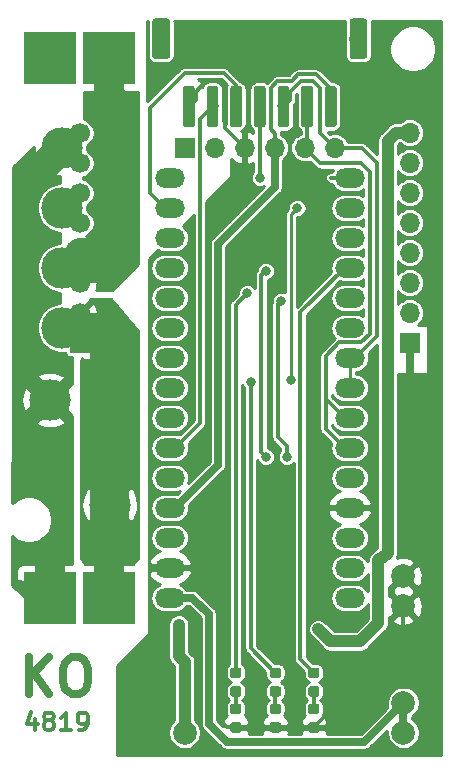
<source format=gbr>
G04 #@! TF.GenerationSoftware,KiCad,Pcbnew,(5.1.4)-1*
G04 #@! TF.CreationDate,2019-11-28T08:00:12+01:00*
G04 #@! TF.ProjectId,simpleMotor,73696d70-6c65-44d6-9f74-6f722e6b6963,rev?*
G04 #@! TF.SameCoordinates,Original*
G04 #@! TF.FileFunction,Copper,L1,Top*
G04 #@! TF.FilePolarity,Positive*
%FSLAX46Y46*%
G04 Gerber Fmt 4.6, Leading zero omitted, Abs format (unit mm)*
G04 Created by KiCad (PCBNEW (5.1.4)-1) date 2019-11-28 08:00:12*
%MOMM*%
%LPD*%
G04 APERTURE LIST*
%ADD10C,0.300000*%
%ADD11C,0.635000*%
%ADD12O,2.540000X1.650000*%
%ADD13R,1.700000X1.700000*%
%ADD14O,1.700000X1.700000*%
%ADD15C,0.100000*%
%ADD16C,1.000000*%
%ADD17C,1.500000*%
%ADD18C,0.875000*%
%ADD19C,3.500000*%
%ADD20C,1.700000*%
%ADD21C,3.500120*%
%ADD22C,2.000000*%
%ADD23R,4.500000X4.500000*%
%ADD24C,0.800000*%
%ADD25C,0.304800*%
%ADD26C,2.540000*%
%ADD27C,3.302000*%
%ADD28C,0.254000*%
%ADD29C,1.016000*%
%ADD30C,1.524000*%
G04 APERTURE END LIST*
D10*
X138477857Y-152459571D02*
X138477857Y-153459571D01*
X138120714Y-151888142D02*
X137763571Y-152959571D01*
X138692142Y-152959571D01*
X139477857Y-152602428D02*
X139335000Y-152531000D01*
X139263571Y-152459571D01*
X139192142Y-152316714D01*
X139192142Y-152245285D01*
X139263571Y-152102428D01*
X139335000Y-152031000D01*
X139477857Y-151959571D01*
X139763571Y-151959571D01*
X139906428Y-152031000D01*
X139977857Y-152102428D01*
X140049285Y-152245285D01*
X140049285Y-152316714D01*
X139977857Y-152459571D01*
X139906428Y-152531000D01*
X139763571Y-152602428D01*
X139477857Y-152602428D01*
X139335000Y-152673857D01*
X139263571Y-152745285D01*
X139192142Y-152888142D01*
X139192142Y-153173857D01*
X139263571Y-153316714D01*
X139335000Y-153388142D01*
X139477857Y-153459571D01*
X139763571Y-153459571D01*
X139906428Y-153388142D01*
X139977857Y-153316714D01*
X140049285Y-153173857D01*
X140049285Y-152888142D01*
X139977857Y-152745285D01*
X139906428Y-152673857D01*
X139763571Y-152602428D01*
X141477857Y-153459571D02*
X140620714Y-153459571D01*
X141049285Y-153459571D02*
X141049285Y-151959571D01*
X140906428Y-152173857D01*
X140763571Y-152316714D01*
X140620714Y-152388142D01*
X142192142Y-153459571D02*
X142477857Y-153459571D01*
X142620714Y-153388142D01*
X142692142Y-153316714D01*
X142835000Y-153102428D01*
X142906428Y-152816714D01*
X142906428Y-152245285D01*
X142835000Y-152102428D01*
X142763571Y-152031000D01*
X142620714Y-151959571D01*
X142335000Y-151959571D01*
X142192142Y-152031000D01*
X142120714Y-152102428D01*
X142049285Y-152245285D01*
X142049285Y-152602428D01*
X142120714Y-152745285D01*
X142192142Y-152816714D01*
X142335000Y-152888142D01*
X142620714Y-152888142D01*
X142763571Y-152816714D01*
X142835000Y-152745285D01*
X142906428Y-152602428D01*
D11*
X137900228Y-150372838D02*
X137900228Y-147274038D01*
X139670971Y-150372838D02*
X138342914Y-148602095D01*
X139670971Y-147274038D02*
X137900228Y-149044780D01*
X141589276Y-147274038D02*
X142179523Y-147274038D01*
X142474647Y-147421600D01*
X142769771Y-147716723D01*
X142917333Y-148306971D01*
X142917333Y-149339904D01*
X142769771Y-149930152D01*
X142474647Y-150225276D01*
X142179523Y-150372838D01*
X141589276Y-150372838D01*
X141294152Y-150225276D01*
X140999028Y-149930152D01*
X140851466Y-149339904D01*
X140851466Y-148306971D01*
X140999028Y-147716723D01*
X141294152Y-147421600D01*
X141589276Y-147274038D01*
D12*
X165100000Y-142240000D03*
X165100000Y-139700000D03*
X165100000Y-137160000D03*
X165100000Y-134620000D03*
X165100000Y-132080000D03*
X165100000Y-129540000D03*
X165100000Y-127000000D03*
X165100000Y-124460000D03*
X165100000Y-121920000D03*
X165100000Y-119380000D03*
X165100000Y-116840000D03*
X165100000Y-114300000D03*
X165100000Y-111760000D03*
X165100000Y-109220000D03*
X165100000Y-106680000D03*
X149860000Y-142240000D03*
X149860000Y-139700000D03*
X149860000Y-137160000D03*
X149860000Y-134620000D03*
X149860000Y-132080000D03*
X149860000Y-129540000D03*
X149860000Y-127000000D03*
X149860000Y-124460000D03*
X149860000Y-121920000D03*
X149860000Y-119380000D03*
X149860000Y-116840000D03*
X149860000Y-114300000D03*
X149860000Y-111760000D03*
X149860000Y-109220000D03*
X149860000Y-106680000D03*
D13*
X151130000Y-104140000D03*
D14*
X153670000Y-104140000D03*
X156210000Y-104140000D03*
X158750000Y-104140000D03*
X161290000Y-104140000D03*
X163830000Y-104140000D03*
D15*
G36*
X163754504Y-98891204D02*
G01*
X163778773Y-98894804D01*
X163802571Y-98900765D01*
X163825671Y-98909030D01*
X163847849Y-98919520D01*
X163868893Y-98932133D01*
X163888598Y-98946747D01*
X163906777Y-98963223D01*
X163923253Y-98981402D01*
X163937867Y-99001107D01*
X163950480Y-99022151D01*
X163960970Y-99044329D01*
X163969235Y-99067429D01*
X163975196Y-99091227D01*
X163978796Y-99115496D01*
X163980000Y-99140000D01*
X163980000Y-102140000D01*
X163978796Y-102164504D01*
X163975196Y-102188773D01*
X163969235Y-102212571D01*
X163960970Y-102235671D01*
X163950480Y-102257849D01*
X163937867Y-102278893D01*
X163923253Y-102298598D01*
X163906777Y-102316777D01*
X163888598Y-102333253D01*
X163868893Y-102347867D01*
X163847849Y-102360480D01*
X163825671Y-102370970D01*
X163802571Y-102379235D01*
X163778773Y-102385196D01*
X163754504Y-102388796D01*
X163730000Y-102390000D01*
X163230000Y-102390000D01*
X163205496Y-102388796D01*
X163181227Y-102385196D01*
X163157429Y-102379235D01*
X163134329Y-102370970D01*
X163112151Y-102360480D01*
X163091107Y-102347867D01*
X163071402Y-102333253D01*
X163053223Y-102316777D01*
X163036747Y-102298598D01*
X163022133Y-102278893D01*
X163009520Y-102257849D01*
X162999030Y-102235671D01*
X162990765Y-102212571D01*
X162984804Y-102188773D01*
X162981204Y-102164504D01*
X162980000Y-102140000D01*
X162980000Y-99140000D01*
X162981204Y-99115496D01*
X162984804Y-99091227D01*
X162990765Y-99067429D01*
X162999030Y-99044329D01*
X163009520Y-99022151D01*
X163022133Y-99001107D01*
X163036747Y-98981402D01*
X163053223Y-98963223D01*
X163071402Y-98946747D01*
X163091107Y-98932133D01*
X163112151Y-98919520D01*
X163134329Y-98909030D01*
X163157429Y-98900765D01*
X163181227Y-98894804D01*
X163205496Y-98891204D01*
X163230000Y-98890000D01*
X163730000Y-98890000D01*
X163754504Y-98891204D01*
X163754504Y-98891204D01*
G37*
D16*
X163480000Y-100640000D03*
D15*
G36*
X161754504Y-98891204D02*
G01*
X161778773Y-98894804D01*
X161802571Y-98900765D01*
X161825671Y-98909030D01*
X161847849Y-98919520D01*
X161868893Y-98932133D01*
X161888598Y-98946747D01*
X161906777Y-98963223D01*
X161923253Y-98981402D01*
X161937867Y-99001107D01*
X161950480Y-99022151D01*
X161960970Y-99044329D01*
X161969235Y-99067429D01*
X161975196Y-99091227D01*
X161978796Y-99115496D01*
X161980000Y-99140000D01*
X161980000Y-102140000D01*
X161978796Y-102164504D01*
X161975196Y-102188773D01*
X161969235Y-102212571D01*
X161960970Y-102235671D01*
X161950480Y-102257849D01*
X161937867Y-102278893D01*
X161923253Y-102298598D01*
X161906777Y-102316777D01*
X161888598Y-102333253D01*
X161868893Y-102347867D01*
X161847849Y-102360480D01*
X161825671Y-102370970D01*
X161802571Y-102379235D01*
X161778773Y-102385196D01*
X161754504Y-102388796D01*
X161730000Y-102390000D01*
X161230000Y-102390000D01*
X161205496Y-102388796D01*
X161181227Y-102385196D01*
X161157429Y-102379235D01*
X161134329Y-102370970D01*
X161112151Y-102360480D01*
X161091107Y-102347867D01*
X161071402Y-102333253D01*
X161053223Y-102316777D01*
X161036747Y-102298598D01*
X161022133Y-102278893D01*
X161009520Y-102257849D01*
X160999030Y-102235671D01*
X160990765Y-102212571D01*
X160984804Y-102188773D01*
X160981204Y-102164504D01*
X160980000Y-102140000D01*
X160980000Y-99140000D01*
X160981204Y-99115496D01*
X160984804Y-99091227D01*
X160990765Y-99067429D01*
X160999030Y-99044329D01*
X161009520Y-99022151D01*
X161022133Y-99001107D01*
X161036747Y-98981402D01*
X161053223Y-98963223D01*
X161071402Y-98946747D01*
X161091107Y-98932133D01*
X161112151Y-98919520D01*
X161134329Y-98909030D01*
X161157429Y-98900765D01*
X161181227Y-98894804D01*
X161205496Y-98891204D01*
X161230000Y-98890000D01*
X161730000Y-98890000D01*
X161754504Y-98891204D01*
X161754504Y-98891204D01*
G37*
D16*
X161480000Y-100640000D03*
D15*
G36*
X159754504Y-98891204D02*
G01*
X159778773Y-98894804D01*
X159802571Y-98900765D01*
X159825671Y-98909030D01*
X159847849Y-98919520D01*
X159868893Y-98932133D01*
X159888598Y-98946747D01*
X159906777Y-98963223D01*
X159923253Y-98981402D01*
X159937867Y-99001107D01*
X159950480Y-99022151D01*
X159960970Y-99044329D01*
X159969235Y-99067429D01*
X159975196Y-99091227D01*
X159978796Y-99115496D01*
X159980000Y-99140000D01*
X159980000Y-102140000D01*
X159978796Y-102164504D01*
X159975196Y-102188773D01*
X159969235Y-102212571D01*
X159960970Y-102235671D01*
X159950480Y-102257849D01*
X159937867Y-102278893D01*
X159923253Y-102298598D01*
X159906777Y-102316777D01*
X159888598Y-102333253D01*
X159868893Y-102347867D01*
X159847849Y-102360480D01*
X159825671Y-102370970D01*
X159802571Y-102379235D01*
X159778773Y-102385196D01*
X159754504Y-102388796D01*
X159730000Y-102390000D01*
X159230000Y-102390000D01*
X159205496Y-102388796D01*
X159181227Y-102385196D01*
X159157429Y-102379235D01*
X159134329Y-102370970D01*
X159112151Y-102360480D01*
X159091107Y-102347867D01*
X159071402Y-102333253D01*
X159053223Y-102316777D01*
X159036747Y-102298598D01*
X159022133Y-102278893D01*
X159009520Y-102257849D01*
X158999030Y-102235671D01*
X158990765Y-102212571D01*
X158984804Y-102188773D01*
X158981204Y-102164504D01*
X158980000Y-102140000D01*
X158980000Y-99140000D01*
X158981204Y-99115496D01*
X158984804Y-99091227D01*
X158990765Y-99067429D01*
X158999030Y-99044329D01*
X159009520Y-99022151D01*
X159022133Y-99001107D01*
X159036747Y-98981402D01*
X159053223Y-98963223D01*
X159071402Y-98946747D01*
X159091107Y-98932133D01*
X159112151Y-98919520D01*
X159134329Y-98909030D01*
X159157429Y-98900765D01*
X159181227Y-98894804D01*
X159205496Y-98891204D01*
X159230000Y-98890000D01*
X159730000Y-98890000D01*
X159754504Y-98891204D01*
X159754504Y-98891204D01*
G37*
D16*
X159480000Y-100640000D03*
D15*
G36*
X157754504Y-98891204D02*
G01*
X157778773Y-98894804D01*
X157802571Y-98900765D01*
X157825671Y-98909030D01*
X157847849Y-98919520D01*
X157868893Y-98932133D01*
X157888598Y-98946747D01*
X157906777Y-98963223D01*
X157923253Y-98981402D01*
X157937867Y-99001107D01*
X157950480Y-99022151D01*
X157960970Y-99044329D01*
X157969235Y-99067429D01*
X157975196Y-99091227D01*
X157978796Y-99115496D01*
X157980000Y-99140000D01*
X157980000Y-102140000D01*
X157978796Y-102164504D01*
X157975196Y-102188773D01*
X157969235Y-102212571D01*
X157960970Y-102235671D01*
X157950480Y-102257849D01*
X157937867Y-102278893D01*
X157923253Y-102298598D01*
X157906777Y-102316777D01*
X157888598Y-102333253D01*
X157868893Y-102347867D01*
X157847849Y-102360480D01*
X157825671Y-102370970D01*
X157802571Y-102379235D01*
X157778773Y-102385196D01*
X157754504Y-102388796D01*
X157730000Y-102390000D01*
X157230000Y-102390000D01*
X157205496Y-102388796D01*
X157181227Y-102385196D01*
X157157429Y-102379235D01*
X157134329Y-102370970D01*
X157112151Y-102360480D01*
X157091107Y-102347867D01*
X157071402Y-102333253D01*
X157053223Y-102316777D01*
X157036747Y-102298598D01*
X157022133Y-102278893D01*
X157009520Y-102257849D01*
X156999030Y-102235671D01*
X156990765Y-102212571D01*
X156984804Y-102188773D01*
X156981204Y-102164504D01*
X156980000Y-102140000D01*
X156980000Y-99140000D01*
X156981204Y-99115496D01*
X156984804Y-99091227D01*
X156990765Y-99067429D01*
X156999030Y-99044329D01*
X157009520Y-99022151D01*
X157022133Y-99001107D01*
X157036747Y-98981402D01*
X157053223Y-98963223D01*
X157071402Y-98946747D01*
X157091107Y-98932133D01*
X157112151Y-98919520D01*
X157134329Y-98909030D01*
X157157429Y-98900765D01*
X157181227Y-98894804D01*
X157205496Y-98891204D01*
X157230000Y-98890000D01*
X157730000Y-98890000D01*
X157754504Y-98891204D01*
X157754504Y-98891204D01*
G37*
D16*
X157480000Y-100640000D03*
D15*
G36*
X155754504Y-98891204D02*
G01*
X155778773Y-98894804D01*
X155802571Y-98900765D01*
X155825671Y-98909030D01*
X155847849Y-98919520D01*
X155868893Y-98932133D01*
X155888598Y-98946747D01*
X155906777Y-98963223D01*
X155923253Y-98981402D01*
X155937867Y-99001107D01*
X155950480Y-99022151D01*
X155960970Y-99044329D01*
X155969235Y-99067429D01*
X155975196Y-99091227D01*
X155978796Y-99115496D01*
X155980000Y-99140000D01*
X155980000Y-102140000D01*
X155978796Y-102164504D01*
X155975196Y-102188773D01*
X155969235Y-102212571D01*
X155960970Y-102235671D01*
X155950480Y-102257849D01*
X155937867Y-102278893D01*
X155923253Y-102298598D01*
X155906777Y-102316777D01*
X155888598Y-102333253D01*
X155868893Y-102347867D01*
X155847849Y-102360480D01*
X155825671Y-102370970D01*
X155802571Y-102379235D01*
X155778773Y-102385196D01*
X155754504Y-102388796D01*
X155730000Y-102390000D01*
X155230000Y-102390000D01*
X155205496Y-102388796D01*
X155181227Y-102385196D01*
X155157429Y-102379235D01*
X155134329Y-102370970D01*
X155112151Y-102360480D01*
X155091107Y-102347867D01*
X155071402Y-102333253D01*
X155053223Y-102316777D01*
X155036747Y-102298598D01*
X155022133Y-102278893D01*
X155009520Y-102257849D01*
X154999030Y-102235671D01*
X154990765Y-102212571D01*
X154984804Y-102188773D01*
X154981204Y-102164504D01*
X154980000Y-102140000D01*
X154980000Y-99140000D01*
X154981204Y-99115496D01*
X154984804Y-99091227D01*
X154990765Y-99067429D01*
X154999030Y-99044329D01*
X155009520Y-99022151D01*
X155022133Y-99001107D01*
X155036747Y-98981402D01*
X155053223Y-98963223D01*
X155071402Y-98946747D01*
X155091107Y-98932133D01*
X155112151Y-98919520D01*
X155134329Y-98909030D01*
X155157429Y-98900765D01*
X155181227Y-98894804D01*
X155205496Y-98891204D01*
X155230000Y-98890000D01*
X155730000Y-98890000D01*
X155754504Y-98891204D01*
X155754504Y-98891204D01*
G37*
D16*
X155480000Y-100640000D03*
D15*
G36*
X153754504Y-98891204D02*
G01*
X153778773Y-98894804D01*
X153802571Y-98900765D01*
X153825671Y-98909030D01*
X153847849Y-98919520D01*
X153868893Y-98932133D01*
X153888598Y-98946747D01*
X153906777Y-98963223D01*
X153923253Y-98981402D01*
X153937867Y-99001107D01*
X153950480Y-99022151D01*
X153960970Y-99044329D01*
X153969235Y-99067429D01*
X153975196Y-99091227D01*
X153978796Y-99115496D01*
X153980000Y-99140000D01*
X153980000Y-102140000D01*
X153978796Y-102164504D01*
X153975196Y-102188773D01*
X153969235Y-102212571D01*
X153960970Y-102235671D01*
X153950480Y-102257849D01*
X153937867Y-102278893D01*
X153923253Y-102298598D01*
X153906777Y-102316777D01*
X153888598Y-102333253D01*
X153868893Y-102347867D01*
X153847849Y-102360480D01*
X153825671Y-102370970D01*
X153802571Y-102379235D01*
X153778773Y-102385196D01*
X153754504Y-102388796D01*
X153730000Y-102390000D01*
X153230000Y-102390000D01*
X153205496Y-102388796D01*
X153181227Y-102385196D01*
X153157429Y-102379235D01*
X153134329Y-102370970D01*
X153112151Y-102360480D01*
X153091107Y-102347867D01*
X153071402Y-102333253D01*
X153053223Y-102316777D01*
X153036747Y-102298598D01*
X153022133Y-102278893D01*
X153009520Y-102257849D01*
X152999030Y-102235671D01*
X152990765Y-102212571D01*
X152984804Y-102188773D01*
X152981204Y-102164504D01*
X152980000Y-102140000D01*
X152980000Y-99140000D01*
X152981204Y-99115496D01*
X152984804Y-99091227D01*
X152990765Y-99067429D01*
X152999030Y-99044329D01*
X153009520Y-99022151D01*
X153022133Y-99001107D01*
X153036747Y-98981402D01*
X153053223Y-98963223D01*
X153071402Y-98946747D01*
X153091107Y-98932133D01*
X153112151Y-98919520D01*
X153134329Y-98909030D01*
X153157429Y-98900765D01*
X153181227Y-98894804D01*
X153205496Y-98891204D01*
X153230000Y-98890000D01*
X153730000Y-98890000D01*
X153754504Y-98891204D01*
X153754504Y-98891204D01*
G37*
D16*
X153480000Y-100640000D03*
D15*
G36*
X151754504Y-98891204D02*
G01*
X151778773Y-98894804D01*
X151802571Y-98900765D01*
X151825671Y-98909030D01*
X151847849Y-98919520D01*
X151868893Y-98932133D01*
X151888598Y-98946747D01*
X151906777Y-98963223D01*
X151923253Y-98981402D01*
X151937867Y-99001107D01*
X151950480Y-99022151D01*
X151960970Y-99044329D01*
X151969235Y-99067429D01*
X151975196Y-99091227D01*
X151978796Y-99115496D01*
X151980000Y-99140000D01*
X151980000Y-102140000D01*
X151978796Y-102164504D01*
X151975196Y-102188773D01*
X151969235Y-102212571D01*
X151960970Y-102235671D01*
X151950480Y-102257849D01*
X151937867Y-102278893D01*
X151923253Y-102298598D01*
X151906777Y-102316777D01*
X151888598Y-102333253D01*
X151868893Y-102347867D01*
X151847849Y-102360480D01*
X151825671Y-102370970D01*
X151802571Y-102379235D01*
X151778773Y-102385196D01*
X151754504Y-102388796D01*
X151730000Y-102390000D01*
X151230000Y-102390000D01*
X151205496Y-102388796D01*
X151181227Y-102385196D01*
X151157429Y-102379235D01*
X151134329Y-102370970D01*
X151112151Y-102360480D01*
X151091107Y-102347867D01*
X151071402Y-102333253D01*
X151053223Y-102316777D01*
X151036747Y-102298598D01*
X151022133Y-102278893D01*
X151009520Y-102257849D01*
X150999030Y-102235671D01*
X150990765Y-102212571D01*
X150984804Y-102188773D01*
X150981204Y-102164504D01*
X150980000Y-102140000D01*
X150980000Y-99140000D01*
X150981204Y-99115496D01*
X150984804Y-99091227D01*
X150990765Y-99067429D01*
X150999030Y-99044329D01*
X151009520Y-99022151D01*
X151022133Y-99001107D01*
X151036747Y-98981402D01*
X151053223Y-98963223D01*
X151071402Y-98946747D01*
X151091107Y-98932133D01*
X151112151Y-98919520D01*
X151134329Y-98909030D01*
X151157429Y-98900765D01*
X151181227Y-98894804D01*
X151205496Y-98891204D01*
X151230000Y-98890000D01*
X151730000Y-98890000D01*
X151754504Y-98891204D01*
X151754504Y-98891204D01*
G37*
D16*
X151480000Y-100640000D03*
D15*
G36*
X166354504Y-93191204D02*
G01*
X166378773Y-93194804D01*
X166402571Y-93200765D01*
X166425671Y-93209030D01*
X166447849Y-93219520D01*
X166468893Y-93232133D01*
X166488598Y-93246747D01*
X166506777Y-93263223D01*
X166523253Y-93281402D01*
X166537867Y-93301107D01*
X166550480Y-93322151D01*
X166560970Y-93344329D01*
X166569235Y-93367429D01*
X166575196Y-93391227D01*
X166578796Y-93415496D01*
X166580000Y-93440000D01*
X166580000Y-96340000D01*
X166578796Y-96364504D01*
X166575196Y-96388773D01*
X166569235Y-96412571D01*
X166560970Y-96435671D01*
X166550480Y-96457849D01*
X166537867Y-96478893D01*
X166523253Y-96498598D01*
X166506777Y-96516777D01*
X166488598Y-96533253D01*
X166468893Y-96547867D01*
X166447849Y-96560480D01*
X166425671Y-96570970D01*
X166402571Y-96579235D01*
X166378773Y-96585196D01*
X166354504Y-96588796D01*
X166330000Y-96590000D01*
X165330000Y-96590000D01*
X165305496Y-96588796D01*
X165281227Y-96585196D01*
X165257429Y-96579235D01*
X165234329Y-96570970D01*
X165212151Y-96560480D01*
X165191107Y-96547867D01*
X165171402Y-96533253D01*
X165153223Y-96516777D01*
X165136747Y-96498598D01*
X165122133Y-96478893D01*
X165109520Y-96457849D01*
X165099030Y-96435671D01*
X165090765Y-96412571D01*
X165084804Y-96388773D01*
X165081204Y-96364504D01*
X165080000Y-96340000D01*
X165080000Y-93440000D01*
X165081204Y-93415496D01*
X165084804Y-93391227D01*
X165090765Y-93367429D01*
X165099030Y-93344329D01*
X165109520Y-93322151D01*
X165122133Y-93301107D01*
X165136747Y-93281402D01*
X165153223Y-93263223D01*
X165171402Y-93246747D01*
X165191107Y-93232133D01*
X165212151Y-93219520D01*
X165234329Y-93209030D01*
X165257429Y-93200765D01*
X165281227Y-93194804D01*
X165305496Y-93191204D01*
X165330000Y-93190000D01*
X166330000Y-93190000D01*
X166354504Y-93191204D01*
X166354504Y-93191204D01*
G37*
D17*
X165830000Y-94890000D03*
D15*
G36*
X149654504Y-93191204D02*
G01*
X149678773Y-93194804D01*
X149702571Y-93200765D01*
X149725671Y-93209030D01*
X149747849Y-93219520D01*
X149768893Y-93232133D01*
X149788598Y-93246747D01*
X149806777Y-93263223D01*
X149823253Y-93281402D01*
X149837867Y-93301107D01*
X149850480Y-93322151D01*
X149860970Y-93344329D01*
X149869235Y-93367429D01*
X149875196Y-93391227D01*
X149878796Y-93415496D01*
X149880000Y-93440000D01*
X149880000Y-96340000D01*
X149878796Y-96364504D01*
X149875196Y-96388773D01*
X149869235Y-96412571D01*
X149860970Y-96435671D01*
X149850480Y-96457849D01*
X149837867Y-96478893D01*
X149823253Y-96498598D01*
X149806777Y-96516777D01*
X149788598Y-96533253D01*
X149768893Y-96547867D01*
X149747849Y-96560480D01*
X149725671Y-96570970D01*
X149702571Y-96579235D01*
X149678773Y-96585196D01*
X149654504Y-96588796D01*
X149630000Y-96590000D01*
X148630000Y-96590000D01*
X148605496Y-96588796D01*
X148581227Y-96585196D01*
X148557429Y-96579235D01*
X148534329Y-96570970D01*
X148512151Y-96560480D01*
X148491107Y-96547867D01*
X148471402Y-96533253D01*
X148453223Y-96516777D01*
X148436747Y-96498598D01*
X148422133Y-96478893D01*
X148409520Y-96457849D01*
X148399030Y-96435671D01*
X148390765Y-96412571D01*
X148384804Y-96388773D01*
X148381204Y-96364504D01*
X148380000Y-96340000D01*
X148380000Y-93440000D01*
X148381204Y-93415496D01*
X148384804Y-93391227D01*
X148390765Y-93367429D01*
X148399030Y-93344329D01*
X148409520Y-93322151D01*
X148422133Y-93301107D01*
X148436747Y-93281402D01*
X148453223Y-93263223D01*
X148471402Y-93246747D01*
X148491107Y-93232133D01*
X148512151Y-93219520D01*
X148534329Y-93209030D01*
X148557429Y-93200765D01*
X148581227Y-93194804D01*
X148605496Y-93191204D01*
X148630000Y-93190000D01*
X149630000Y-93190000D01*
X149654504Y-93191204D01*
X149654504Y-93191204D01*
G37*
D17*
X149130000Y-94890000D03*
D15*
G36*
X155725691Y-152776553D02*
G01*
X155746926Y-152779703D01*
X155767750Y-152784919D01*
X155787962Y-152792151D01*
X155807368Y-152801330D01*
X155825781Y-152812366D01*
X155843024Y-152825154D01*
X155858930Y-152839570D01*
X155873346Y-152855476D01*
X155886134Y-152872719D01*
X155897170Y-152891132D01*
X155906349Y-152910538D01*
X155913581Y-152930750D01*
X155918797Y-152951574D01*
X155921947Y-152972809D01*
X155923000Y-152994250D01*
X155923000Y-153431750D01*
X155921947Y-153453191D01*
X155918797Y-153474426D01*
X155913581Y-153495250D01*
X155906349Y-153515462D01*
X155897170Y-153534868D01*
X155886134Y-153553281D01*
X155873346Y-153570524D01*
X155858930Y-153586430D01*
X155843024Y-153600846D01*
X155825781Y-153613634D01*
X155807368Y-153624670D01*
X155787962Y-153633849D01*
X155767750Y-153641081D01*
X155746926Y-153646297D01*
X155725691Y-153649447D01*
X155704250Y-153650500D01*
X155191750Y-153650500D01*
X155170309Y-153649447D01*
X155149074Y-153646297D01*
X155128250Y-153641081D01*
X155108038Y-153633849D01*
X155088632Y-153624670D01*
X155070219Y-153613634D01*
X155052976Y-153600846D01*
X155037070Y-153586430D01*
X155022654Y-153570524D01*
X155009866Y-153553281D01*
X154998830Y-153534868D01*
X154989651Y-153515462D01*
X154982419Y-153495250D01*
X154977203Y-153474426D01*
X154974053Y-153453191D01*
X154973000Y-153431750D01*
X154973000Y-152994250D01*
X154974053Y-152972809D01*
X154977203Y-152951574D01*
X154982419Y-152930750D01*
X154989651Y-152910538D01*
X154998830Y-152891132D01*
X155009866Y-152872719D01*
X155022654Y-152855476D01*
X155037070Y-152839570D01*
X155052976Y-152825154D01*
X155070219Y-152812366D01*
X155088632Y-152801330D01*
X155108038Y-152792151D01*
X155128250Y-152784919D01*
X155149074Y-152779703D01*
X155170309Y-152776553D01*
X155191750Y-152775500D01*
X155704250Y-152775500D01*
X155725691Y-152776553D01*
X155725691Y-152776553D01*
G37*
D18*
X155448000Y-153213000D03*
D15*
G36*
X155725691Y-151201553D02*
G01*
X155746926Y-151204703D01*
X155767750Y-151209919D01*
X155787962Y-151217151D01*
X155807368Y-151226330D01*
X155825781Y-151237366D01*
X155843024Y-151250154D01*
X155858930Y-151264570D01*
X155873346Y-151280476D01*
X155886134Y-151297719D01*
X155897170Y-151316132D01*
X155906349Y-151335538D01*
X155913581Y-151355750D01*
X155918797Y-151376574D01*
X155921947Y-151397809D01*
X155923000Y-151419250D01*
X155923000Y-151856750D01*
X155921947Y-151878191D01*
X155918797Y-151899426D01*
X155913581Y-151920250D01*
X155906349Y-151940462D01*
X155897170Y-151959868D01*
X155886134Y-151978281D01*
X155873346Y-151995524D01*
X155858930Y-152011430D01*
X155843024Y-152025846D01*
X155825781Y-152038634D01*
X155807368Y-152049670D01*
X155787962Y-152058849D01*
X155767750Y-152066081D01*
X155746926Y-152071297D01*
X155725691Y-152074447D01*
X155704250Y-152075500D01*
X155191750Y-152075500D01*
X155170309Y-152074447D01*
X155149074Y-152071297D01*
X155128250Y-152066081D01*
X155108038Y-152058849D01*
X155088632Y-152049670D01*
X155070219Y-152038634D01*
X155052976Y-152025846D01*
X155037070Y-152011430D01*
X155022654Y-151995524D01*
X155009866Y-151978281D01*
X154998830Y-151959868D01*
X154989651Y-151940462D01*
X154982419Y-151920250D01*
X154977203Y-151899426D01*
X154974053Y-151878191D01*
X154973000Y-151856750D01*
X154973000Y-151419250D01*
X154974053Y-151397809D01*
X154977203Y-151376574D01*
X154982419Y-151355750D01*
X154989651Y-151335538D01*
X154998830Y-151316132D01*
X155009866Y-151297719D01*
X155022654Y-151280476D01*
X155037070Y-151264570D01*
X155052976Y-151250154D01*
X155070219Y-151237366D01*
X155088632Y-151226330D01*
X155108038Y-151217151D01*
X155128250Y-151209919D01*
X155149074Y-151204703D01*
X155170309Y-151201553D01*
X155191750Y-151200500D01*
X155704250Y-151200500D01*
X155725691Y-151201553D01*
X155725691Y-151201553D01*
G37*
D18*
X155448000Y-151638000D03*
D15*
G36*
X159078692Y-151201553D02*
G01*
X159099927Y-151204703D01*
X159120751Y-151209919D01*
X159140963Y-151217151D01*
X159160369Y-151226330D01*
X159178782Y-151237366D01*
X159196025Y-151250154D01*
X159211931Y-151264570D01*
X159226347Y-151280476D01*
X159239135Y-151297719D01*
X159250171Y-151316132D01*
X159259350Y-151335538D01*
X159266582Y-151355750D01*
X159271798Y-151376574D01*
X159274948Y-151397809D01*
X159276001Y-151419250D01*
X159276001Y-151856750D01*
X159274948Y-151878191D01*
X159271798Y-151899426D01*
X159266582Y-151920250D01*
X159259350Y-151940462D01*
X159250171Y-151959868D01*
X159239135Y-151978281D01*
X159226347Y-151995524D01*
X159211931Y-152011430D01*
X159196025Y-152025846D01*
X159178782Y-152038634D01*
X159160369Y-152049670D01*
X159140963Y-152058849D01*
X159120751Y-152066081D01*
X159099927Y-152071297D01*
X159078692Y-152074447D01*
X159057251Y-152075500D01*
X158544751Y-152075500D01*
X158523310Y-152074447D01*
X158502075Y-152071297D01*
X158481251Y-152066081D01*
X158461039Y-152058849D01*
X158441633Y-152049670D01*
X158423220Y-152038634D01*
X158405977Y-152025846D01*
X158390071Y-152011430D01*
X158375655Y-151995524D01*
X158362867Y-151978281D01*
X158351831Y-151959868D01*
X158342652Y-151940462D01*
X158335420Y-151920250D01*
X158330204Y-151899426D01*
X158327054Y-151878191D01*
X158326001Y-151856750D01*
X158326001Y-151419250D01*
X158327054Y-151397809D01*
X158330204Y-151376574D01*
X158335420Y-151355750D01*
X158342652Y-151335538D01*
X158351831Y-151316132D01*
X158362867Y-151297719D01*
X158375655Y-151280476D01*
X158390071Y-151264570D01*
X158405977Y-151250154D01*
X158423220Y-151237366D01*
X158441633Y-151226330D01*
X158461039Y-151217151D01*
X158481251Y-151209919D01*
X158502075Y-151204703D01*
X158523310Y-151201553D01*
X158544751Y-151200500D01*
X159057251Y-151200500D01*
X159078692Y-151201553D01*
X159078692Y-151201553D01*
G37*
D18*
X158801001Y-151638000D03*
D15*
G36*
X159078692Y-152776553D02*
G01*
X159099927Y-152779703D01*
X159120751Y-152784919D01*
X159140963Y-152792151D01*
X159160369Y-152801330D01*
X159178782Y-152812366D01*
X159196025Y-152825154D01*
X159211931Y-152839570D01*
X159226347Y-152855476D01*
X159239135Y-152872719D01*
X159250171Y-152891132D01*
X159259350Y-152910538D01*
X159266582Y-152930750D01*
X159271798Y-152951574D01*
X159274948Y-152972809D01*
X159276001Y-152994250D01*
X159276001Y-153431750D01*
X159274948Y-153453191D01*
X159271798Y-153474426D01*
X159266582Y-153495250D01*
X159259350Y-153515462D01*
X159250171Y-153534868D01*
X159239135Y-153553281D01*
X159226347Y-153570524D01*
X159211931Y-153586430D01*
X159196025Y-153600846D01*
X159178782Y-153613634D01*
X159160369Y-153624670D01*
X159140963Y-153633849D01*
X159120751Y-153641081D01*
X159099927Y-153646297D01*
X159078692Y-153649447D01*
X159057251Y-153650500D01*
X158544751Y-153650500D01*
X158523310Y-153649447D01*
X158502075Y-153646297D01*
X158481251Y-153641081D01*
X158461039Y-153633849D01*
X158441633Y-153624670D01*
X158423220Y-153613634D01*
X158405977Y-153600846D01*
X158390071Y-153586430D01*
X158375655Y-153570524D01*
X158362867Y-153553281D01*
X158351831Y-153534868D01*
X158342652Y-153515462D01*
X158335420Y-153495250D01*
X158330204Y-153474426D01*
X158327054Y-153453191D01*
X158326001Y-153431750D01*
X158326001Y-152994250D01*
X158327054Y-152972809D01*
X158330204Y-152951574D01*
X158335420Y-152930750D01*
X158342652Y-152910538D01*
X158351831Y-152891132D01*
X158362867Y-152872719D01*
X158375655Y-152855476D01*
X158390071Y-152839570D01*
X158405977Y-152825154D01*
X158423220Y-152812366D01*
X158441633Y-152801330D01*
X158461039Y-152792151D01*
X158481251Y-152784919D01*
X158502075Y-152779703D01*
X158523310Y-152776553D01*
X158544751Y-152775500D01*
X159057251Y-152775500D01*
X159078692Y-152776553D01*
X159078692Y-152776553D01*
G37*
D18*
X158801001Y-153213000D03*
D15*
G36*
X162329691Y-152776553D02*
G01*
X162350926Y-152779703D01*
X162371750Y-152784919D01*
X162391962Y-152792151D01*
X162411368Y-152801330D01*
X162429781Y-152812366D01*
X162447024Y-152825154D01*
X162462930Y-152839570D01*
X162477346Y-152855476D01*
X162490134Y-152872719D01*
X162501170Y-152891132D01*
X162510349Y-152910538D01*
X162517581Y-152930750D01*
X162522797Y-152951574D01*
X162525947Y-152972809D01*
X162527000Y-152994250D01*
X162527000Y-153431750D01*
X162525947Y-153453191D01*
X162522797Y-153474426D01*
X162517581Y-153495250D01*
X162510349Y-153515462D01*
X162501170Y-153534868D01*
X162490134Y-153553281D01*
X162477346Y-153570524D01*
X162462930Y-153586430D01*
X162447024Y-153600846D01*
X162429781Y-153613634D01*
X162411368Y-153624670D01*
X162391962Y-153633849D01*
X162371750Y-153641081D01*
X162350926Y-153646297D01*
X162329691Y-153649447D01*
X162308250Y-153650500D01*
X161795750Y-153650500D01*
X161774309Y-153649447D01*
X161753074Y-153646297D01*
X161732250Y-153641081D01*
X161712038Y-153633849D01*
X161692632Y-153624670D01*
X161674219Y-153613634D01*
X161656976Y-153600846D01*
X161641070Y-153586430D01*
X161626654Y-153570524D01*
X161613866Y-153553281D01*
X161602830Y-153534868D01*
X161593651Y-153515462D01*
X161586419Y-153495250D01*
X161581203Y-153474426D01*
X161578053Y-153453191D01*
X161577000Y-153431750D01*
X161577000Y-152994250D01*
X161578053Y-152972809D01*
X161581203Y-152951574D01*
X161586419Y-152930750D01*
X161593651Y-152910538D01*
X161602830Y-152891132D01*
X161613866Y-152872719D01*
X161626654Y-152855476D01*
X161641070Y-152839570D01*
X161656976Y-152825154D01*
X161674219Y-152812366D01*
X161692632Y-152801330D01*
X161712038Y-152792151D01*
X161732250Y-152784919D01*
X161753074Y-152779703D01*
X161774309Y-152776553D01*
X161795750Y-152775500D01*
X162308250Y-152775500D01*
X162329691Y-152776553D01*
X162329691Y-152776553D01*
G37*
D18*
X162052000Y-153213000D03*
D15*
G36*
X162329691Y-151201553D02*
G01*
X162350926Y-151204703D01*
X162371750Y-151209919D01*
X162391962Y-151217151D01*
X162411368Y-151226330D01*
X162429781Y-151237366D01*
X162447024Y-151250154D01*
X162462930Y-151264570D01*
X162477346Y-151280476D01*
X162490134Y-151297719D01*
X162501170Y-151316132D01*
X162510349Y-151335538D01*
X162517581Y-151355750D01*
X162522797Y-151376574D01*
X162525947Y-151397809D01*
X162527000Y-151419250D01*
X162527000Y-151856750D01*
X162525947Y-151878191D01*
X162522797Y-151899426D01*
X162517581Y-151920250D01*
X162510349Y-151940462D01*
X162501170Y-151959868D01*
X162490134Y-151978281D01*
X162477346Y-151995524D01*
X162462930Y-152011430D01*
X162447024Y-152025846D01*
X162429781Y-152038634D01*
X162411368Y-152049670D01*
X162391962Y-152058849D01*
X162371750Y-152066081D01*
X162350926Y-152071297D01*
X162329691Y-152074447D01*
X162308250Y-152075500D01*
X161795750Y-152075500D01*
X161774309Y-152074447D01*
X161753074Y-152071297D01*
X161732250Y-152066081D01*
X161712038Y-152058849D01*
X161692632Y-152049670D01*
X161674219Y-152038634D01*
X161656976Y-152025846D01*
X161641070Y-152011430D01*
X161626654Y-151995524D01*
X161613866Y-151978281D01*
X161602830Y-151959868D01*
X161593651Y-151940462D01*
X161586419Y-151920250D01*
X161581203Y-151899426D01*
X161578053Y-151878191D01*
X161577000Y-151856750D01*
X161577000Y-151419250D01*
X161578053Y-151397809D01*
X161581203Y-151376574D01*
X161586419Y-151355750D01*
X161593651Y-151335538D01*
X161602830Y-151316132D01*
X161613866Y-151297719D01*
X161626654Y-151280476D01*
X161641070Y-151264570D01*
X161656976Y-151250154D01*
X161674219Y-151237366D01*
X161692632Y-151226330D01*
X161712038Y-151217151D01*
X161732250Y-151209919D01*
X161753074Y-151204703D01*
X161774309Y-151201553D01*
X161795750Y-151200500D01*
X162308250Y-151200500D01*
X162329691Y-151201553D01*
X162329691Y-151201553D01*
G37*
D18*
X162052000Y-151638000D03*
D13*
X170180000Y-120650000D03*
D14*
X170180000Y-118110000D03*
X170180000Y-115570000D03*
X170180000Y-113030000D03*
X170180000Y-110490000D03*
X170180000Y-107950000D03*
X170180000Y-105410000D03*
X170180000Y-102870000D03*
D19*
X140736000Y-104140000D03*
X140736000Y-109220000D03*
X140736000Y-114300000D03*
D20*
X142260000Y-102870000D03*
X142260000Y-105410000D03*
X142260000Y-107950000D03*
X142260000Y-110490000D03*
X142260000Y-113030000D03*
D13*
X142260000Y-120650000D03*
D20*
X142260000Y-118110000D03*
X142260000Y-115570000D03*
D19*
X140736000Y-119380000D03*
D21*
X144780000Y-134366000D03*
X139700000Y-125476000D03*
D15*
G36*
X155725691Y-148153553D02*
G01*
X155746926Y-148156703D01*
X155767750Y-148161919D01*
X155787962Y-148169151D01*
X155807368Y-148178330D01*
X155825781Y-148189366D01*
X155843024Y-148202154D01*
X155858930Y-148216570D01*
X155873346Y-148232476D01*
X155886134Y-148249719D01*
X155897170Y-148268132D01*
X155906349Y-148287538D01*
X155913581Y-148307750D01*
X155918797Y-148328574D01*
X155921947Y-148349809D01*
X155923000Y-148371250D01*
X155923000Y-148808750D01*
X155921947Y-148830191D01*
X155918797Y-148851426D01*
X155913581Y-148872250D01*
X155906349Y-148892462D01*
X155897170Y-148911868D01*
X155886134Y-148930281D01*
X155873346Y-148947524D01*
X155858930Y-148963430D01*
X155843024Y-148977846D01*
X155825781Y-148990634D01*
X155807368Y-149001670D01*
X155787962Y-149010849D01*
X155767750Y-149018081D01*
X155746926Y-149023297D01*
X155725691Y-149026447D01*
X155704250Y-149027500D01*
X155191750Y-149027500D01*
X155170309Y-149026447D01*
X155149074Y-149023297D01*
X155128250Y-149018081D01*
X155108038Y-149010849D01*
X155088632Y-149001670D01*
X155070219Y-148990634D01*
X155052976Y-148977846D01*
X155037070Y-148963430D01*
X155022654Y-148947524D01*
X155009866Y-148930281D01*
X154998830Y-148911868D01*
X154989651Y-148892462D01*
X154982419Y-148872250D01*
X154977203Y-148851426D01*
X154974053Y-148830191D01*
X154973000Y-148808750D01*
X154973000Y-148371250D01*
X154974053Y-148349809D01*
X154977203Y-148328574D01*
X154982419Y-148307750D01*
X154989651Y-148287538D01*
X154998830Y-148268132D01*
X155009866Y-148249719D01*
X155022654Y-148232476D01*
X155037070Y-148216570D01*
X155052976Y-148202154D01*
X155070219Y-148189366D01*
X155088632Y-148178330D01*
X155108038Y-148169151D01*
X155128250Y-148161919D01*
X155149074Y-148156703D01*
X155170309Y-148153553D01*
X155191750Y-148152500D01*
X155704250Y-148152500D01*
X155725691Y-148153553D01*
X155725691Y-148153553D01*
G37*
D18*
X155448000Y-148590000D03*
D15*
G36*
X155725691Y-149728553D02*
G01*
X155746926Y-149731703D01*
X155767750Y-149736919D01*
X155787962Y-149744151D01*
X155807368Y-149753330D01*
X155825781Y-149764366D01*
X155843024Y-149777154D01*
X155858930Y-149791570D01*
X155873346Y-149807476D01*
X155886134Y-149824719D01*
X155897170Y-149843132D01*
X155906349Y-149862538D01*
X155913581Y-149882750D01*
X155918797Y-149903574D01*
X155921947Y-149924809D01*
X155923000Y-149946250D01*
X155923000Y-150383750D01*
X155921947Y-150405191D01*
X155918797Y-150426426D01*
X155913581Y-150447250D01*
X155906349Y-150467462D01*
X155897170Y-150486868D01*
X155886134Y-150505281D01*
X155873346Y-150522524D01*
X155858930Y-150538430D01*
X155843024Y-150552846D01*
X155825781Y-150565634D01*
X155807368Y-150576670D01*
X155787962Y-150585849D01*
X155767750Y-150593081D01*
X155746926Y-150598297D01*
X155725691Y-150601447D01*
X155704250Y-150602500D01*
X155191750Y-150602500D01*
X155170309Y-150601447D01*
X155149074Y-150598297D01*
X155128250Y-150593081D01*
X155108038Y-150585849D01*
X155088632Y-150576670D01*
X155070219Y-150565634D01*
X155052976Y-150552846D01*
X155037070Y-150538430D01*
X155022654Y-150522524D01*
X155009866Y-150505281D01*
X154998830Y-150486868D01*
X154989651Y-150467462D01*
X154982419Y-150447250D01*
X154977203Y-150426426D01*
X154974053Y-150405191D01*
X154973000Y-150383750D01*
X154973000Y-149946250D01*
X154974053Y-149924809D01*
X154977203Y-149903574D01*
X154982419Y-149882750D01*
X154989651Y-149862538D01*
X154998830Y-149843132D01*
X155009866Y-149824719D01*
X155022654Y-149807476D01*
X155037070Y-149791570D01*
X155052976Y-149777154D01*
X155070219Y-149764366D01*
X155088632Y-149753330D01*
X155108038Y-149744151D01*
X155128250Y-149736919D01*
X155149074Y-149731703D01*
X155170309Y-149728553D01*
X155191750Y-149727500D01*
X155704250Y-149727500D01*
X155725691Y-149728553D01*
X155725691Y-149728553D01*
G37*
D18*
X155448000Y-150165000D03*
D15*
G36*
X159084690Y-149728553D02*
G01*
X159105925Y-149731703D01*
X159126749Y-149736919D01*
X159146961Y-149744151D01*
X159166367Y-149753330D01*
X159184780Y-149764366D01*
X159202023Y-149777154D01*
X159217929Y-149791570D01*
X159232345Y-149807476D01*
X159245133Y-149824719D01*
X159256169Y-149843132D01*
X159265348Y-149862538D01*
X159272580Y-149882750D01*
X159277796Y-149903574D01*
X159280946Y-149924809D01*
X159281999Y-149946250D01*
X159281999Y-150383750D01*
X159280946Y-150405191D01*
X159277796Y-150426426D01*
X159272580Y-150447250D01*
X159265348Y-150467462D01*
X159256169Y-150486868D01*
X159245133Y-150505281D01*
X159232345Y-150522524D01*
X159217929Y-150538430D01*
X159202023Y-150552846D01*
X159184780Y-150565634D01*
X159166367Y-150576670D01*
X159146961Y-150585849D01*
X159126749Y-150593081D01*
X159105925Y-150598297D01*
X159084690Y-150601447D01*
X159063249Y-150602500D01*
X158550749Y-150602500D01*
X158529308Y-150601447D01*
X158508073Y-150598297D01*
X158487249Y-150593081D01*
X158467037Y-150585849D01*
X158447631Y-150576670D01*
X158429218Y-150565634D01*
X158411975Y-150552846D01*
X158396069Y-150538430D01*
X158381653Y-150522524D01*
X158368865Y-150505281D01*
X158357829Y-150486868D01*
X158348650Y-150467462D01*
X158341418Y-150447250D01*
X158336202Y-150426426D01*
X158333052Y-150405191D01*
X158331999Y-150383750D01*
X158331999Y-149946250D01*
X158333052Y-149924809D01*
X158336202Y-149903574D01*
X158341418Y-149882750D01*
X158348650Y-149862538D01*
X158357829Y-149843132D01*
X158368865Y-149824719D01*
X158381653Y-149807476D01*
X158396069Y-149791570D01*
X158411975Y-149777154D01*
X158429218Y-149764366D01*
X158447631Y-149753330D01*
X158467037Y-149744151D01*
X158487249Y-149736919D01*
X158508073Y-149731703D01*
X158529308Y-149728553D01*
X158550749Y-149727500D01*
X159063249Y-149727500D01*
X159084690Y-149728553D01*
X159084690Y-149728553D01*
G37*
D18*
X158806999Y-150165000D03*
D15*
G36*
X159084690Y-148153553D02*
G01*
X159105925Y-148156703D01*
X159126749Y-148161919D01*
X159146961Y-148169151D01*
X159166367Y-148178330D01*
X159184780Y-148189366D01*
X159202023Y-148202154D01*
X159217929Y-148216570D01*
X159232345Y-148232476D01*
X159245133Y-148249719D01*
X159256169Y-148268132D01*
X159265348Y-148287538D01*
X159272580Y-148307750D01*
X159277796Y-148328574D01*
X159280946Y-148349809D01*
X159281999Y-148371250D01*
X159281999Y-148808750D01*
X159280946Y-148830191D01*
X159277796Y-148851426D01*
X159272580Y-148872250D01*
X159265348Y-148892462D01*
X159256169Y-148911868D01*
X159245133Y-148930281D01*
X159232345Y-148947524D01*
X159217929Y-148963430D01*
X159202023Y-148977846D01*
X159184780Y-148990634D01*
X159166367Y-149001670D01*
X159146961Y-149010849D01*
X159126749Y-149018081D01*
X159105925Y-149023297D01*
X159084690Y-149026447D01*
X159063249Y-149027500D01*
X158550749Y-149027500D01*
X158529308Y-149026447D01*
X158508073Y-149023297D01*
X158487249Y-149018081D01*
X158467037Y-149010849D01*
X158447631Y-149001670D01*
X158429218Y-148990634D01*
X158411975Y-148977846D01*
X158396069Y-148963430D01*
X158381653Y-148947524D01*
X158368865Y-148930281D01*
X158357829Y-148911868D01*
X158348650Y-148892462D01*
X158341418Y-148872250D01*
X158336202Y-148851426D01*
X158333052Y-148830191D01*
X158331999Y-148808750D01*
X158331999Y-148371250D01*
X158333052Y-148349809D01*
X158336202Y-148328574D01*
X158341418Y-148307750D01*
X158348650Y-148287538D01*
X158357829Y-148268132D01*
X158368865Y-148249719D01*
X158381653Y-148232476D01*
X158396069Y-148216570D01*
X158411975Y-148202154D01*
X158429218Y-148189366D01*
X158447631Y-148178330D01*
X158467037Y-148169151D01*
X158487249Y-148161919D01*
X158508073Y-148156703D01*
X158529308Y-148153553D01*
X158550749Y-148152500D01*
X159063249Y-148152500D01*
X159084690Y-148153553D01*
X159084690Y-148153553D01*
G37*
D18*
X158806999Y-148590000D03*
D15*
G36*
X162329691Y-148153553D02*
G01*
X162350926Y-148156703D01*
X162371750Y-148161919D01*
X162391962Y-148169151D01*
X162411368Y-148178330D01*
X162429781Y-148189366D01*
X162447024Y-148202154D01*
X162462930Y-148216570D01*
X162477346Y-148232476D01*
X162490134Y-148249719D01*
X162501170Y-148268132D01*
X162510349Y-148287538D01*
X162517581Y-148307750D01*
X162522797Y-148328574D01*
X162525947Y-148349809D01*
X162527000Y-148371250D01*
X162527000Y-148808750D01*
X162525947Y-148830191D01*
X162522797Y-148851426D01*
X162517581Y-148872250D01*
X162510349Y-148892462D01*
X162501170Y-148911868D01*
X162490134Y-148930281D01*
X162477346Y-148947524D01*
X162462930Y-148963430D01*
X162447024Y-148977846D01*
X162429781Y-148990634D01*
X162411368Y-149001670D01*
X162391962Y-149010849D01*
X162371750Y-149018081D01*
X162350926Y-149023297D01*
X162329691Y-149026447D01*
X162308250Y-149027500D01*
X161795750Y-149027500D01*
X161774309Y-149026447D01*
X161753074Y-149023297D01*
X161732250Y-149018081D01*
X161712038Y-149010849D01*
X161692632Y-149001670D01*
X161674219Y-148990634D01*
X161656976Y-148977846D01*
X161641070Y-148963430D01*
X161626654Y-148947524D01*
X161613866Y-148930281D01*
X161602830Y-148911868D01*
X161593651Y-148892462D01*
X161586419Y-148872250D01*
X161581203Y-148851426D01*
X161578053Y-148830191D01*
X161577000Y-148808750D01*
X161577000Y-148371250D01*
X161578053Y-148349809D01*
X161581203Y-148328574D01*
X161586419Y-148307750D01*
X161593651Y-148287538D01*
X161602830Y-148268132D01*
X161613866Y-148249719D01*
X161626654Y-148232476D01*
X161641070Y-148216570D01*
X161656976Y-148202154D01*
X161674219Y-148189366D01*
X161692632Y-148178330D01*
X161712038Y-148169151D01*
X161732250Y-148161919D01*
X161753074Y-148156703D01*
X161774309Y-148153553D01*
X161795750Y-148152500D01*
X162308250Y-148152500D01*
X162329691Y-148153553D01*
X162329691Y-148153553D01*
G37*
D18*
X162052000Y-148590000D03*
D15*
G36*
X162329691Y-149728553D02*
G01*
X162350926Y-149731703D01*
X162371750Y-149736919D01*
X162391962Y-149744151D01*
X162411368Y-149753330D01*
X162429781Y-149764366D01*
X162447024Y-149777154D01*
X162462930Y-149791570D01*
X162477346Y-149807476D01*
X162490134Y-149824719D01*
X162501170Y-149843132D01*
X162510349Y-149862538D01*
X162517581Y-149882750D01*
X162522797Y-149903574D01*
X162525947Y-149924809D01*
X162527000Y-149946250D01*
X162527000Y-150383750D01*
X162525947Y-150405191D01*
X162522797Y-150426426D01*
X162517581Y-150447250D01*
X162510349Y-150467462D01*
X162501170Y-150486868D01*
X162490134Y-150505281D01*
X162477346Y-150522524D01*
X162462930Y-150538430D01*
X162447024Y-150552846D01*
X162429781Y-150565634D01*
X162411368Y-150576670D01*
X162391962Y-150585849D01*
X162371750Y-150593081D01*
X162350926Y-150598297D01*
X162329691Y-150601447D01*
X162308250Y-150602500D01*
X161795750Y-150602500D01*
X161774309Y-150601447D01*
X161753074Y-150598297D01*
X161732250Y-150593081D01*
X161712038Y-150585849D01*
X161692632Y-150576670D01*
X161674219Y-150565634D01*
X161656976Y-150552846D01*
X161641070Y-150538430D01*
X161626654Y-150522524D01*
X161613866Y-150505281D01*
X161602830Y-150486868D01*
X161593651Y-150467462D01*
X161586419Y-150447250D01*
X161581203Y-150426426D01*
X161578053Y-150405191D01*
X161577000Y-150383750D01*
X161577000Y-149946250D01*
X161578053Y-149924809D01*
X161581203Y-149903574D01*
X161586419Y-149882750D01*
X161593651Y-149862538D01*
X161602830Y-149843132D01*
X161613866Y-149824719D01*
X161626654Y-149807476D01*
X161641070Y-149791570D01*
X161656976Y-149777154D01*
X161674219Y-149764366D01*
X161692632Y-149753330D01*
X161712038Y-149744151D01*
X161732250Y-149736919D01*
X161753074Y-149731703D01*
X161774309Y-149728553D01*
X161795750Y-149727500D01*
X162308250Y-149727500D01*
X162329691Y-149728553D01*
X162329691Y-149728553D01*
G37*
D18*
X162052000Y-150165000D03*
D22*
X151130000Y-153670000D03*
X169630000Y-153670000D03*
X169630000Y-151130000D03*
X169630000Y-142970000D03*
X169630000Y-140410000D03*
D23*
X144740000Y-142240000D03*
X139740000Y-142240000D03*
X144740000Y-96520000D03*
X139740000Y-96520000D03*
D24*
X157988000Y-130302000D03*
X157988000Y-114554000D03*
X160655000Y-109220000D03*
X160102590Y-123825000D03*
X163449000Y-145923000D03*
X150622000Y-144526000D03*
X150622000Y-145669000D03*
X162433000Y-144907000D03*
X157480000Y-106680000D03*
X156419600Y-116450106D03*
X156718000Y-123952000D03*
X159258000Y-117094000D03*
X159766000Y-130302000D03*
D25*
X149415000Y-109220000D02*
X149860000Y-109220000D01*
X155480000Y-100640000D02*
X155480000Y-98838000D01*
X154432000Y-97790000D02*
X151130000Y-97790000D01*
X151130000Y-97790000D02*
X148183590Y-100736410D01*
X148183590Y-100736410D02*
X148183590Y-107988590D01*
X155480000Y-98838000D02*
X154432000Y-97790000D01*
X148183590Y-107988590D02*
X149415000Y-109220000D01*
X157607000Y-114935000D02*
X157988000Y-114554000D01*
X157988000Y-130302000D02*
X157607000Y-129921000D01*
X157607000Y-129921000D02*
X157607000Y-114935000D01*
X155448000Y-151638000D02*
X155448000Y-150165000D01*
X158806999Y-151632002D02*
X158801001Y-151638000D01*
X158806999Y-150165000D02*
X158806999Y-151632002D01*
X162052000Y-151638000D02*
X162052000Y-150165000D01*
D26*
X143530000Y-114300000D02*
X140736000Y-114300000D01*
X145542000Y-112288000D02*
X143530000Y-114300000D01*
X145542000Y-100584000D02*
X145542000Y-112288000D01*
X144740000Y-96520000D02*
X144740000Y-99782000D01*
X144740000Y-99782000D02*
X145542000Y-100584000D01*
X144800000Y-113030000D02*
X145542000Y-112288000D01*
X142260000Y-113030000D02*
X144800000Y-113030000D01*
D25*
X155360001Y-103290001D02*
X156210000Y-104140000D01*
X154573590Y-102503590D02*
X155360001Y-103290001D01*
X154001896Y-98483590D02*
X154573590Y-99055284D01*
X152958104Y-98483590D02*
X154001896Y-98483590D01*
X152050710Y-99390984D02*
X152958104Y-98483590D01*
X154573590Y-99055284D02*
X154573590Y-102503590D01*
X152050710Y-100069290D02*
X152050710Y-99390984D01*
X151480000Y-100640000D02*
X152050710Y-100069290D01*
D26*
X144740000Y-136612000D02*
X144740000Y-142240000D01*
X140736000Y-119380000D02*
X144740000Y-119380000D01*
D27*
X144740000Y-119380000D02*
X144740000Y-136612000D01*
D25*
X155448000Y-153213000D02*
X158801001Y-153213000D01*
X158801001Y-153213000D02*
X162052000Y-153213000D01*
X169630000Y-145635000D02*
X169630000Y-142970000D01*
X162052000Y-153213000D02*
X169630000Y-145635000D01*
X155448000Y-153213000D02*
X154737000Y-153213000D01*
X154737000Y-153213000D02*
X154178000Y-152654000D01*
D28*
X148082000Y-140843000D02*
X148209000Y-140970000D01*
X148082000Y-139573000D02*
X148209000Y-139700000D01*
D11*
X149860000Y-139700000D02*
X148336000Y-139700000D01*
D28*
X148209000Y-139700000D02*
X148336000Y-139700000D01*
X148336000Y-139573000D02*
X148082000Y-139319000D01*
X148336000Y-139700000D02*
X148336000Y-139573000D01*
X148082000Y-138557000D02*
X148082000Y-139319000D01*
X148082000Y-139319000D02*
X148082000Y-139573000D01*
X148336000Y-139827000D02*
X148082000Y-140081000D01*
X148336000Y-139700000D02*
X148336000Y-139827000D01*
X148082000Y-139573000D02*
X148082000Y-140081000D01*
X148082000Y-140081000D02*
X148082000Y-140843000D01*
D11*
X170180000Y-120650000D02*
X170180000Y-124079000D01*
D25*
X158750000Y-102937919D02*
X158750000Y-104140000D01*
X158386410Y-102574329D02*
X158750000Y-102937919D01*
X158958104Y-98483590D02*
X158386410Y-99055284D01*
X160167828Y-98483590D02*
X158958104Y-98483590D01*
X162233362Y-97924780D02*
X160726638Y-97924780D01*
X163480000Y-99171418D02*
X162233362Y-97924780D01*
X158386410Y-99055284D02*
X158386410Y-102574329D01*
X160726638Y-97924780D02*
X160167828Y-98483590D01*
X163480000Y-100640000D02*
X163480000Y-99171418D01*
D11*
X158750000Y-107442000D02*
X158750000Y-104140000D01*
X153924000Y-112268000D02*
X158750000Y-107442000D01*
X153924000Y-131001000D02*
X153924000Y-112268000D01*
X149860000Y-134620000D02*
X150305000Y-134620000D01*
X150305000Y-134620000D02*
X153924000Y-131001000D01*
D25*
X161261724Y-104140000D02*
X161290000Y-104140000D01*
X161480000Y-103950000D02*
X161290000Y-104140000D01*
X161480000Y-100640000D02*
X161480000Y-103950000D01*
X164655000Y-129540000D02*
X165100000Y-129540000D01*
X163068000Y-127953000D02*
X164655000Y-129540000D01*
X164222114Y-120611410D02*
X163068000Y-121765524D01*
X162598590Y-105448590D02*
X166055066Y-105448590D01*
X166055066Y-105448590D02*
X166776410Y-106169934D01*
X166776410Y-106169934D02*
X166776410Y-119898314D01*
X161290000Y-104140000D02*
X162598590Y-105448590D01*
X166776410Y-119898314D02*
X166063314Y-120611410D01*
X166063314Y-120611410D02*
X164222114Y-120611410D01*
D28*
X163068000Y-125413000D02*
X163068000Y-124460000D01*
X164655000Y-127000000D02*
X163068000Y-125413000D01*
X165100000Y-127000000D02*
X164655000Y-127000000D01*
D25*
X163068000Y-121765524D02*
X163068000Y-124460000D01*
X163068000Y-124460000D02*
X163068000Y-127953000D01*
X162573590Y-102883590D02*
X162980001Y-103290001D01*
X162980001Y-103290001D02*
X163830000Y-104140000D01*
X162573590Y-99055284D02*
X162573590Y-102883590D01*
X160958104Y-98483590D02*
X162001896Y-98483590D01*
X160050710Y-99390984D02*
X160958104Y-98483590D01*
X160050710Y-100069290D02*
X160050710Y-99390984D01*
X162001896Y-98483590D02*
X162573590Y-99055284D01*
X159480000Y-100640000D02*
X160050710Y-100069290D01*
X165545000Y-121920000D02*
X165100000Y-121920000D01*
X167386000Y-120079000D02*
X165545000Y-121920000D01*
X167386000Y-105410000D02*
X167386000Y-120079000D01*
X163830000Y-104140000D02*
X166116000Y-104140000D01*
X166116000Y-104140000D02*
X167386000Y-105410000D01*
D28*
X165100000Y-123381000D02*
X165100000Y-121920000D01*
X165100000Y-124460000D02*
X165100000Y-123381000D01*
X160102590Y-109772410D02*
X160102590Y-123259315D01*
X160102590Y-123259315D02*
X160102590Y-123825000D01*
X160655000Y-109220000D02*
X160102590Y-109772410D01*
D29*
X168977919Y-102870000D02*
X170180000Y-102870000D01*
X168300410Y-138404590D02*
X168300410Y-103547509D01*
X168300410Y-103547509D02*
X168977919Y-102870000D01*
X165989000Y-145923000D02*
X167513000Y-144399000D01*
X163449000Y-145923000D02*
X165989000Y-145923000D01*
X167513000Y-144399000D02*
X167513000Y-139065000D01*
X167513000Y-139065000D02*
X167740999Y-138837001D01*
X167740999Y-138837001D02*
X167867999Y-138837001D01*
X167867999Y-138837001D02*
X168300410Y-138404590D01*
X151130000Y-153670000D02*
X151130000Y-147701000D01*
X151130000Y-147701000D02*
X150622000Y-147193000D01*
X150622000Y-147193000D02*
X150622000Y-145669000D01*
X150622000Y-145669000D02*
X150622000Y-144526000D01*
X163449000Y-145923000D02*
X162433000Y-144907000D01*
D25*
X163525200Y-106680000D02*
X165100000Y-106680000D01*
X157480000Y-100640000D02*
X157480000Y-104729474D01*
X157480000Y-104729474D02*
X157480000Y-106680000D01*
X150305000Y-129540000D02*
X149860000Y-129540000D01*
X152413599Y-127431401D02*
X150305000Y-129540000D01*
X153480000Y-100640000D02*
X152413599Y-101706401D01*
X152413599Y-101706401D02*
X152413599Y-127431401D01*
D26*
X140736000Y-104140000D02*
X138450000Y-106426000D01*
D30*
X139700000Y-125476000D02*
X137668000Y-123444000D01*
X139700000Y-125476000D02*
X137949941Y-127226059D01*
D29*
X139700000Y-125476000D02*
X141224000Y-127000000D01*
X139700000Y-125476000D02*
X141224000Y-123952000D01*
D26*
X139740000Y-138212000D02*
X139704000Y-138176000D01*
D29*
X139740000Y-142240000D02*
X138176000Y-142240000D01*
X138176000Y-142240000D02*
X137160000Y-141224000D01*
D26*
X139740000Y-142240000D02*
X139740000Y-139152000D01*
D25*
X155448000Y-117421706D02*
X155448000Y-148590000D01*
X156419600Y-116450106D02*
X155448000Y-117421706D01*
X156718000Y-146501001D02*
X158806999Y-148590000D01*
X156718000Y-123952000D02*
X156718000Y-146501001D01*
X164655000Y-114300000D02*
X165100000Y-114300000D01*
X160909000Y-118046000D02*
X164655000Y-114300000D01*
X160909000Y-147447000D02*
X160909000Y-118046000D01*
X162052000Y-148590000D02*
X160909000Y-147447000D01*
X159766000Y-129413000D02*
X159766000Y-130302000D01*
X159004000Y-128651000D02*
X159766000Y-129413000D01*
X159258000Y-117094000D02*
X159004000Y-117348000D01*
X159004000Y-117348000D02*
X159004000Y-128651000D01*
D11*
X169630000Y-151130000D02*
X169630000Y-153670000D01*
X153162000Y-152908000D02*
X154686000Y-154432000D01*
X149860000Y-142240000D02*
X151765000Y-142240000D01*
X151765000Y-142240000D02*
X153162000Y-143637000D01*
X168630001Y-152129999D02*
X169630000Y-151130000D01*
X166328000Y-154432000D02*
X168630001Y-152129999D01*
X154686000Y-154432000D02*
X166328000Y-154432000D01*
X153162000Y-143637000D02*
X153162000Y-152908000D01*
D28*
G36*
X144867000Y-99246250D02*
G01*
X145025750Y-99405000D01*
X146990000Y-99408072D01*
X147114482Y-99395812D01*
X147193000Y-99371994D01*
X147193000Y-113993394D01*
X144981394Y-116205000D01*
X143602394Y-116205000D01*
X143663371Y-116077117D01*
X143735339Y-115793589D01*
X143750611Y-115501469D01*
X143708599Y-115211981D01*
X143610919Y-114936253D01*
X143537472Y-114798843D01*
X143288397Y-114721208D01*
X143019048Y-114990557D01*
X143092696Y-114735185D01*
X143132313Y-114267054D01*
X143079842Y-113800189D01*
X143019130Y-113609525D01*
X143288397Y-113878792D01*
X143537472Y-113801157D01*
X143663371Y-113537117D01*
X143735339Y-113253589D01*
X143750611Y-112961469D01*
X143708599Y-112671981D01*
X143610919Y-112396253D01*
X143537472Y-112258843D01*
X143288397Y-112181208D01*
X142569964Y-112899641D01*
X142405610Y-112809998D01*
X142519979Y-112695629D01*
X142467373Y-112643023D01*
X143108792Y-112001603D01*
X143031157Y-111752528D01*
X142767117Y-111626629D01*
X142745772Y-111621211D01*
X142843097Y-111580898D01*
X143044717Y-111446180D01*
X143216180Y-111274717D01*
X143350898Y-111073097D01*
X143443693Y-110849069D01*
X143491000Y-110611243D01*
X143491000Y-110368757D01*
X143443693Y-110130931D01*
X143350898Y-109906903D01*
X143216180Y-109705283D01*
X143044717Y-109533820D01*
X142867000Y-109415073D01*
X142867000Y-109024927D01*
X143044717Y-108906180D01*
X143216180Y-108734717D01*
X143350898Y-108533097D01*
X143443693Y-108309069D01*
X143491000Y-108071243D01*
X143491000Y-107828757D01*
X143443693Y-107590931D01*
X143350898Y-107366903D01*
X143216180Y-107165283D01*
X143044717Y-106993820D01*
X142843097Y-106859102D01*
X142619069Y-106766307D01*
X142482254Y-106739093D01*
X142484264Y-106620508D01*
X142619069Y-106593693D01*
X142843097Y-106500898D01*
X143044717Y-106366180D01*
X143216180Y-106194717D01*
X143350898Y-105993097D01*
X143443693Y-105769069D01*
X143491000Y-105531243D01*
X143491000Y-105288757D01*
X143443693Y-105050931D01*
X143350898Y-104826903D01*
X143216180Y-104625283D01*
X143044717Y-104453820D01*
X142867000Y-104335073D01*
X142867000Y-103944927D01*
X143044717Y-103826180D01*
X143216180Y-103654717D01*
X143350898Y-103453097D01*
X143443693Y-103229069D01*
X143491000Y-102991243D01*
X143491000Y-102748757D01*
X143443693Y-102510931D01*
X143350898Y-102286903D01*
X143216180Y-102085283D01*
X143044717Y-101913820D01*
X142843097Y-101779102D01*
X142619069Y-101686307D01*
X142568067Y-101676162D01*
X142606512Y-99407890D01*
X144454250Y-99405000D01*
X144613000Y-99246250D01*
X144613000Y-98679000D01*
X144867000Y-98679000D01*
X144867000Y-99246250D01*
X144867000Y-99246250D01*
G37*
X144867000Y-99246250D02*
X145025750Y-99405000D01*
X146990000Y-99408072D01*
X147114482Y-99395812D01*
X147193000Y-99371994D01*
X147193000Y-113993394D01*
X144981394Y-116205000D01*
X143602394Y-116205000D01*
X143663371Y-116077117D01*
X143735339Y-115793589D01*
X143750611Y-115501469D01*
X143708599Y-115211981D01*
X143610919Y-114936253D01*
X143537472Y-114798843D01*
X143288397Y-114721208D01*
X143019048Y-114990557D01*
X143092696Y-114735185D01*
X143132313Y-114267054D01*
X143079842Y-113800189D01*
X143019130Y-113609525D01*
X143288397Y-113878792D01*
X143537472Y-113801157D01*
X143663371Y-113537117D01*
X143735339Y-113253589D01*
X143750611Y-112961469D01*
X143708599Y-112671981D01*
X143610919Y-112396253D01*
X143537472Y-112258843D01*
X143288397Y-112181208D01*
X142569964Y-112899641D01*
X142405610Y-112809998D01*
X142519979Y-112695629D01*
X142467373Y-112643023D01*
X143108792Y-112001603D01*
X143031157Y-111752528D01*
X142767117Y-111626629D01*
X142745772Y-111621211D01*
X142843097Y-111580898D01*
X143044717Y-111446180D01*
X143216180Y-111274717D01*
X143350898Y-111073097D01*
X143443693Y-110849069D01*
X143491000Y-110611243D01*
X143491000Y-110368757D01*
X143443693Y-110130931D01*
X143350898Y-109906903D01*
X143216180Y-109705283D01*
X143044717Y-109533820D01*
X142867000Y-109415073D01*
X142867000Y-109024927D01*
X143044717Y-108906180D01*
X143216180Y-108734717D01*
X143350898Y-108533097D01*
X143443693Y-108309069D01*
X143491000Y-108071243D01*
X143491000Y-107828757D01*
X143443693Y-107590931D01*
X143350898Y-107366903D01*
X143216180Y-107165283D01*
X143044717Y-106993820D01*
X142843097Y-106859102D01*
X142619069Y-106766307D01*
X142482254Y-106739093D01*
X142484264Y-106620508D01*
X142619069Y-106593693D01*
X142843097Y-106500898D01*
X143044717Y-106366180D01*
X143216180Y-106194717D01*
X143350898Y-105993097D01*
X143443693Y-105769069D01*
X143491000Y-105531243D01*
X143491000Y-105288757D01*
X143443693Y-105050931D01*
X143350898Y-104826903D01*
X143216180Y-104625283D01*
X143044717Y-104453820D01*
X142867000Y-104335073D01*
X142867000Y-103944927D01*
X143044717Y-103826180D01*
X143216180Y-103654717D01*
X143350898Y-103453097D01*
X143443693Y-103229069D01*
X143491000Y-102991243D01*
X143491000Y-102748757D01*
X143443693Y-102510931D01*
X143350898Y-102286903D01*
X143216180Y-102085283D01*
X143044717Y-101913820D01*
X142843097Y-101779102D01*
X142619069Y-101686307D01*
X142568067Y-101676162D01*
X142606512Y-99407890D01*
X144454250Y-99405000D01*
X144613000Y-99246250D01*
X144613000Y-98679000D01*
X144867000Y-98679000D01*
X144867000Y-99246250D01*
G36*
X140736000Y-103960395D02*
G01*
X140750143Y-103946253D01*
X140793585Y-103989695D01*
X140685198Y-104016792D01*
X140661753Y-104025168D01*
X140640393Y-104037958D01*
X140621938Y-104054669D01*
X140607098Y-104074659D01*
X140596444Y-104097160D01*
X140590383Y-104121308D01*
X140589000Y-104140000D01*
X140589000Y-104466605D01*
X139245997Y-105809609D01*
X139432073Y-106150766D01*
X139849409Y-106366513D01*
X140300815Y-106496696D01*
X140589000Y-106521085D01*
X140589000Y-107089000D01*
X140526115Y-107089000D01*
X140114410Y-107170893D01*
X139726593Y-107331532D01*
X139377567Y-107564744D01*
X139080744Y-107861567D01*
X138847532Y-108210593D01*
X138686893Y-108598410D01*
X138605000Y-109010115D01*
X138605000Y-109429885D01*
X138686893Y-109841590D01*
X138847532Y-110229407D01*
X139080744Y-110578433D01*
X139377567Y-110875256D01*
X139726593Y-111108468D01*
X140114410Y-111269107D01*
X140526115Y-111351000D01*
X140589000Y-111351000D01*
X140589000Y-112169000D01*
X140526115Y-112169000D01*
X140114410Y-112250893D01*
X139726593Y-112411532D01*
X139377567Y-112644744D01*
X139080744Y-112941567D01*
X138847532Y-113290593D01*
X138686893Y-113678410D01*
X138605000Y-114090115D01*
X138605000Y-114509885D01*
X138686893Y-114921590D01*
X138847532Y-115309407D01*
X139080744Y-115658433D01*
X139377567Y-115955256D01*
X139726593Y-116188468D01*
X140114410Y-116349107D01*
X140526115Y-116431000D01*
X140589000Y-116431000D01*
X140589000Y-117249000D01*
X140526115Y-117249000D01*
X140114410Y-117330893D01*
X139726593Y-117491532D01*
X139377567Y-117724744D01*
X139080744Y-118021567D01*
X138847532Y-118370593D01*
X138686893Y-118758410D01*
X138605000Y-119170115D01*
X138605000Y-119589885D01*
X138686893Y-120001590D01*
X138847532Y-120389407D01*
X139080744Y-120738433D01*
X139377567Y-121035256D01*
X139726593Y-121268468D01*
X140114410Y-121429107D01*
X140526115Y-121511000D01*
X140945885Y-121511000D01*
X141027157Y-121494834D01*
X141027157Y-121500000D01*
X141034513Y-121574689D01*
X141056299Y-121646508D01*
X141091678Y-121712696D01*
X141139289Y-121770711D01*
X141197304Y-121818322D01*
X141263492Y-121853701D01*
X141335311Y-121875487D01*
X141410000Y-121882843D01*
X141605000Y-121882843D01*
X141605000Y-124114323D01*
X141369651Y-123985954D01*
X139879605Y-125476000D01*
X141369651Y-126966046D01*
X141605000Y-126837677D01*
X141605000Y-139352530D01*
X140025750Y-139355000D01*
X139867000Y-139513750D01*
X139867000Y-142113000D01*
X139887000Y-142113000D01*
X139887000Y-142367000D01*
X139867000Y-142367000D01*
X139867000Y-142387000D01*
X139613000Y-142387000D01*
X139613000Y-142367000D01*
X139593000Y-142367000D01*
X139593000Y-142113000D01*
X139613000Y-142113000D01*
X139613000Y-139513750D01*
X139454250Y-139355000D01*
X137490000Y-139351928D01*
X137365518Y-139364188D01*
X137245820Y-139400498D01*
X137135506Y-139459463D01*
X137038815Y-139538815D01*
X136959463Y-139635506D01*
X136900498Y-139745820D01*
X136864188Y-139865518D01*
X136851928Y-139990000D01*
X136854291Y-141500685D01*
X136525094Y-141171488D01*
X136532471Y-137048028D01*
X136659186Y-137174743D01*
X136983645Y-137391539D01*
X137344164Y-137540871D01*
X137726889Y-137617000D01*
X138117111Y-137617000D01*
X138499836Y-137540871D01*
X138860355Y-137391539D01*
X139184814Y-137174743D01*
X139460743Y-136898814D01*
X139677539Y-136574355D01*
X139826871Y-136213836D01*
X139903000Y-135831111D01*
X139903000Y-135440889D01*
X139826871Y-135058164D01*
X139677539Y-134697645D01*
X139460743Y-134373186D01*
X139184814Y-134097257D01*
X138860355Y-133880461D01*
X138499836Y-133731129D01*
X138117111Y-133655000D01*
X137726889Y-133655000D01*
X137344164Y-133731129D01*
X136983645Y-133880461D01*
X136659186Y-134097257D01*
X136537532Y-134218911D01*
X136550185Y-127145651D01*
X138209954Y-127145651D01*
X138396039Y-127486815D01*
X138813384Y-127702568D01*
X139264802Y-127832755D01*
X139732944Y-127872374D01*
X140199821Y-127819901D01*
X140647489Y-127677354D01*
X141003961Y-127486815D01*
X141190046Y-127145651D01*
X139700000Y-125655605D01*
X138209954Y-127145651D01*
X136550185Y-127145651D01*
X136553113Y-125508944D01*
X137303626Y-125508944D01*
X137356099Y-125975821D01*
X137498646Y-126423489D01*
X137689185Y-126779961D01*
X138030349Y-126966046D01*
X139520395Y-125476000D01*
X138030349Y-123985954D01*
X137689185Y-124172039D01*
X137473432Y-124589384D01*
X137343245Y-125040802D01*
X137303626Y-125508944D01*
X136553113Y-125508944D01*
X136556158Y-123806349D01*
X138209954Y-123806349D01*
X139700000Y-125296395D01*
X141190046Y-123806349D01*
X141003961Y-123465185D01*
X140586616Y-123249432D01*
X140135198Y-123119245D01*
X139667056Y-123079626D01*
X139200179Y-123132099D01*
X138752511Y-123274646D01*
X138396039Y-123465185D01*
X138209954Y-123806349D01*
X136556158Y-123806349D01*
X136588405Y-105780923D01*
X138349804Y-104053397D01*
X138339687Y-104172946D01*
X138392158Y-104639811D01*
X138534703Y-105087468D01*
X138725234Y-105443927D01*
X139066391Y-105630003D01*
X140556395Y-104140000D01*
X140542252Y-104125858D01*
X140721858Y-103946252D01*
X140736000Y-103960395D01*
X140736000Y-103960395D01*
G37*
X140736000Y-103960395D02*
X140750143Y-103946253D01*
X140793585Y-103989695D01*
X140685198Y-104016792D01*
X140661753Y-104025168D01*
X140640393Y-104037958D01*
X140621938Y-104054669D01*
X140607098Y-104074659D01*
X140596444Y-104097160D01*
X140590383Y-104121308D01*
X140589000Y-104140000D01*
X140589000Y-104466605D01*
X139245997Y-105809609D01*
X139432073Y-106150766D01*
X139849409Y-106366513D01*
X140300815Y-106496696D01*
X140589000Y-106521085D01*
X140589000Y-107089000D01*
X140526115Y-107089000D01*
X140114410Y-107170893D01*
X139726593Y-107331532D01*
X139377567Y-107564744D01*
X139080744Y-107861567D01*
X138847532Y-108210593D01*
X138686893Y-108598410D01*
X138605000Y-109010115D01*
X138605000Y-109429885D01*
X138686893Y-109841590D01*
X138847532Y-110229407D01*
X139080744Y-110578433D01*
X139377567Y-110875256D01*
X139726593Y-111108468D01*
X140114410Y-111269107D01*
X140526115Y-111351000D01*
X140589000Y-111351000D01*
X140589000Y-112169000D01*
X140526115Y-112169000D01*
X140114410Y-112250893D01*
X139726593Y-112411532D01*
X139377567Y-112644744D01*
X139080744Y-112941567D01*
X138847532Y-113290593D01*
X138686893Y-113678410D01*
X138605000Y-114090115D01*
X138605000Y-114509885D01*
X138686893Y-114921590D01*
X138847532Y-115309407D01*
X139080744Y-115658433D01*
X139377567Y-115955256D01*
X139726593Y-116188468D01*
X140114410Y-116349107D01*
X140526115Y-116431000D01*
X140589000Y-116431000D01*
X140589000Y-117249000D01*
X140526115Y-117249000D01*
X140114410Y-117330893D01*
X139726593Y-117491532D01*
X139377567Y-117724744D01*
X139080744Y-118021567D01*
X138847532Y-118370593D01*
X138686893Y-118758410D01*
X138605000Y-119170115D01*
X138605000Y-119589885D01*
X138686893Y-120001590D01*
X138847532Y-120389407D01*
X139080744Y-120738433D01*
X139377567Y-121035256D01*
X139726593Y-121268468D01*
X140114410Y-121429107D01*
X140526115Y-121511000D01*
X140945885Y-121511000D01*
X141027157Y-121494834D01*
X141027157Y-121500000D01*
X141034513Y-121574689D01*
X141056299Y-121646508D01*
X141091678Y-121712696D01*
X141139289Y-121770711D01*
X141197304Y-121818322D01*
X141263492Y-121853701D01*
X141335311Y-121875487D01*
X141410000Y-121882843D01*
X141605000Y-121882843D01*
X141605000Y-124114323D01*
X141369651Y-123985954D01*
X139879605Y-125476000D01*
X141369651Y-126966046D01*
X141605000Y-126837677D01*
X141605000Y-139352530D01*
X140025750Y-139355000D01*
X139867000Y-139513750D01*
X139867000Y-142113000D01*
X139887000Y-142113000D01*
X139887000Y-142367000D01*
X139867000Y-142367000D01*
X139867000Y-142387000D01*
X139613000Y-142387000D01*
X139613000Y-142367000D01*
X139593000Y-142367000D01*
X139593000Y-142113000D01*
X139613000Y-142113000D01*
X139613000Y-139513750D01*
X139454250Y-139355000D01*
X137490000Y-139351928D01*
X137365518Y-139364188D01*
X137245820Y-139400498D01*
X137135506Y-139459463D01*
X137038815Y-139538815D01*
X136959463Y-139635506D01*
X136900498Y-139745820D01*
X136864188Y-139865518D01*
X136851928Y-139990000D01*
X136854291Y-141500685D01*
X136525094Y-141171488D01*
X136532471Y-137048028D01*
X136659186Y-137174743D01*
X136983645Y-137391539D01*
X137344164Y-137540871D01*
X137726889Y-137617000D01*
X138117111Y-137617000D01*
X138499836Y-137540871D01*
X138860355Y-137391539D01*
X139184814Y-137174743D01*
X139460743Y-136898814D01*
X139677539Y-136574355D01*
X139826871Y-136213836D01*
X139903000Y-135831111D01*
X139903000Y-135440889D01*
X139826871Y-135058164D01*
X139677539Y-134697645D01*
X139460743Y-134373186D01*
X139184814Y-134097257D01*
X138860355Y-133880461D01*
X138499836Y-133731129D01*
X138117111Y-133655000D01*
X137726889Y-133655000D01*
X137344164Y-133731129D01*
X136983645Y-133880461D01*
X136659186Y-134097257D01*
X136537532Y-134218911D01*
X136550185Y-127145651D01*
X138209954Y-127145651D01*
X138396039Y-127486815D01*
X138813384Y-127702568D01*
X139264802Y-127832755D01*
X139732944Y-127872374D01*
X140199821Y-127819901D01*
X140647489Y-127677354D01*
X141003961Y-127486815D01*
X141190046Y-127145651D01*
X139700000Y-125655605D01*
X138209954Y-127145651D01*
X136550185Y-127145651D01*
X136553113Y-125508944D01*
X137303626Y-125508944D01*
X137356099Y-125975821D01*
X137498646Y-126423489D01*
X137689185Y-126779961D01*
X138030349Y-126966046D01*
X139520395Y-125476000D01*
X138030349Y-123985954D01*
X137689185Y-124172039D01*
X137473432Y-124589384D01*
X137343245Y-125040802D01*
X137303626Y-125508944D01*
X136553113Y-125508944D01*
X136556158Y-123806349D01*
X138209954Y-123806349D01*
X139700000Y-125296395D01*
X141190046Y-123806349D01*
X141003961Y-123465185D01*
X140586616Y-123249432D01*
X140135198Y-123119245D01*
X139667056Y-123079626D01*
X139200179Y-123132099D01*
X138752511Y-123274646D01*
X138396039Y-123465185D01*
X138209954Y-123806349D01*
X136556158Y-123806349D01*
X136588405Y-105780923D01*
X138349804Y-104053397D01*
X138339687Y-104172946D01*
X138392158Y-104639811D01*
X138534703Y-105087468D01*
X138725234Y-105443927D01*
X139066391Y-105630003D01*
X140556395Y-104140000D01*
X140542252Y-104125858D01*
X140721858Y-103946252D01*
X140736000Y-103960395D01*
G36*
X147193000Y-119681251D02*
G01*
X147193000Y-138885394D01*
X146726053Y-139352341D01*
X145025750Y-139355000D01*
X144867000Y-139513750D01*
X144867000Y-140081000D01*
X144613000Y-140081000D01*
X144613000Y-139513750D01*
X144454250Y-139355000D01*
X142668773Y-139352208D01*
X142367000Y-138899548D01*
X142367000Y-136035651D01*
X143289954Y-136035651D01*
X143476039Y-136376815D01*
X143893384Y-136592568D01*
X144344802Y-136722755D01*
X144812944Y-136762374D01*
X145279821Y-136709901D01*
X145727489Y-136567354D01*
X146083961Y-136376815D01*
X146270046Y-136035651D01*
X144780000Y-134545605D01*
X143289954Y-136035651D01*
X142367000Y-136035651D01*
X142367000Y-134398944D01*
X142383626Y-134398944D01*
X142436099Y-134865821D01*
X142578646Y-135313489D01*
X142769185Y-135669961D01*
X143110349Y-135856046D01*
X144600395Y-134366000D01*
X144959605Y-134366000D01*
X146449651Y-135856046D01*
X146790815Y-135669961D01*
X147006568Y-135252616D01*
X147136755Y-134801198D01*
X147176374Y-134333056D01*
X147123901Y-133866179D01*
X146981354Y-133418511D01*
X146790815Y-133062039D01*
X146449651Y-132875954D01*
X144959605Y-134366000D01*
X144600395Y-134366000D01*
X143110349Y-132875954D01*
X142769185Y-133062039D01*
X142553432Y-133479384D01*
X142423245Y-133930802D01*
X142383626Y-134398944D01*
X142367000Y-134398944D01*
X142367000Y-132696349D01*
X143289954Y-132696349D01*
X144780000Y-134186395D01*
X146270046Y-132696349D01*
X146083961Y-132355185D01*
X145666616Y-132139432D01*
X145215198Y-132009245D01*
X144747056Y-131969626D01*
X144280179Y-132022099D01*
X143832511Y-132164646D01*
X143476039Y-132355185D01*
X143289954Y-132696349D01*
X142367000Y-132696349D01*
X142367000Y-122135000D01*
X142387002Y-122135000D01*
X142387002Y-121976252D01*
X142545750Y-122135000D01*
X143110000Y-122138072D01*
X143234482Y-122125812D01*
X143354180Y-122089502D01*
X143464494Y-122030537D01*
X143561185Y-121951185D01*
X143640537Y-121854494D01*
X143699502Y-121744180D01*
X143735812Y-121624482D01*
X143748072Y-121500000D01*
X143745000Y-120935750D01*
X143586250Y-120777000D01*
X142576123Y-120777000D01*
X142746766Y-120683927D01*
X142829959Y-120523000D01*
X143586250Y-120523000D01*
X143745000Y-120364250D01*
X143748072Y-119800000D01*
X143735812Y-119675518D01*
X143699502Y-119555820D01*
X143640537Y-119445506D01*
X143561185Y-119348815D01*
X143464494Y-119269463D01*
X143354180Y-119210498D01*
X143234482Y-119174188D01*
X143111524Y-119162078D01*
X143079842Y-118880189D01*
X143019130Y-118689525D01*
X143288397Y-118958792D01*
X143537472Y-118881157D01*
X143663371Y-118617117D01*
X143735339Y-118333589D01*
X143750611Y-118041469D01*
X143708599Y-117751981D01*
X143610919Y-117476253D01*
X143537472Y-117338843D01*
X143288397Y-117261208D01*
X142569964Y-117979641D01*
X142405610Y-117889998D01*
X142519979Y-117775629D01*
X142467373Y-117723023D01*
X143108792Y-117081603D01*
X143073071Y-116967000D01*
X144848874Y-116967000D01*
X147193000Y-119681251D01*
X147193000Y-119681251D01*
G37*
X147193000Y-119681251D02*
X147193000Y-138885394D01*
X146726053Y-139352341D01*
X145025750Y-139355000D01*
X144867000Y-139513750D01*
X144867000Y-140081000D01*
X144613000Y-140081000D01*
X144613000Y-139513750D01*
X144454250Y-139355000D01*
X142668773Y-139352208D01*
X142367000Y-138899548D01*
X142367000Y-136035651D01*
X143289954Y-136035651D01*
X143476039Y-136376815D01*
X143893384Y-136592568D01*
X144344802Y-136722755D01*
X144812944Y-136762374D01*
X145279821Y-136709901D01*
X145727489Y-136567354D01*
X146083961Y-136376815D01*
X146270046Y-136035651D01*
X144780000Y-134545605D01*
X143289954Y-136035651D01*
X142367000Y-136035651D01*
X142367000Y-134398944D01*
X142383626Y-134398944D01*
X142436099Y-134865821D01*
X142578646Y-135313489D01*
X142769185Y-135669961D01*
X143110349Y-135856046D01*
X144600395Y-134366000D01*
X144959605Y-134366000D01*
X146449651Y-135856046D01*
X146790815Y-135669961D01*
X147006568Y-135252616D01*
X147136755Y-134801198D01*
X147176374Y-134333056D01*
X147123901Y-133866179D01*
X146981354Y-133418511D01*
X146790815Y-133062039D01*
X146449651Y-132875954D01*
X144959605Y-134366000D01*
X144600395Y-134366000D01*
X143110349Y-132875954D01*
X142769185Y-133062039D01*
X142553432Y-133479384D01*
X142423245Y-133930802D01*
X142383626Y-134398944D01*
X142367000Y-134398944D01*
X142367000Y-132696349D01*
X143289954Y-132696349D01*
X144780000Y-134186395D01*
X146270046Y-132696349D01*
X146083961Y-132355185D01*
X145666616Y-132139432D01*
X145215198Y-132009245D01*
X144747056Y-131969626D01*
X144280179Y-132022099D01*
X143832511Y-132164646D01*
X143476039Y-132355185D01*
X143289954Y-132696349D01*
X142367000Y-132696349D01*
X142367000Y-122135000D01*
X142387002Y-122135000D01*
X142387002Y-121976252D01*
X142545750Y-122135000D01*
X143110000Y-122138072D01*
X143234482Y-122125812D01*
X143354180Y-122089502D01*
X143464494Y-122030537D01*
X143561185Y-121951185D01*
X143640537Y-121854494D01*
X143699502Y-121744180D01*
X143735812Y-121624482D01*
X143748072Y-121500000D01*
X143745000Y-120935750D01*
X143586250Y-120777000D01*
X142576123Y-120777000D01*
X142746766Y-120683927D01*
X142829959Y-120523000D01*
X143586250Y-120523000D01*
X143745000Y-120364250D01*
X143748072Y-119800000D01*
X143735812Y-119675518D01*
X143699502Y-119555820D01*
X143640537Y-119445506D01*
X143561185Y-119348815D01*
X143464494Y-119269463D01*
X143354180Y-119210498D01*
X143234482Y-119174188D01*
X143111524Y-119162078D01*
X143079842Y-118880189D01*
X143019130Y-118689525D01*
X143288397Y-118958792D01*
X143537472Y-118881157D01*
X143663371Y-118617117D01*
X143735339Y-118333589D01*
X143750611Y-118041469D01*
X143708599Y-117751981D01*
X143610919Y-117476253D01*
X143537472Y-117338843D01*
X143288397Y-117261208D01*
X142569964Y-117979641D01*
X142405610Y-117889998D01*
X142519979Y-117775629D01*
X142467373Y-117723023D01*
X143108792Y-117081603D01*
X143073071Y-116967000D01*
X144848874Y-116967000D01*
X147193000Y-119681251D01*
G36*
X147997157Y-93440000D02*
G01*
X147997157Y-96340000D01*
X148009317Y-96463462D01*
X148045329Y-96582179D01*
X148103810Y-96691589D01*
X148182512Y-96787488D01*
X148278411Y-96866190D01*
X148387821Y-96924671D01*
X148506538Y-96960683D01*
X148630000Y-96972843D01*
X149630000Y-96972843D01*
X149753462Y-96960683D01*
X149872179Y-96924671D01*
X149981589Y-96866190D01*
X150077488Y-96787488D01*
X150156190Y-96691589D01*
X150214671Y-96582179D01*
X150250683Y-96463462D01*
X150262843Y-96340000D01*
X150262843Y-93440000D01*
X150255949Y-93370000D01*
X164704051Y-93370000D01*
X164697157Y-93440000D01*
X164697157Y-96340000D01*
X164709317Y-96463462D01*
X164745329Y-96582179D01*
X164803810Y-96691589D01*
X164882512Y-96787488D01*
X164978411Y-96866190D01*
X165087821Y-96924671D01*
X165206538Y-96960683D01*
X165330000Y-96972843D01*
X166330000Y-96972843D01*
X166453462Y-96960683D01*
X166572179Y-96924671D01*
X166681589Y-96866190D01*
X166777488Y-96787488D01*
X166856190Y-96691589D01*
X166914671Y-96582179D01*
X166950683Y-96463462D01*
X166962843Y-96340000D01*
X166962843Y-95562889D01*
X168453000Y-95562889D01*
X168453000Y-95953111D01*
X168529129Y-96335836D01*
X168678461Y-96696355D01*
X168895257Y-97020814D01*
X169171186Y-97296743D01*
X169495645Y-97513539D01*
X169856164Y-97662871D01*
X170238889Y-97739000D01*
X170629111Y-97739000D01*
X171011836Y-97662871D01*
X171372355Y-97513539D01*
X171696814Y-97296743D01*
X171972743Y-97020814D01*
X172189539Y-96696355D01*
X172338871Y-96335836D01*
X172415000Y-95953111D01*
X172415000Y-95562889D01*
X172338871Y-95180164D01*
X172189539Y-94819645D01*
X171972743Y-94495186D01*
X171696814Y-94219257D01*
X171372355Y-94002461D01*
X171011836Y-93853129D01*
X170629111Y-93777000D01*
X170238889Y-93777000D01*
X169856164Y-93853129D01*
X169495645Y-94002461D01*
X169171186Y-94219257D01*
X168895257Y-94495186D01*
X168678461Y-94819645D01*
X168529129Y-95180164D01*
X168453000Y-95562889D01*
X166962843Y-95562889D01*
X166962843Y-93440000D01*
X166955949Y-93370000D01*
X172822000Y-93370000D01*
X172822001Y-155550000D01*
X145415000Y-155550000D01*
X145415000Y-148007606D01*
X146229606Y-147193000D01*
X149728700Y-147193000D01*
X149733000Y-147236660D01*
X149733000Y-147236666D01*
X149745864Y-147367273D01*
X149796697Y-147534850D01*
X149879247Y-147689290D01*
X149990341Y-147824659D01*
X150024264Y-147852499D01*
X150241001Y-148069236D01*
X150241000Y-152605971D01*
X150057307Y-152789664D01*
X149906174Y-153015851D01*
X149802071Y-153267177D01*
X149749000Y-153533983D01*
X149749000Y-153806017D01*
X149802071Y-154072823D01*
X149906174Y-154324149D01*
X150057307Y-154550336D01*
X150249664Y-154742693D01*
X150475851Y-154893826D01*
X150727177Y-154997929D01*
X150993983Y-155051000D01*
X151266017Y-155051000D01*
X151532823Y-154997929D01*
X151784149Y-154893826D01*
X152010336Y-154742693D01*
X152202693Y-154550336D01*
X152353826Y-154324149D01*
X152457929Y-154072823D01*
X152511000Y-153806017D01*
X152511000Y-153533983D01*
X152457929Y-153267177D01*
X152353826Y-153015851D01*
X152202693Y-152789664D01*
X152019000Y-152605971D01*
X152019000Y-147744659D01*
X152023300Y-147700999D01*
X152019000Y-147657339D01*
X152019000Y-147657333D01*
X152009406Y-147559924D01*
X152006136Y-147526724D01*
X151975296Y-147425058D01*
X151955303Y-147359149D01*
X151872753Y-147204709D01*
X151761659Y-147069341D01*
X151727736Y-147041501D01*
X151511000Y-146824765D01*
X151511000Y-144482333D01*
X151498136Y-144351726D01*
X151447303Y-144184149D01*
X151364753Y-144029709D01*
X151253659Y-143894341D01*
X151118291Y-143783247D01*
X150963851Y-143700697D01*
X150796274Y-143649864D01*
X150622000Y-143632699D01*
X150447727Y-143649864D01*
X150280150Y-143700697D01*
X150125710Y-143783247D01*
X149990342Y-143894341D01*
X149879248Y-144029709D01*
X149796698Y-144184149D01*
X149745865Y-144351726D01*
X149733001Y-144482333D01*
X149733000Y-145712666D01*
X149733001Y-145712676D01*
X149733000Y-147149340D01*
X149728700Y-147193000D01*
X146229606Y-147193000D01*
X148044803Y-145377803D01*
X148060597Y-145358557D01*
X148072333Y-145336601D01*
X148079560Y-145312776D01*
X148082000Y-145288000D01*
X148082000Y-140292132D01*
X148130496Y-140405535D01*
X148292821Y-140642573D01*
X148498270Y-140843388D01*
X148738949Y-141000263D01*
X149000995Y-141105320D01*
X148951251Y-141120410D01*
X148741741Y-141232396D01*
X148558103Y-141383103D01*
X148407396Y-141566741D01*
X148295410Y-141776251D01*
X148226450Y-142003583D01*
X148203165Y-142240000D01*
X148226450Y-142476417D01*
X148295410Y-142703749D01*
X148407396Y-142913259D01*
X148558103Y-143096897D01*
X148741741Y-143247604D01*
X148951251Y-143359590D01*
X149178583Y-143428550D01*
X149355756Y-143446000D01*
X150364244Y-143446000D01*
X150541417Y-143428550D01*
X150768749Y-143359590D01*
X150978259Y-143247604D01*
X151161897Y-143096897D01*
X151291889Y-142938500D01*
X151475673Y-142938500D01*
X152463500Y-143926328D01*
X152463501Y-152873692D01*
X152460122Y-152908000D01*
X152473608Y-153044929D01*
X152513549Y-153176598D01*
X152578409Y-153297943D01*
X152643826Y-153377653D01*
X152643830Y-153377657D01*
X152665698Y-153404303D01*
X152692344Y-153426171D01*
X154167829Y-154901657D01*
X154189697Y-154928303D01*
X154216343Y-154950171D01*
X154216345Y-154950173D01*
X154296056Y-155015591D01*
X154362302Y-155051000D01*
X154417403Y-155080452D01*
X154549070Y-155120393D01*
X154651691Y-155130500D01*
X154651701Y-155130500D01*
X154685999Y-155133878D01*
X154720297Y-155130500D01*
X166293702Y-155130500D01*
X166328000Y-155133878D01*
X166362298Y-155130500D01*
X166362309Y-155130500D01*
X166464930Y-155120393D01*
X166596597Y-155080452D01*
X166717943Y-155015591D01*
X166824303Y-154928303D01*
X166846175Y-154901652D01*
X168257729Y-153490098D01*
X168249000Y-153533983D01*
X168249000Y-153806017D01*
X168302071Y-154072823D01*
X168406174Y-154324149D01*
X168557307Y-154550336D01*
X168749664Y-154742693D01*
X168975851Y-154893826D01*
X169227177Y-154997929D01*
X169493983Y-155051000D01*
X169766017Y-155051000D01*
X170032823Y-154997929D01*
X170284149Y-154893826D01*
X170510336Y-154742693D01*
X170702693Y-154550336D01*
X170853826Y-154324149D01*
X170957929Y-154072823D01*
X171011000Y-153806017D01*
X171011000Y-153533983D01*
X170957929Y-153267177D01*
X170853826Y-153015851D01*
X170702693Y-152789664D01*
X170510336Y-152597307D01*
X170328500Y-152475808D01*
X170328500Y-152324192D01*
X170510336Y-152202693D01*
X170702693Y-152010336D01*
X170853826Y-151784149D01*
X170957929Y-151532823D01*
X171011000Y-151266017D01*
X171011000Y-150993983D01*
X170957929Y-150727177D01*
X170853826Y-150475851D01*
X170702693Y-150249664D01*
X170510336Y-150057307D01*
X170284149Y-149906174D01*
X170032823Y-149802071D01*
X169766017Y-149749000D01*
X169493983Y-149749000D01*
X169227177Y-149802071D01*
X168975851Y-149906174D01*
X168749664Y-150057307D01*
X168557307Y-150249664D01*
X168406174Y-150475851D01*
X168302071Y-150727177D01*
X168249000Y-150993983D01*
X168249000Y-151266017D01*
X168291665Y-151480508D01*
X168160352Y-151611821D01*
X168160347Y-151611825D01*
X166038673Y-153733500D01*
X163156897Y-153733500D01*
X163165072Y-153650500D01*
X163162000Y-153498750D01*
X163003250Y-153340000D01*
X162179000Y-153340000D01*
X162179000Y-153360000D01*
X161925000Y-153360000D01*
X161925000Y-153340000D01*
X161100750Y-153340000D01*
X160942000Y-153498750D01*
X160938928Y-153650500D01*
X160947103Y-153733500D01*
X159905898Y-153733500D01*
X159914073Y-153650500D01*
X159911001Y-153498750D01*
X159752251Y-153340000D01*
X158928001Y-153340000D01*
X158928001Y-153360000D01*
X158674001Y-153360000D01*
X158674001Y-153340000D01*
X157849751Y-153340000D01*
X157691001Y-153498750D01*
X157687929Y-153650500D01*
X157696104Y-153733500D01*
X156552897Y-153733500D01*
X156561072Y-153650500D01*
X156558000Y-153498750D01*
X156399250Y-153340000D01*
X155575000Y-153340000D01*
X155575000Y-153360000D01*
X155321000Y-153360000D01*
X155321000Y-153340000D01*
X155301000Y-153340000D01*
X155301000Y-153086000D01*
X155321000Y-153086000D01*
X155321000Y-153066000D01*
X155575000Y-153066000D01*
X155575000Y-153086000D01*
X156399250Y-153086000D01*
X156558000Y-152927250D01*
X156561072Y-152775500D01*
X156548812Y-152651018D01*
X156512502Y-152531320D01*
X156453537Y-152421006D01*
X156374185Y-152324315D01*
X156277494Y-152244963D01*
X156195930Y-152201366D01*
X156204456Y-152190977D01*
X156260049Y-152086970D01*
X156294284Y-151974115D01*
X156305843Y-151856750D01*
X156305843Y-151419250D01*
X156294284Y-151301885D01*
X156260049Y-151189030D01*
X156204456Y-151085023D01*
X156129640Y-150993860D01*
X156038477Y-150919044D01*
X156005655Y-150901500D01*
X156038477Y-150883956D01*
X156129640Y-150809140D01*
X156204456Y-150717977D01*
X156260049Y-150613970D01*
X156294284Y-150501115D01*
X156305843Y-150383750D01*
X156305843Y-149946250D01*
X156294284Y-149828885D01*
X156260049Y-149716030D01*
X156204456Y-149612023D01*
X156129640Y-149520860D01*
X156038477Y-149446044D01*
X155934470Y-149390451D01*
X155891777Y-149377500D01*
X155934470Y-149364549D01*
X156038477Y-149308956D01*
X156129640Y-149234140D01*
X156204456Y-149142977D01*
X156260049Y-149038970D01*
X156294284Y-148926115D01*
X156305843Y-148808750D01*
X156305843Y-148371250D01*
X156294284Y-148253885D01*
X156260049Y-148141030D01*
X156204456Y-148037023D01*
X156129640Y-147945860D01*
X156038477Y-147871044D01*
X155981400Y-147840536D01*
X155981400Y-124214542D01*
X156025887Y-124321942D01*
X156111358Y-124449859D01*
X156184600Y-124523101D01*
X156184601Y-146474804D01*
X156182021Y-146501001D01*
X156192319Y-146605565D01*
X156222819Y-146706111D01*
X156265953Y-146786808D01*
X156272350Y-146798776D01*
X156279673Y-146807699D01*
X156322307Y-146859649D01*
X156322310Y-146859652D01*
X156339006Y-146879996D01*
X156359350Y-146896692D01*
X157949156Y-148486498D01*
X157949156Y-148808750D01*
X157960715Y-148926115D01*
X157994950Y-149038970D01*
X158050543Y-149142977D01*
X158125359Y-149234140D01*
X158216522Y-149308956D01*
X158320529Y-149364549D01*
X158363222Y-149377500D01*
X158320529Y-149390451D01*
X158216522Y-149446044D01*
X158125359Y-149520860D01*
X158050543Y-149612023D01*
X157994950Y-149716030D01*
X157960715Y-149828885D01*
X157949156Y-149946250D01*
X157949156Y-150383750D01*
X157960715Y-150501115D01*
X157994950Y-150613970D01*
X158050543Y-150717977D01*
X158125359Y-150809140D01*
X158216522Y-150883956D01*
X158246345Y-150899897D01*
X158210524Y-150919044D01*
X158119361Y-150993860D01*
X158044545Y-151085023D01*
X157988952Y-151189030D01*
X157954717Y-151301885D01*
X157943158Y-151419250D01*
X157943158Y-151856750D01*
X157954717Y-151974115D01*
X157988952Y-152086970D01*
X158044545Y-152190977D01*
X158053071Y-152201366D01*
X157971507Y-152244963D01*
X157874816Y-152324315D01*
X157795464Y-152421006D01*
X157736499Y-152531320D01*
X157700189Y-152651018D01*
X157687929Y-152775500D01*
X157691001Y-152927250D01*
X157849751Y-153086000D01*
X158674001Y-153086000D01*
X158674001Y-153066000D01*
X158928001Y-153066000D01*
X158928001Y-153086000D01*
X159752251Y-153086000D01*
X159911001Y-152927250D01*
X159914073Y-152775500D01*
X159901813Y-152651018D01*
X159865503Y-152531320D01*
X159806538Y-152421006D01*
X159727186Y-152324315D01*
X159630495Y-152244963D01*
X159548931Y-152201366D01*
X159557457Y-152190977D01*
X159613050Y-152086970D01*
X159647285Y-151974115D01*
X159658844Y-151856750D01*
X159658844Y-151419250D01*
X159647285Y-151301885D01*
X159613050Y-151189030D01*
X159557457Y-151085023D01*
X159482641Y-150993860D01*
X159391478Y-150919044D01*
X159361655Y-150903103D01*
X159397476Y-150883956D01*
X159488639Y-150809140D01*
X159563455Y-150717977D01*
X159619048Y-150613970D01*
X159653283Y-150501115D01*
X159664842Y-150383750D01*
X159664842Y-149946250D01*
X159653283Y-149828885D01*
X159619048Y-149716030D01*
X159563455Y-149612023D01*
X159488639Y-149520860D01*
X159397476Y-149446044D01*
X159293469Y-149390451D01*
X159250776Y-149377500D01*
X159293469Y-149364549D01*
X159397476Y-149308956D01*
X159488639Y-149234140D01*
X159563455Y-149142977D01*
X159619048Y-149038970D01*
X159653283Y-148926115D01*
X159664842Y-148808750D01*
X159664842Y-148371250D01*
X159653283Y-148253885D01*
X159619048Y-148141030D01*
X159563455Y-148037023D01*
X159488639Y-147945860D01*
X159397476Y-147871044D01*
X159293469Y-147815451D01*
X159180614Y-147781216D01*
X159063249Y-147769657D01*
X158740997Y-147769657D01*
X157251400Y-146280060D01*
X157251400Y-130564542D01*
X157295887Y-130671942D01*
X157381358Y-130799859D01*
X157490141Y-130908642D01*
X157618058Y-130994113D01*
X157760191Y-131052987D01*
X157911078Y-131083000D01*
X158064922Y-131083000D01*
X158215809Y-131052987D01*
X158357942Y-130994113D01*
X158485859Y-130908642D01*
X158594642Y-130799859D01*
X158680113Y-130671942D01*
X158738987Y-130529809D01*
X158769000Y-130378922D01*
X158769000Y-130225078D01*
X158738987Y-130074191D01*
X158680113Y-129932058D01*
X158594642Y-129804141D01*
X158485859Y-129695358D01*
X158357942Y-129609887D01*
X158215809Y-129551013D01*
X158140400Y-129536013D01*
X158140400Y-115319987D01*
X158215809Y-115304987D01*
X158357942Y-115246113D01*
X158485859Y-115160642D01*
X158594642Y-115051859D01*
X158680113Y-114923942D01*
X158738987Y-114781809D01*
X158769000Y-114630922D01*
X158769000Y-114477078D01*
X158738987Y-114326191D01*
X158680113Y-114184058D01*
X158594642Y-114056141D01*
X158485859Y-113947358D01*
X158357942Y-113861887D01*
X158215809Y-113803013D01*
X158064922Y-113773000D01*
X157911078Y-113773000D01*
X157760191Y-113803013D01*
X157618058Y-113861887D01*
X157490141Y-113947358D01*
X157381358Y-114056141D01*
X157295887Y-114184058D01*
X157237013Y-114326191D01*
X157207000Y-114477078D01*
X157207000Y-114581600D01*
X157193727Y-114597774D01*
X157161350Y-114637225D01*
X157161349Y-114637227D01*
X157111819Y-114729890D01*
X157081319Y-114830436D01*
X157071021Y-114935000D01*
X157073601Y-114961197D01*
X157073601Y-116023125D01*
X157026242Y-115952247D01*
X156917459Y-115843464D01*
X156789542Y-115757993D01*
X156647409Y-115699119D01*
X156496522Y-115669106D01*
X156342678Y-115669106D01*
X156191791Y-115699119D01*
X156049658Y-115757993D01*
X155921741Y-115843464D01*
X155812958Y-115952247D01*
X155727487Y-116080164D01*
X155668613Y-116222297D01*
X155638600Y-116373184D01*
X155638600Y-116476764D01*
X155089354Y-117026011D01*
X155069005Y-117042711D01*
X155002349Y-117123931D01*
X154952819Y-117216596D01*
X154922319Y-117317142D01*
X154914600Y-117395512D01*
X154914600Y-117395519D01*
X154912021Y-117421706D01*
X154914600Y-117447893D01*
X154914601Y-147840535D01*
X154857523Y-147871044D01*
X154766360Y-147945860D01*
X154691544Y-148037023D01*
X154635951Y-148141030D01*
X154601716Y-148253885D01*
X154590157Y-148371250D01*
X154590157Y-148808750D01*
X154601716Y-148926115D01*
X154635951Y-149038970D01*
X154691544Y-149142977D01*
X154766360Y-149234140D01*
X154857523Y-149308956D01*
X154961530Y-149364549D01*
X155004223Y-149377500D01*
X154961530Y-149390451D01*
X154857523Y-149446044D01*
X154766360Y-149520860D01*
X154691544Y-149612023D01*
X154635951Y-149716030D01*
X154601716Y-149828885D01*
X154590157Y-149946250D01*
X154590157Y-150383750D01*
X154601716Y-150501115D01*
X154635951Y-150613970D01*
X154691544Y-150717977D01*
X154766360Y-150809140D01*
X154857523Y-150883956D01*
X154890345Y-150901500D01*
X154857523Y-150919044D01*
X154766360Y-150993860D01*
X154691544Y-151085023D01*
X154635951Y-151189030D01*
X154601716Y-151301885D01*
X154590157Y-151419250D01*
X154590157Y-151856750D01*
X154601716Y-151974115D01*
X154635951Y-152086970D01*
X154691544Y-152190977D01*
X154700070Y-152201366D01*
X154618506Y-152244963D01*
X154521815Y-152324315D01*
X154442463Y-152421006D01*
X154383498Y-152531320D01*
X154347188Y-152651018D01*
X154334928Y-152775500D01*
X154338000Y-152927250D01*
X154496748Y-153085998D01*
X154338000Y-153085998D01*
X154338000Y-153096172D01*
X153860500Y-152618673D01*
X153860500Y-143671297D01*
X153863878Y-143636999D01*
X153860500Y-143602701D01*
X153860500Y-143602691D01*
X153850393Y-143500070D01*
X153810452Y-143368403D01*
X153801511Y-143351675D01*
X153745591Y-143247056D01*
X153680173Y-143167345D01*
X153680167Y-143167339D01*
X153658302Y-143140697D01*
X153631662Y-143118834D01*
X152283175Y-141770348D01*
X152261303Y-141743697D01*
X152154943Y-141656409D01*
X152033597Y-141591548D01*
X151901930Y-141551607D01*
X151799309Y-141541500D01*
X151799298Y-141541500D01*
X151765000Y-141538122D01*
X151730702Y-141541500D01*
X151291889Y-141541500D01*
X151161897Y-141383103D01*
X150978259Y-141232396D01*
X150768749Y-141120410D01*
X150719005Y-141105320D01*
X150981051Y-141000263D01*
X151221730Y-140843388D01*
X151427179Y-140642573D01*
X151589504Y-140405535D01*
X151702466Y-140141384D01*
X151721692Y-140052965D01*
X151600038Y-139827000D01*
X149987000Y-139827000D01*
X149987000Y-139847000D01*
X149733000Y-139847000D01*
X149733000Y-139827000D01*
X149713000Y-139827000D01*
X149713000Y-139573000D01*
X149733000Y-139573000D01*
X149733000Y-139553000D01*
X149987000Y-139553000D01*
X149987000Y-139573000D01*
X151600038Y-139573000D01*
X151721692Y-139347035D01*
X151702466Y-139258616D01*
X151589504Y-138994465D01*
X151427179Y-138757427D01*
X151221730Y-138556612D01*
X150981051Y-138399737D01*
X150719005Y-138294680D01*
X150768749Y-138279590D01*
X150978259Y-138167604D01*
X151161897Y-138016897D01*
X151312604Y-137833259D01*
X151424590Y-137623749D01*
X151493550Y-137396417D01*
X151516835Y-137160000D01*
X151493550Y-136923583D01*
X151424590Y-136696251D01*
X151312604Y-136486741D01*
X151161897Y-136303103D01*
X150978259Y-136152396D01*
X150768749Y-136040410D01*
X150541417Y-135971450D01*
X150364244Y-135954000D01*
X149355756Y-135954000D01*
X149178583Y-135971450D01*
X148951251Y-136040410D01*
X148741741Y-136152396D01*
X148558103Y-136303103D01*
X148407396Y-136486741D01*
X148295410Y-136696251D01*
X148226450Y-136923583D01*
X148203165Y-137160000D01*
X148226450Y-137396417D01*
X148295410Y-137623749D01*
X148407396Y-137833259D01*
X148558103Y-138016897D01*
X148741741Y-138167604D01*
X148951251Y-138279590D01*
X149000995Y-138294680D01*
X148738949Y-138399737D01*
X148498270Y-138556612D01*
X148292821Y-138757427D01*
X148130496Y-138994465D01*
X148082000Y-139107868D01*
X148082000Y-132080000D01*
X148203165Y-132080000D01*
X148226450Y-132316417D01*
X148295410Y-132543749D01*
X148407396Y-132753259D01*
X148558103Y-132936897D01*
X148741741Y-133087604D01*
X148951251Y-133199590D01*
X149178583Y-133268550D01*
X149355756Y-133286000D01*
X150364244Y-133286000D01*
X150541417Y-133268550D01*
X150724012Y-133213161D01*
X150508923Y-133428250D01*
X150364244Y-133414000D01*
X149355756Y-133414000D01*
X149178583Y-133431450D01*
X148951251Y-133500410D01*
X148741741Y-133612396D01*
X148558103Y-133763103D01*
X148407396Y-133946741D01*
X148295410Y-134156251D01*
X148226450Y-134383583D01*
X148203165Y-134620000D01*
X148226450Y-134856417D01*
X148295410Y-135083749D01*
X148407396Y-135293259D01*
X148558103Y-135476897D01*
X148741741Y-135627604D01*
X148951251Y-135739590D01*
X149178583Y-135808550D01*
X149355756Y-135826000D01*
X150364244Y-135826000D01*
X150541417Y-135808550D01*
X150768749Y-135739590D01*
X150978259Y-135627604D01*
X151161897Y-135476897D01*
X151312604Y-135293259D01*
X151424590Y-135083749D01*
X151493550Y-134856417D01*
X151516835Y-134620000D01*
X151496750Y-134416077D01*
X154393662Y-131519166D01*
X154420302Y-131497303D01*
X154442167Y-131470661D01*
X154442174Y-131470654D01*
X154507591Y-131390944D01*
X154572451Y-131269598D01*
X154572452Y-131269597D01*
X154612393Y-131137930D01*
X154622500Y-131035309D01*
X154622500Y-131035298D01*
X154625878Y-131001000D01*
X154622500Y-130966702D01*
X154622500Y-112557327D01*
X159219662Y-107960166D01*
X159246302Y-107938303D01*
X159268167Y-107911661D01*
X159268174Y-107911654D01*
X159333591Y-107831943D01*
X159398451Y-107710598D01*
X159398452Y-107710597D01*
X159438393Y-107578930D01*
X159448500Y-107476309D01*
X159448500Y-107476298D01*
X159451878Y-107442000D01*
X159448500Y-107407702D01*
X159448500Y-105159230D01*
X159624660Y-105014660D01*
X159778491Y-104827216D01*
X159892798Y-104613363D01*
X159963188Y-104381318D01*
X159986956Y-104140000D01*
X159963188Y-103898682D01*
X159892798Y-103666637D01*
X159778491Y-103452784D01*
X159624660Y-103265340D01*
X159437216Y-103111509D01*
X159283400Y-103029292D01*
X159283400Y-102964106D01*
X159285979Y-102937919D01*
X159283400Y-102911732D01*
X159283400Y-102911724D01*
X159275681Y-102833354D01*
X159257325Y-102772843D01*
X159730000Y-102772843D01*
X159853462Y-102760683D01*
X159972179Y-102724671D01*
X160081589Y-102666190D01*
X160177488Y-102587488D01*
X160256190Y-102491589D01*
X160314671Y-102382179D01*
X160350683Y-102263462D01*
X160362843Y-102140000D01*
X160362843Y-100511498D01*
X160409355Y-100464986D01*
X160429705Y-100448285D01*
X160496361Y-100367065D01*
X160545891Y-100274401D01*
X160576391Y-100173855D01*
X160584110Y-100095485D01*
X160584110Y-100095477D01*
X160586689Y-100069290D01*
X160584110Y-100043103D01*
X160584110Y-99611925D01*
X160597157Y-99598878D01*
X160597157Y-102140000D01*
X160609317Y-102263462D01*
X160645329Y-102382179D01*
X160703810Y-102491589D01*
X160782512Y-102587488D01*
X160878411Y-102666190D01*
X160946601Y-102702638D01*
X160946601Y-102957778D01*
X160816637Y-102997202D01*
X160602784Y-103111509D01*
X160415340Y-103265340D01*
X160261509Y-103452784D01*
X160147202Y-103666637D01*
X160076812Y-103898682D01*
X160053044Y-104140000D01*
X160076812Y-104381318D01*
X160147202Y-104613363D01*
X160261509Y-104827216D01*
X160415340Y-105014660D01*
X160602784Y-105168491D01*
X160816637Y-105282798D01*
X161048682Y-105353188D01*
X161229528Y-105371000D01*
X161350472Y-105371000D01*
X161531318Y-105353188D01*
X161698218Y-105302559D01*
X162202894Y-105807235D01*
X162219595Y-105827585D01*
X162300815Y-105894241D01*
X162393479Y-105943771D01*
X162494025Y-105974271D01*
X162572395Y-105981990D01*
X162572396Y-105981990D01*
X162598590Y-105984570D01*
X162624784Y-105981990D01*
X163667709Y-105981990D01*
X163647396Y-106006741D01*
X163572639Y-106146600D01*
X163499005Y-106146600D01*
X163420635Y-106154319D01*
X163320089Y-106184819D01*
X163227425Y-106234349D01*
X163146205Y-106301005D01*
X163079549Y-106382225D01*
X163030019Y-106474889D01*
X162999519Y-106575435D01*
X162989220Y-106680000D01*
X162999519Y-106784565D01*
X163030019Y-106885111D01*
X163079549Y-106977775D01*
X163146205Y-107058995D01*
X163227425Y-107125651D01*
X163320089Y-107175181D01*
X163420635Y-107205681D01*
X163499005Y-107213400D01*
X163572639Y-107213400D01*
X163647396Y-107353259D01*
X163798103Y-107536897D01*
X163981741Y-107687604D01*
X164191251Y-107799590D01*
X164418583Y-107868550D01*
X164595756Y-107886000D01*
X165604244Y-107886000D01*
X165781417Y-107868550D01*
X166008749Y-107799590D01*
X166218259Y-107687604D01*
X166243010Y-107667291D01*
X166243010Y-108232709D01*
X166218259Y-108212396D01*
X166008749Y-108100410D01*
X165781417Y-108031450D01*
X165604244Y-108014000D01*
X164595756Y-108014000D01*
X164418583Y-108031450D01*
X164191251Y-108100410D01*
X163981741Y-108212396D01*
X163798103Y-108363103D01*
X163647396Y-108546741D01*
X163535410Y-108756251D01*
X163466450Y-108983583D01*
X163443165Y-109220000D01*
X163466450Y-109456417D01*
X163535410Y-109683749D01*
X163647396Y-109893259D01*
X163798103Y-110076897D01*
X163981741Y-110227604D01*
X164191251Y-110339590D01*
X164418583Y-110408550D01*
X164595756Y-110426000D01*
X165604244Y-110426000D01*
X165781417Y-110408550D01*
X166008749Y-110339590D01*
X166218259Y-110227604D01*
X166243010Y-110207291D01*
X166243010Y-110772709D01*
X166218259Y-110752396D01*
X166008749Y-110640410D01*
X165781417Y-110571450D01*
X165604244Y-110554000D01*
X164595756Y-110554000D01*
X164418583Y-110571450D01*
X164191251Y-110640410D01*
X163981741Y-110752396D01*
X163798103Y-110903103D01*
X163647396Y-111086741D01*
X163535410Y-111296251D01*
X163466450Y-111523583D01*
X163443165Y-111760000D01*
X163466450Y-111996417D01*
X163535410Y-112223749D01*
X163647396Y-112433259D01*
X163798103Y-112616897D01*
X163981741Y-112767604D01*
X164191251Y-112879590D01*
X164418583Y-112948550D01*
X164595756Y-112966000D01*
X165604244Y-112966000D01*
X165781417Y-112948550D01*
X166008749Y-112879590D01*
X166218259Y-112767604D01*
X166243010Y-112747291D01*
X166243011Y-113312709D01*
X166218259Y-113292396D01*
X166008749Y-113180410D01*
X165781417Y-113111450D01*
X165604244Y-113094000D01*
X164595756Y-113094000D01*
X164418583Y-113111450D01*
X164191251Y-113180410D01*
X163981741Y-113292396D01*
X163798103Y-113443103D01*
X163647396Y-113626741D01*
X163535410Y-113836251D01*
X163466450Y-114063583D01*
X163443165Y-114300000D01*
X163466450Y-114536417D01*
X163512485Y-114688174D01*
X160610590Y-117590069D01*
X160610590Y-110001000D01*
X160731922Y-110001000D01*
X160882809Y-109970987D01*
X161024942Y-109912113D01*
X161152859Y-109826642D01*
X161261642Y-109717859D01*
X161347113Y-109589942D01*
X161405987Y-109447809D01*
X161436000Y-109296922D01*
X161436000Y-109143078D01*
X161405987Y-108992191D01*
X161347113Y-108850058D01*
X161261642Y-108722141D01*
X161152859Y-108613358D01*
X161024942Y-108527887D01*
X160882809Y-108469013D01*
X160731922Y-108439000D01*
X160578078Y-108439000D01*
X160427191Y-108469013D01*
X160285058Y-108527887D01*
X160157141Y-108613358D01*
X160048358Y-108722141D01*
X159962887Y-108850058D01*
X159904013Y-108992191D01*
X159874000Y-109143078D01*
X159874000Y-109282580D01*
X159761025Y-109395555D01*
X159741642Y-109411462D01*
X159678161Y-109488815D01*
X159630989Y-109577068D01*
X159601941Y-109672826D01*
X159597770Y-109715181D01*
X159592133Y-109772410D01*
X159594590Y-109797354D01*
X159594590Y-116388072D01*
X159485809Y-116343013D01*
X159334922Y-116313000D01*
X159181078Y-116313000D01*
X159030191Y-116343013D01*
X158888058Y-116401887D01*
X158760141Y-116487358D01*
X158651358Y-116596141D01*
X158565887Y-116724058D01*
X158507013Y-116866191D01*
X158477000Y-117017078D01*
X158477000Y-117170922D01*
X158486234Y-117217344D01*
X158478319Y-117243436D01*
X158470600Y-117321806D01*
X158470600Y-117321809D01*
X158468021Y-117348000D01*
X158470600Y-117374187D01*
X158470601Y-128624803D01*
X158468021Y-128651000D01*
X158478319Y-128755564D01*
X158508819Y-128856110D01*
X158519996Y-128877020D01*
X158558350Y-128948775D01*
X158585674Y-128982069D01*
X158608307Y-129009648D01*
X158608310Y-129009651D01*
X158625006Y-129029995D01*
X158645350Y-129046691D01*
X159232600Y-129633941D01*
X159232600Y-129730899D01*
X159159358Y-129804141D01*
X159073887Y-129932058D01*
X159015013Y-130074191D01*
X158985000Y-130225078D01*
X158985000Y-130378922D01*
X159015013Y-130529809D01*
X159073887Y-130671942D01*
X159159358Y-130799859D01*
X159268141Y-130908642D01*
X159396058Y-130994113D01*
X159538191Y-131052987D01*
X159689078Y-131083000D01*
X159842922Y-131083000D01*
X159993809Y-131052987D01*
X160135942Y-130994113D01*
X160263859Y-130908642D01*
X160372642Y-130799859D01*
X160375601Y-130795431D01*
X160375600Y-147420813D01*
X160373021Y-147447000D01*
X160375600Y-147473187D01*
X160375600Y-147473194D01*
X160383319Y-147551564D01*
X160413819Y-147652110D01*
X160463349Y-147744775D01*
X160530005Y-147825995D01*
X160550354Y-147842695D01*
X161194157Y-148486499D01*
X161194157Y-148808750D01*
X161205716Y-148926115D01*
X161239951Y-149038970D01*
X161295544Y-149142977D01*
X161370360Y-149234140D01*
X161461523Y-149308956D01*
X161565530Y-149364549D01*
X161608223Y-149377500D01*
X161565530Y-149390451D01*
X161461523Y-149446044D01*
X161370360Y-149520860D01*
X161295544Y-149612023D01*
X161239951Y-149716030D01*
X161205716Y-149828885D01*
X161194157Y-149946250D01*
X161194157Y-150383750D01*
X161205716Y-150501115D01*
X161239951Y-150613970D01*
X161295544Y-150717977D01*
X161370360Y-150809140D01*
X161461523Y-150883956D01*
X161494345Y-150901500D01*
X161461523Y-150919044D01*
X161370360Y-150993860D01*
X161295544Y-151085023D01*
X161239951Y-151189030D01*
X161205716Y-151301885D01*
X161194157Y-151419250D01*
X161194157Y-151856750D01*
X161205716Y-151974115D01*
X161239951Y-152086970D01*
X161295544Y-152190977D01*
X161304070Y-152201366D01*
X161222506Y-152244963D01*
X161125815Y-152324315D01*
X161046463Y-152421006D01*
X160987498Y-152531320D01*
X160951188Y-152651018D01*
X160938928Y-152775500D01*
X160942000Y-152927250D01*
X161100750Y-153086000D01*
X161925000Y-153086000D01*
X161925000Y-153066000D01*
X162179000Y-153066000D01*
X162179000Y-153086000D01*
X163003250Y-153086000D01*
X163162000Y-152927250D01*
X163165072Y-152775500D01*
X163152812Y-152651018D01*
X163116502Y-152531320D01*
X163057537Y-152421006D01*
X162978185Y-152324315D01*
X162881494Y-152244963D01*
X162799930Y-152201366D01*
X162808456Y-152190977D01*
X162864049Y-152086970D01*
X162898284Y-151974115D01*
X162909843Y-151856750D01*
X162909843Y-151419250D01*
X162898284Y-151301885D01*
X162864049Y-151189030D01*
X162808456Y-151085023D01*
X162733640Y-150993860D01*
X162642477Y-150919044D01*
X162609655Y-150901500D01*
X162642477Y-150883956D01*
X162733640Y-150809140D01*
X162808456Y-150717977D01*
X162864049Y-150613970D01*
X162898284Y-150501115D01*
X162909843Y-150383750D01*
X162909843Y-149946250D01*
X162898284Y-149828885D01*
X162864049Y-149716030D01*
X162808456Y-149612023D01*
X162733640Y-149520860D01*
X162642477Y-149446044D01*
X162538470Y-149390451D01*
X162495777Y-149377500D01*
X162538470Y-149364549D01*
X162642477Y-149308956D01*
X162733640Y-149234140D01*
X162808456Y-149142977D01*
X162864049Y-149038970D01*
X162898284Y-148926115D01*
X162909843Y-148808750D01*
X162909843Y-148371250D01*
X162898284Y-148253885D01*
X162864049Y-148141030D01*
X162808456Y-148037023D01*
X162733640Y-147945860D01*
X162642477Y-147871044D01*
X162538470Y-147815451D01*
X162425615Y-147781216D01*
X162308250Y-147769657D01*
X161985999Y-147769657D01*
X161442400Y-147226059D01*
X161442400Y-134972965D01*
X163238308Y-134972965D01*
X163257534Y-135061384D01*
X163370496Y-135325535D01*
X163532821Y-135562573D01*
X163738270Y-135763388D01*
X163978949Y-135920263D01*
X164240995Y-136025320D01*
X164191251Y-136040410D01*
X163981741Y-136152396D01*
X163798103Y-136303103D01*
X163647396Y-136486741D01*
X163535410Y-136696251D01*
X163466450Y-136923583D01*
X163443165Y-137160000D01*
X163466450Y-137396417D01*
X163535410Y-137623749D01*
X163647396Y-137833259D01*
X163798103Y-138016897D01*
X163981741Y-138167604D01*
X164191251Y-138279590D01*
X164418583Y-138348550D01*
X164595756Y-138366000D01*
X165604244Y-138366000D01*
X165781417Y-138348550D01*
X166008749Y-138279590D01*
X166218259Y-138167604D01*
X166401897Y-138016897D01*
X166552604Y-137833259D01*
X166664590Y-137623749D01*
X166733550Y-137396417D01*
X166756835Y-137160000D01*
X166733550Y-136923583D01*
X166664590Y-136696251D01*
X166552604Y-136486741D01*
X166401897Y-136303103D01*
X166218259Y-136152396D01*
X166008749Y-136040410D01*
X165959005Y-136025320D01*
X166221051Y-135920263D01*
X166461730Y-135763388D01*
X166667179Y-135562573D01*
X166829504Y-135325535D01*
X166942466Y-135061384D01*
X166961692Y-134972965D01*
X166840038Y-134747000D01*
X165227000Y-134747000D01*
X165227000Y-134767000D01*
X164973000Y-134767000D01*
X164973000Y-134747000D01*
X163359962Y-134747000D01*
X163238308Y-134972965D01*
X161442400Y-134972965D01*
X161442400Y-134267035D01*
X163238308Y-134267035D01*
X163359962Y-134493000D01*
X164973000Y-134493000D01*
X164973000Y-134473000D01*
X165227000Y-134473000D01*
X165227000Y-134493000D01*
X166840038Y-134493000D01*
X166961692Y-134267035D01*
X166942466Y-134178616D01*
X166829504Y-133914465D01*
X166667179Y-133677427D01*
X166461730Y-133476612D01*
X166221051Y-133319737D01*
X165959005Y-133214680D01*
X166008749Y-133199590D01*
X166218259Y-133087604D01*
X166401897Y-132936897D01*
X166552604Y-132753259D01*
X166664590Y-132543749D01*
X166733550Y-132316417D01*
X166756835Y-132080000D01*
X166733550Y-131843583D01*
X166664590Y-131616251D01*
X166552604Y-131406741D01*
X166401897Y-131223103D01*
X166218259Y-131072396D01*
X166008749Y-130960410D01*
X165781417Y-130891450D01*
X165604244Y-130874000D01*
X164595756Y-130874000D01*
X164418583Y-130891450D01*
X164191251Y-130960410D01*
X163981741Y-131072396D01*
X163798103Y-131223103D01*
X163647396Y-131406741D01*
X163535410Y-131616251D01*
X163466450Y-131843583D01*
X163443165Y-132080000D01*
X163466450Y-132316417D01*
X163535410Y-132543749D01*
X163647396Y-132753259D01*
X163798103Y-132936897D01*
X163981741Y-133087604D01*
X164191251Y-133199590D01*
X164240995Y-133214680D01*
X163978949Y-133319737D01*
X163738270Y-133476612D01*
X163532821Y-133677427D01*
X163370496Y-133914465D01*
X163257534Y-134178616D01*
X163238308Y-134267035D01*
X161442400Y-134267035D01*
X161442400Y-118266941D01*
X164266826Y-115442515D01*
X164418583Y-115488550D01*
X164595756Y-115506000D01*
X165604244Y-115506000D01*
X165781417Y-115488550D01*
X166008749Y-115419590D01*
X166218259Y-115307604D01*
X166243011Y-115287291D01*
X166243011Y-115852709D01*
X166218259Y-115832396D01*
X166008749Y-115720410D01*
X165781417Y-115651450D01*
X165604244Y-115634000D01*
X164595756Y-115634000D01*
X164418583Y-115651450D01*
X164191251Y-115720410D01*
X163981741Y-115832396D01*
X163798103Y-115983103D01*
X163647396Y-116166741D01*
X163535410Y-116376251D01*
X163466450Y-116603583D01*
X163443165Y-116840000D01*
X163466450Y-117076417D01*
X163535410Y-117303749D01*
X163647396Y-117513259D01*
X163798103Y-117696897D01*
X163981741Y-117847604D01*
X164191251Y-117959590D01*
X164418583Y-118028550D01*
X164595756Y-118046000D01*
X165604244Y-118046000D01*
X165781417Y-118028550D01*
X166008749Y-117959590D01*
X166218259Y-117847604D01*
X166243011Y-117827291D01*
X166243011Y-118392709D01*
X166218259Y-118372396D01*
X166008749Y-118260410D01*
X165781417Y-118191450D01*
X165604244Y-118174000D01*
X164595756Y-118174000D01*
X164418583Y-118191450D01*
X164191251Y-118260410D01*
X163981741Y-118372396D01*
X163798103Y-118523103D01*
X163647396Y-118706741D01*
X163535410Y-118916251D01*
X163466450Y-119143583D01*
X163443165Y-119380000D01*
X163466450Y-119616417D01*
X163535410Y-119843749D01*
X163647396Y-120053259D01*
X163798103Y-120236897D01*
X163822370Y-120256813D01*
X162709355Y-121369828D01*
X162689005Y-121386529D01*
X162622349Y-121467749D01*
X162572819Y-121560414D01*
X162542319Y-121660960D01*
X162534600Y-121739330D01*
X162534600Y-121739337D01*
X162532021Y-121765524D01*
X162534600Y-121791711D01*
X162534601Y-124433796D01*
X162534600Y-124433806D01*
X162534601Y-127926803D01*
X162532021Y-127953000D01*
X162542319Y-128057564D01*
X162572819Y-128158110D01*
X162572820Y-128158111D01*
X162622350Y-128250775D01*
X162639773Y-128272005D01*
X162672307Y-128311648D01*
X162672310Y-128311651D01*
X162689006Y-128331995D01*
X162709350Y-128348691D01*
X163512485Y-129151826D01*
X163466450Y-129303583D01*
X163443165Y-129540000D01*
X163466450Y-129776417D01*
X163535410Y-130003749D01*
X163647396Y-130213259D01*
X163798103Y-130396897D01*
X163981741Y-130547604D01*
X164191251Y-130659590D01*
X164418583Y-130728550D01*
X164595756Y-130746000D01*
X165604244Y-130746000D01*
X165781417Y-130728550D01*
X166008749Y-130659590D01*
X166218259Y-130547604D01*
X166401897Y-130396897D01*
X166552604Y-130213259D01*
X166664590Y-130003749D01*
X166733550Y-129776417D01*
X166756835Y-129540000D01*
X166733550Y-129303583D01*
X166664590Y-129076251D01*
X166552604Y-128866741D01*
X166401897Y-128683103D01*
X166218259Y-128532396D01*
X166008749Y-128420410D01*
X165781417Y-128351450D01*
X165604244Y-128334000D01*
X164595756Y-128334000D01*
X164418583Y-128351450D01*
X164266826Y-128397485D01*
X163601400Y-127732059D01*
X163601400Y-127587207D01*
X163647396Y-127673259D01*
X163798103Y-127856897D01*
X163981741Y-128007604D01*
X164191251Y-128119590D01*
X164418583Y-128188550D01*
X164595756Y-128206000D01*
X165604244Y-128206000D01*
X165781417Y-128188550D01*
X166008749Y-128119590D01*
X166218259Y-128007604D01*
X166401897Y-127856897D01*
X166552604Y-127673259D01*
X166664590Y-127463749D01*
X166733550Y-127236417D01*
X166756835Y-127000000D01*
X166733550Y-126763583D01*
X166664590Y-126536251D01*
X166552604Y-126326741D01*
X166401897Y-126143103D01*
X166218259Y-125992396D01*
X166008749Y-125880410D01*
X165781417Y-125811450D01*
X165604244Y-125794000D01*
X164595756Y-125794000D01*
X164418583Y-125811450D01*
X164239265Y-125865845D01*
X163601400Y-125227980D01*
X163601400Y-125047207D01*
X163647396Y-125133259D01*
X163798103Y-125316897D01*
X163981741Y-125467604D01*
X164191251Y-125579590D01*
X164418583Y-125648550D01*
X164595756Y-125666000D01*
X165604244Y-125666000D01*
X165781417Y-125648550D01*
X166008749Y-125579590D01*
X166218259Y-125467604D01*
X166401897Y-125316897D01*
X166552604Y-125133259D01*
X166664590Y-124923749D01*
X166733550Y-124696417D01*
X166756835Y-124460000D01*
X166733550Y-124223583D01*
X166664590Y-123996251D01*
X166552604Y-123786741D01*
X166401897Y-123603103D01*
X166218259Y-123452396D01*
X166008749Y-123340410D01*
X165781417Y-123271450D01*
X165608000Y-123254370D01*
X165608000Y-123125630D01*
X165781417Y-123108550D01*
X166008749Y-123039590D01*
X166218259Y-122927604D01*
X166401897Y-122776897D01*
X166552604Y-122593259D01*
X166664590Y-122383749D01*
X166733550Y-122156417D01*
X166756835Y-121920000D01*
X166733550Y-121683583D01*
X166687515Y-121531826D01*
X167411411Y-120807931D01*
X167411410Y-138007978D01*
X167399148Y-138011698D01*
X167244708Y-138094248D01*
X167109340Y-138205342D01*
X167081497Y-138239269D01*
X166915260Y-138405505D01*
X166881342Y-138433341D01*
X166853507Y-138467258D01*
X166853505Y-138467260D01*
X166770248Y-138568709D01*
X166687698Y-138723148D01*
X166636864Y-138890726D01*
X166619700Y-139065000D01*
X166624001Y-139108670D01*
X166624001Y-139160315D01*
X166552604Y-139026741D01*
X166401897Y-138843103D01*
X166218259Y-138692396D01*
X166008749Y-138580410D01*
X165781417Y-138511450D01*
X165604244Y-138494000D01*
X164595756Y-138494000D01*
X164418583Y-138511450D01*
X164191251Y-138580410D01*
X163981741Y-138692396D01*
X163798103Y-138843103D01*
X163647396Y-139026741D01*
X163535410Y-139236251D01*
X163466450Y-139463583D01*
X163443165Y-139700000D01*
X163466450Y-139936417D01*
X163535410Y-140163749D01*
X163647396Y-140373259D01*
X163798103Y-140556897D01*
X163981741Y-140707604D01*
X164191251Y-140819590D01*
X164418583Y-140888550D01*
X164595756Y-140906000D01*
X165604244Y-140906000D01*
X165781417Y-140888550D01*
X166008749Y-140819590D01*
X166218259Y-140707604D01*
X166401897Y-140556897D01*
X166552604Y-140373259D01*
X166624001Y-140239686D01*
X166624001Y-141700314D01*
X166552604Y-141566741D01*
X166401897Y-141383103D01*
X166218259Y-141232396D01*
X166008749Y-141120410D01*
X165781417Y-141051450D01*
X165604244Y-141034000D01*
X164595756Y-141034000D01*
X164418583Y-141051450D01*
X164191251Y-141120410D01*
X163981741Y-141232396D01*
X163798103Y-141383103D01*
X163647396Y-141566741D01*
X163535410Y-141776251D01*
X163466450Y-142003583D01*
X163443165Y-142240000D01*
X163466450Y-142476417D01*
X163535410Y-142703749D01*
X163647396Y-142913259D01*
X163798103Y-143096897D01*
X163981741Y-143247604D01*
X164191251Y-143359590D01*
X164418583Y-143428550D01*
X164595756Y-143446000D01*
X165604244Y-143446000D01*
X165781417Y-143428550D01*
X166008749Y-143359590D01*
X166218259Y-143247604D01*
X166401897Y-143096897D01*
X166552604Y-142913259D01*
X166624000Y-142779687D01*
X166624000Y-144030764D01*
X165620765Y-145034000D01*
X163817236Y-145034000D01*
X163030740Y-144247505D01*
X162929291Y-144164248D01*
X162774852Y-144081698D01*
X162607274Y-144030864D01*
X162433000Y-144013700D01*
X162258726Y-144030864D01*
X162091148Y-144081698D01*
X161936709Y-144164248D01*
X161801341Y-144275341D01*
X161690248Y-144410709D01*
X161607698Y-144565148D01*
X161556864Y-144732726D01*
X161539700Y-144907000D01*
X161556864Y-145081274D01*
X161607698Y-145248852D01*
X161690248Y-145403291D01*
X161773505Y-145504740D01*
X162789505Y-146520741D01*
X162817341Y-146554659D01*
X162952709Y-146665753D01*
X163107149Y-146748303D01*
X163201758Y-146777002D01*
X163274725Y-146799136D01*
X163291325Y-146800771D01*
X163405333Y-146812000D01*
X163405340Y-146812000D01*
X163449000Y-146816300D01*
X163492660Y-146812000D01*
X165945340Y-146812000D01*
X165989000Y-146816300D01*
X166032660Y-146812000D01*
X166032667Y-146812000D01*
X166163274Y-146799136D01*
X166330851Y-146748303D01*
X166485291Y-146665753D01*
X166620659Y-146554659D01*
X166648499Y-146520736D01*
X168110743Y-145058493D01*
X168144659Y-145030659D01*
X168255753Y-144895291D01*
X168338303Y-144740851D01*
X168376636Y-144614482D01*
X168389136Y-144573276D01*
X168398093Y-144482333D01*
X168402000Y-144442667D01*
X168402000Y-144442661D01*
X168406300Y-144399001D01*
X168402000Y-144355341D01*
X168402000Y-144105413D01*
X168674192Y-144105413D01*
X168769956Y-144369814D01*
X169059571Y-144510704D01*
X169371108Y-144592384D01*
X169692595Y-144611718D01*
X170011675Y-144567961D01*
X170316088Y-144462795D01*
X170490044Y-144369814D01*
X170585808Y-144105413D01*
X169630000Y-143149605D01*
X168674192Y-144105413D01*
X168402000Y-144105413D01*
X168402000Y-143892274D01*
X168494587Y-143925808D01*
X169450395Y-142970000D01*
X169809605Y-142970000D01*
X170765413Y-143925808D01*
X171029814Y-143830044D01*
X171170704Y-143540429D01*
X171252384Y-143228892D01*
X171271718Y-142907405D01*
X171227961Y-142588325D01*
X171122795Y-142283912D01*
X171029814Y-142109956D01*
X170765413Y-142014192D01*
X169809605Y-142970000D01*
X169450395Y-142970000D01*
X168494587Y-142014192D01*
X168402000Y-142047726D01*
X168402000Y-141545413D01*
X168674192Y-141545413D01*
X168726560Y-141690000D01*
X168674192Y-141834587D01*
X169630000Y-142790395D01*
X170585808Y-141834587D01*
X170533440Y-141690000D01*
X170585808Y-141545413D01*
X169630000Y-140589605D01*
X168674192Y-141545413D01*
X168402000Y-141545413D01*
X168402000Y-141332274D01*
X168494587Y-141365808D01*
X169450395Y-140410000D01*
X169809605Y-140410000D01*
X170765413Y-141365808D01*
X171029814Y-141270044D01*
X171170704Y-140980429D01*
X171252384Y-140668892D01*
X171271718Y-140347405D01*
X171227961Y-140028325D01*
X171122795Y-139723912D01*
X171029814Y-139549956D01*
X170765413Y-139454192D01*
X169809605Y-140410000D01*
X169450395Y-140410000D01*
X169436253Y-140395858D01*
X169615858Y-140216253D01*
X169630000Y-140230395D01*
X170585808Y-139274587D01*
X170490044Y-139010186D01*
X170200429Y-138869296D01*
X169888892Y-138787616D01*
X169567405Y-138768282D01*
X169248325Y-138812039D01*
X169054940Y-138878848D01*
X169125713Y-138746441D01*
X169176546Y-138578864D01*
X169184792Y-138495149D01*
X169193711Y-138404590D01*
X169189410Y-138360922D01*
X169189410Y-123317000D01*
X171577000Y-123317000D01*
X171601776Y-123314560D01*
X171625601Y-123307333D01*
X171647557Y-123295597D01*
X171666803Y-123279803D01*
X171682597Y-123260557D01*
X171694333Y-123238601D01*
X171701560Y-123214776D01*
X171704000Y-123190000D01*
X171704000Y-119253000D01*
X171701560Y-119228224D01*
X171694333Y-119204399D01*
X171682597Y-119182443D01*
X171666803Y-119163197D01*
X171647557Y-119147403D01*
X171625601Y-119135667D01*
X171601776Y-119128440D01*
X171577000Y-119126000D01*
X170882436Y-119126000D01*
X171054660Y-118984660D01*
X171208491Y-118797216D01*
X171322798Y-118583363D01*
X171393188Y-118351318D01*
X171416956Y-118110000D01*
X171393188Y-117868682D01*
X171322798Y-117636637D01*
X171208491Y-117422784D01*
X171054660Y-117235340D01*
X170867216Y-117081509D01*
X170653363Y-116967202D01*
X170421318Y-116896812D01*
X170240472Y-116879000D01*
X170119528Y-116879000D01*
X169938682Y-116896812D01*
X169706637Y-116967202D01*
X169492784Y-117081509D01*
X169305340Y-117235340D01*
X169189410Y-117376601D01*
X169189410Y-116303399D01*
X169305340Y-116444660D01*
X169492784Y-116598491D01*
X169706637Y-116712798D01*
X169938682Y-116783188D01*
X170119528Y-116801000D01*
X170240472Y-116801000D01*
X170421318Y-116783188D01*
X170653363Y-116712798D01*
X170867216Y-116598491D01*
X171054660Y-116444660D01*
X171208491Y-116257216D01*
X171322798Y-116043363D01*
X171393188Y-115811318D01*
X171416956Y-115570000D01*
X171393188Y-115328682D01*
X171322798Y-115096637D01*
X171208491Y-114882784D01*
X171054660Y-114695340D01*
X170867216Y-114541509D01*
X170653363Y-114427202D01*
X170421318Y-114356812D01*
X170240472Y-114339000D01*
X170119528Y-114339000D01*
X169938682Y-114356812D01*
X169706637Y-114427202D01*
X169492784Y-114541509D01*
X169305340Y-114695340D01*
X169189410Y-114836601D01*
X169189410Y-113763399D01*
X169305340Y-113904660D01*
X169492784Y-114058491D01*
X169706637Y-114172798D01*
X169938682Y-114243188D01*
X170119528Y-114261000D01*
X170240472Y-114261000D01*
X170421318Y-114243188D01*
X170653363Y-114172798D01*
X170867216Y-114058491D01*
X171054660Y-113904660D01*
X171208491Y-113717216D01*
X171322798Y-113503363D01*
X171393188Y-113271318D01*
X171416956Y-113030000D01*
X171393188Y-112788682D01*
X171322798Y-112556637D01*
X171208491Y-112342784D01*
X171054660Y-112155340D01*
X170867216Y-112001509D01*
X170653363Y-111887202D01*
X170421318Y-111816812D01*
X170240472Y-111799000D01*
X170119528Y-111799000D01*
X169938682Y-111816812D01*
X169706637Y-111887202D01*
X169492784Y-112001509D01*
X169305340Y-112155340D01*
X169189410Y-112296601D01*
X169189410Y-111223399D01*
X169305340Y-111364660D01*
X169492784Y-111518491D01*
X169706637Y-111632798D01*
X169938682Y-111703188D01*
X170119528Y-111721000D01*
X170240472Y-111721000D01*
X170421318Y-111703188D01*
X170653363Y-111632798D01*
X170867216Y-111518491D01*
X171054660Y-111364660D01*
X171208491Y-111177216D01*
X171322798Y-110963363D01*
X171393188Y-110731318D01*
X171416956Y-110490000D01*
X171393188Y-110248682D01*
X171322798Y-110016637D01*
X171208491Y-109802784D01*
X171054660Y-109615340D01*
X170867216Y-109461509D01*
X170653363Y-109347202D01*
X170421318Y-109276812D01*
X170240472Y-109259000D01*
X170119528Y-109259000D01*
X169938682Y-109276812D01*
X169706637Y-109347202D01*
X169492784Y-109461509D01*
X169305340Y-109615340D01*
X169189410Y-109756601D01*
X169189410Y-108683399D01*
X169305340Y-108824660D01*
X169492784Y-108978491D01*
X169706637Y-109092798D01*
X169938682Y-109163188D01*
X170119528Y-109181000D01*
X170240472Y-109181000D01*
X170421318Y-109163188D01*
X170653363Y-109092798D01*
X170867216Y-108978491D01*
X171054660Y-108824660D01*
X171208491Y-108637216D01*
X171322798Y-108423363D01*
X171393188Y-108191318D01*
X171416956Y-107950000D01*
X171393188Y-107708682D01*
X171322798Y-107476637D01*
X171208491Y-107262784D01*
X171054660Y-107075340D01*
X170867216Y-106921509D01*
X170653363Y-106807202D01*
X170421318Y-106736812D01*
X170240472Y-106719000D01*
X170119528Y-106719000D01*
X169938682Y-106736812D01*
X169706637Y-106807202D01*
X169492784Y-106921509D01*
X169305340Y-107075340D01*
X169189410Y-107216601D01*
X169189410Y-106143399D01*
X169305340Y-106284660D01*
X169492784Y-106438491D01*
X169706637Y-106552798D01*
X169938682Y-106623188D01*
X170119528Y-106641000D01*
X170240472Y-106641000D01*
X170421318Y-106623188D01*
X170653363Y-106552798D01*
X170867216Y-106438491D01*
X171054660Y-106284660D01*
X171208491Y-106097216D01*
X171322798Y-105883363D01*
X171393188Y-105651318D01*
X171416956Y-105410000D01*
X171393188Y-105168682D01*
X171322798Y-104936637D01*
X171208491Y-104722784D01*
X171054660Y-104535340D01*
X170867216Y-104381509D01*
X170653363Y-104267202D01*
X170421318Y-104196812D01*
X170240472Y-104179000D01*
X170119528Y-104179000D01*
X169938682Y-104196812D01*
X169706637Y-104267202D01*
X169492784Y-104381509D01*
X169305340Y-104535340D01*
X169189410Y-104676601D01*
X169189410Y-103915744D01*
X169335633Y-103769521D01*
X169492784Y-103898491D01*
X169706637Y-104012798D01*
X169938682Y-104083188D01*
X170119528Y-104101000D01*
X170240472Y-104101000D01*
X170421318Y-104083188D01*
X170653363Y-104012798D01*
X170867216Y-103898491D01*
X171054660Y-103744660D01*
X171208491Y-103557216D01*
X171322798Y-103343363D01*
X171393188Y-103111318D01*
X171416956Y-102870000D01*
X171393188Y-102628682D01*
X171322798Y-102396637D01*
X171208491Y-102182784D01*
X171054660Y-101995340D01*
X170867216Y-101841509D01*
X170653363Y-101727202D01*
X170421318Y-101656812D01*
X170240472Y-101639000D01*
X170119528Y-101639000D01*
X169938682Y-101656812D01*
X169706637Y-101727202D01*
X169492784Y-101841509D01*
X169322813Y-101981000D01*
X169021578Y-101981000D01*
X168977918Y-101976700D01*
X168934258Y-101981000D01*
X168934252Y-101981000D01*
X168836843Y-101990594D01*
X168803643Y-101993864D01*
X168701977Y-102024704D01*
X168636068Y-102044697D01*
X168481628Y-102127247D01*
X168346260Y-102238341D01*
X168318420Y-102272264D01*
X167702669Y-102888015D01*
X167668752Y-102915850D01*
X167640917Y-102949767D01*
X167640915Y-102949769D01*
X167557658Y-103051218D01*
X167475108Y-103205657D01*
X167424274Y-103373235D01*
X167407110Y-103547509D01*
X167411411Y-103591179D01*
X167411411Y-104681069D01*
X166511693Y-103781352D01*
X166494995Y-103761005D01*
X166413775Y-103694349D01*
X166321111Y-103644819D01*
X166220565Y-103614319D01*
X166142195Y-103606600D01*
X166142187Y-103606600D01*
X166116000Y-103604021D01*
X166089813Y-103606600D01*
X164940708Y-103606600D01*
X164858491Y-103452784D01*
X164704660Y-103265340D01*
X164517216Y-103111509D01*
X164303363Y-102997202D01*
X164071318Y-102926812D01*
X163890472Y-102909000D01*
X163769528Y-102909000D01*
X163588682Y-102926812D01*
X163421782Y-102977441D01*
X163375698Y-102931357D01*
X163375694Y-102931352D01*
X163215785Y-102771443D01*
X163230000Y-102772843D01*
X163730000Y-102772843D01*
X163853462Y-102760683D01*
X163972179Y-102724671D01*
X164081589Y-102666190D01*
X164177488Y-102587488D01*
X164256190Y-102491589D01*
X164314671Y-102382179D01*
X164350683Y-102263462D01*
X164362843Y-102140000D01*
X164362843Y-99140000D01*
X164350683Y-99016538D01*
X164314671Y-98897821D01*
X164256190Y-98788411D01*
X164177488Y-98692512D01*
X164081589Y-98613810D01*
X163972179Y-98555329D01*
X163853462Y-98519317D01*
X163730000Y-98507157D01*
X163570081Y-98507157D01*
X162629057Y-97566134D01*
X162612357Y-97545785D01*
X162531137Y-97479129D01*
X162438473Y-97429599D01*
X162337927Y-97399099D01*
X162259557Y-97391380D01*
X162259549Y-97391380D01*
X162233362Y-97388801D01*
X162207175Y-97391380D01*
X160752832Y-97391380D01*
X160726638Y-97388800D01*
X160700444Y-97391380D01*
X160700443Y-97391380D01*
X160622073Y-97399099D01*
X160521527Y-97429599D01*
X160428863Y-97479129D01*
X160347643Y-97545785D01*
X160330942Y-97566135D01*
X159946887Y-97950190D01*
X158984290Y-97950190D01*
X158958103Y-97947611D01*
X158931916Y-97950190D01*
X158931909Y-97950190D01*
X158853539Y-97957909D01*
X158752993Y-97988409D01*
X158660329Y-98037939D01*
X158615302Y-98074892D01*
X158599607Y-98087773D01*
X158579109Y-98104595D01*
X158562413Y-98124939D01*
X158076346Y-98611007D01*
X157972179Y-98555329D01*
X157853462Y-98519317D01*
X157730000Y-98507157D01*
X157230000Y-98507157D01*
X157106538Y-98519317D01*
X156987821Y-98555329D01*
X156878411Y-98613810D01*
X156782512Y-98692512D01*
X156703810Y-98788411D01*
X156645329Y-98897821D01*
X156609317Y-99016538D01*
X156597157Y-99140000D01*
X156597157Y-102140000D01*
X156609317Y-102263462D01*
X156645329Y-102382179D01*
X156703810Y-102491589D01*
X156782512Y-102587488D01*
X156878411Y-102666190D01*
X156946601Y-102702638D01*
X156946601Y-102853918D01*
X156714099Y-102743175D01*
X156566890Y-102698524D01*
X156337000Y-102819845D01*
X156337000Y-104013000D01*
X156357000Y-104013000D01*
X156357000Y-104267000D01*
X156337000Y-104267000D01*
X156337000Y-105460155D01*
X156566890Y-105581476D01*
X156714099Y-105536825D01*
X156946600Y-105426083D01*
X156946601Y-106108898D01*
X156873358Y-106182141D01*
X156787887Y-106310058D01*
X156729013Y-106452191D01*
X156699000Y-106603078D01*
X156699000Y-106756922D01*
X156729013Y-106907809D01*
X156787887Y-107049942D01*
X156873358Y-107177859D01*
X156982141Y-107286642D01*
X157110058Y-107372113D01*
X157252191Y-107430987D01*
X157403078Y-107461000D01*
X157556922Y-107461000D01*
X157707809Y-107430987D01*
X157819414Y-107384758D01*
X153454344Y-111749829D01*
X153427698Y-111771697D01*
X153405830Y-111798343D01*
X153405826Y-111798347D01*
X153340409Y-111878057D01*
X153275549Y-111999402D01*
X153275549Y-111999403D01*
X153242511Y-112108316D01*
X153235608Y-112131071D01*
X153222122Y-112268000D01*
X153225501Y-112302308D01*
X153225500Y-130711672D01*
X151438161Y-132499012D01*
X151493550Y-132316417D01*
X151516835Y-132080000D01*
X151493550Y-131843583D01*
X151424590Y-131616251D01*
X151312604Y-131406741D01*
X151161897Y-131223103D01*
X150978259Y-131072396D01*
X150768749Y-130960410D01*
X150541417Y-130891450D01*
X150364244Y-130874000D01*
X149355756Y-130874000D01*
X149178583Y-130891450D01*
X148951251Y-130960410D01*
X148741741Y-131072396D01*
X148558103Y-131223103D01*
X148407396Y-131406741D01*
X148295410Y-131616251D01*
X148226450Y-131843583D01*
X148203165Y-132080000D01*
X148082000Y-132080000D01*
X148082000Y-127000000D01*
X148203165Y-127000000D01*
X148226450Y-127236417D01*
X148295410Y-127463749D01*
X148407396Y-127673259D01*
X148558103Y-127856897D01*
X148741741Y-128007604D01*
X148951251Y-128119590D01*
X149178583Y-128188550D01*
X149355756Y-128206000D01*
X150364244Y-128206000D01*
X150541417Y-128188550D01*
X150768749Y-128119590D01*
X150978259Y-128007604D01*
X151161897Y-127856897D01*
X151312604Y-127673259D01*
X151424590Y-127463749D01*
X151493550Y-127236417D01*
X151516835Y-127000000D01*
X151493550Y-126763583D01*
X151424590Y-126536251D01*
X151312604Y-126326741D01*
X151161897Y-126143103D01*
X150978259Y-125992396D01*
X150768749Y-125880410D01*
X150541417Y-125811450D01*
X150364244Y-125794000D01*
X149355756Y-125794000D01*
X149178583Y-125811450D01*
X148951251Y-125880410D01*
X148741741Y-125992396D01*
X148558103Y-126143103D01*
X148407396Y-126326741D01*
X148295410Y-126536251D01*
X148226450Y-126763583D01*
X148203165Y-127000000D01*
X148082000Y-127000000D01*
X148082000Y-124460000D01*
X148203165Y-124460000D01*
X148226450Y-124696417D01*
X148295410Y-124923749D01*
X148407396Y-125133259D01*
X148558103Y-125316897D01*
X148741741Y-125467604D01*
X148951251Y-125579590D01*
X149178583Y-125648550D01*
X149355756Y-125666000D01*
X150364244Y-125666000D01*
X150541417Y-125648550D01*
X150768749Y-125579590D01*
X150978259Y-125467604D01*
X151161897Y-125316897D01*
X151312604Y-125133259D01*
X151424590Y-124923749D01*
X151493550Y-124696417D01*
X151516835Y-124460000D01*
X151493550Y-124223583D01*
X151424590Y-123996251D01*
X151312604Y-123786741D01*
X151161897Y-123603103D01*
X150978259Y-123452396D01*
X150768749Y-123340410D01*
X150541417Y-123271450D01*
X150364244Y-123254000D01*
X149355756Y-123254000D01*
X149178583Y-123271450D01*
X148951251Y-123340410D01*
X148741741Y-123452396D01*
X148558103Y-123603103D01*
X148407396Y-123786741D01*
X148295410Y-123996251D01*
X148226450Y-124223583D01*
X148203165Y-124460000D01*
X148082000Y-124460000D01*
X148082000Y-121920000D01*
X148203165Y-121920000D01*
X148226450Y-122156417D01*
X148295410Y-122383749D01*
X148407396Y-122593259D01*
X148558103Y-122776897D01*
X148741741Y-122927604D01*
X148951251Y-123039590D01*
X149178583Y-123108550D01*
X149355756Y-123126000D01*
X150364244Y-123126000D01*
X150541417Y-123108550D01*
X150768749Y-123039590D01*
X150978259Y-122927604D01*
X151161897Y-122776897D01*
X151312604Y-122593259D01*
X151424590Y-122383749D01*
X151493550Y-122156417D01*
X151516835Y-121920000D01*
X151493550Y-121683583D01*
X151424590Y-121456251D01*
X151312604Y-121246741D01*
X151161897Y-121063103D01*
X150978259Y-120912396D01*
X150768749Y-120800410D01*
X150541417Y-120731450D01*
X150364244Y-120714000D01*
X149355756Y-120714000D01*
X149178583Y-120731450D01*
X148951251Y-120800410D01*
X148741741Y-120912396D01*
X148558103Y-121063103D01*
X148407396Y-121246741D01*
X148295410Y-121456251D01*
X148226450Y-121683583D01*
X148203165Y-121920000D01*
X148082000Y-121920000D01*
X148082000Y-119380000D01*
X148203165Y-119380000D01*
X148226450Y-119616417D01*
X148295410Y-119843749D01*
X148407396Y-120053259D01*
X148558103Y-120236897D01*
X148741741Y-120387604D01*
X148951251Y-120499590D01*
X149178583Y-120568550D01*
X149355756Y-120586000D01*
X150364244Y-120586000D01*
X150541417Y-120568550D01*
X150768749Y-120499590D01*
X150978259Y-120387604D01*
X151161897Y-120236897D01*
X151312604Y-120053259D01*
X151424590Y-119843749D01*
X151493550Y-119616417D01*
X151516835Y-119380000D01*
X151493550Y-119143583D01*
X151424590Y-118916251D01*
X151312604Y-118706741D01*
X151161897Y-118523103D01*
X150978259Y-118372396D01*
X150768749Y-118260410D01*
X150541417Y-118191450D01*
X150364244Y-118174000D01*
X149355756Y-118174000D01*
X149178583Y-118191450D01*
X148951251Y-118260410D01*
X148741741Y-118372396D01*
X148558103Y-118523103D01*
X148407396Y-118706741D01*
X148295410Y-118916251D01*
X148226450Y-119143583D01*
X148203165Y-119380000D01*
X148082000Y-119380000D01*
X148082000Y-116840000D01*
X148203165Y-116840000D01*
X148226450Y-117076417D01*
X148295410Y-117303749D01*
X148407396Y-117513259D01*
X148558103Y-117696897D01*
X148741741Y-117847604D01*
X148951251Y-117959590D01*
X149178583Y-118028550D01*
X149355756Y-118046000D01*
X150364244Y-118046000D01*
X150541417Y-118028550D01*
X150768749Y-117959590D01*
X150978259Y-117847604D01*
X151161897Y-117696897D01*
X151312604Y-117513259D01*
X151424590Y-117303749D01*
X151493550Y-117076417D01*
X151516835Y-116840000D01*
X151493550Y-116603583D01*
X151424590Y-116376251D01*
X151312604Y-116166741D01*
X151161897Y-115983103D01*
X150978259Y-115832396D01*
X150768749Y-115720410D01*
X150541417Y-115651450D01*
X150364244Y-115634000D01*
X149355756Y-115634000D01*
X149178583Y-115651450D01*
X148951251Y-115720410D01*
X148741741Y-115832396D01*
X148558103Y-115983103D01*
X148407396Y-116166741D01*
X148295410Y-116376251D01*
X148226450Y-116603583D01*
X148203165Y-116840000D01*
X148082000Y-116840000D01*
X148082000Y-114300000D01*
X148203165Y-114300000D01*
X148226450Y-114536417D01*
X148295410Y-114763749D01*
X148407396Y-114973259D01*
X148558103Y-115156897D01*
X148741741Y-115307604D01*
X148951251Y-115419590D01*
X149178583Y-115488550D01*
X149355756Y-115506000D01*
X150364244Y-115506000D01*
X150541417Y-115488550D01*
X150768749Y-115419590D01*
X150978259Y-115307604D01*
X151161897Y-115156897D01*
X151312604Y-114973259D01*
X151424590Y-114763749D01*
X151493550Y-114536417D01*
X151516835Y-114300000D01*
X151493550Y-114063583D01*
X151424590Y-113836251D01*
X151312604Y-113626741D01*
X151161897Y-113443103D01*
X150978259Y-113292396D01*
X150768749Y-113180410D01*
X150541417Y-113111450D01*
X150364244Y-113094000D01*
X149355756Y-113094000D01*
X149178583Y-113111450D01*
X148951251Y-113180410D01*
X148741741Y-113292396D01*
X148558103Y-113443103D01*
X148407396Y-113626741D01*
X148295410Y-113836251D01*
X148226450Y-114063583D01*
X148203165Y-114300000D01*
X148082000Y-114300000D01*
X148082000Y-113590606D01*
X148848134Y-112824472D01*
X148951251Y-112879590D01*
X149178583Y-112948550D01*
X149355756Y-112966000D01*
X150364244Y-112966000D01*
X150541417Y-112948550D01*
X150768749Y-112879590D01*
X150978259Y-112767604D01*
X151161897Y-112616897D01*
X151312604Y-112433259D01*
X151424590Y-112223749D01*
X151493550Y-111996417D01*
X151516835Y-111760000D01*
X151493550Y-111523583D01*
X151424590Y-111296251D01*
X151312604Y-111086741D01*
X151161897Y-110903103D01*
X150978259Y-110752396D01*
X150940430Y-110732176D01*
X151880199Y-109792407D01*
X151880200Y-127210458D01*
X150693174Y-128397485D01*
X150541417Y-128351450D01*
X150364244Y-128334000D01*
X149355756Y-128334000D01*
X149178583Y-128351450D01*
X148951251Y-128420410D01*
X148741741Y-128532396D01*
X148558103Y-128683103D01*
X148407396Y-128866741D01*
X148295410Y-129076251D01*
X148226450Y-129303583D01*
X148203165Y-129540000D01*
X148226450Y-129776417D01*
X148295410Y-130003749D01*
X148407396Y-130213259D01*
X148558103Y-130396897D01*
X148741741Y-130547604D01*
X148951251Y-130659590D01*
X149178583Y-130728550D01*
X149355756Y-130746000D01*
X150364244Y-130746000D01*
X150541417Y-130728550D01*
X150768749Y-130659590D01*
X150978259Y-130547604D01*
X151161897Y-130396897D01*
X151312604Y-130213259D01*
X151424590Y-130003749D01*
X151493550Y-129776417D01*
X151516835Y-129540000D01*
X151493550Y-129303583D01*
X151447515Y-129151826D01*
X152772250Y-127827092D01*
X152792594Y-127810396D01*
X152859250Y-127729176D01*
X152908780Y-127636512D01*
X152939280Y-127535966D01*
X152946999Y-127457596D01*
X152946999Y-127457589D01*
X152949578Y-127431402D01*
X152946999Y-127405215D01*
X152946999Y-108725607D01*
X155029803Y-106642803D01*
X155045597Y-106623557D01*
X155057333Y-106601601D01*
X155064560Y-106577776D01*
X155067000Y-106553000D01*
X155067000Y-105079242D01*
X155209731Y-105237588D01*
X155443080Y-105411641D01*
X155705901Y-105536825D01*
X155853110Y-105581476D01*
X156083000Y-105460155D01*
X156083000Y-104267000D01*
X156063000Y-104267000D01*
X156063000Y-104013000D01*
X156083000Y-104013000D01*
X156083000Y-102819845D01*
X155928032Y-102738063D01*
X155972179Y-102724671D01*
X156081589Y-102666190D01*
X156177488Y-102587488D01*
X156256190Y-102491589D01*
X156314671Y-102382179D01*
X156350683Y-102263462D01*
X156362843Y-102140000D01*
X156362843Y-99140000D01*
X156350683Y-99016538D01*
X156314671Y-98897821D01*
X156256190Y-98788411D01*
X156177488Y-98692512D01*
X156081589Y-98613810D01*
X155972179Y-98555329D01*
X155926283Y-98541407D01*
X155925651Y-98540225D01*
X155858995Y-98459005D01*
X155838645Y-98442304D01*
X154827696Y-97431355D01*
X154810995Y-97411005D01*
X154729775Y-97344349D01*
X154637111Y-97294819D01*
X154536565Y-97264319D01*
X154458195Y-97256600D01*
X154458187Y-97256600D01*
X154432000Y-97254021D01*
X154405813Y-97256600D01*
X151156187Y-97256600D01*
X151130000Y-97254021D01*
X151103813Y-97256600D01*
X151103805Y-97256600D01*
X151025435Y-97264319D01*
X150924889Y-97294819D01*
X150832225Y-97344349D01*
X150789621Y-97379313D01*
X150778062Y-97388800D01*
X150751005Y-97411005D01*
X150734309Y-97431349D01*
X147962659Y-100203000D01*
X147955000Y-100203000D01*
X147955000Y-93370000D01*
X148004051Y-93370000D01*
X147997157Y-93440000D01*
X147997157Y-93440000D01*
G37*
X147997157Y-93440000D02*
X147997157Y-96340000D01*
X148009317Y-96463462D01*
X148045329Y-96582179D01*
X148103810Y-96691589D01*
X148182512Y-96787488D01*
X148278411Y-96866190D01*
X148387821Y-96924671D01*
X148506538Y-96960683D01*
X148630000Y-96972843D01*
X149630000Y-96972843D01*
X149753462Y-96960683D01*
X149872179Y-96924671D01*
X149981589Y-96866190D01*
X150077488Y-96787488D01*
X150156190Y-96691589D01*
X150214671Y-96582179D01*
X150250683Y-96463462D01*
X150262843Y-96340000D01*
X150262843Y-93440000D01*
X150255949Y-93370000D01*
X164704051Y-93370000D01*
X164697157Y-93440000D01*
X164697157Y-96340000D01*
X164709317Y-96463462D01*
X164745329Y-96582179D01*
X164803810Y-96691589D01*
X164882512Y-96787488D01*
X164978411Y-96866190D01*
X165087821Y-96924671D01*
X165206538Y-96960683D01*
X165330000Y-96972843D01*
X166330000Y-96972843D01*
X166453462Y-96960683D01*
X166572179Y-96924671D01*
X166681589Y-96866190D01*
X166777488Y-96787488D01*
X166856190Y-96691589D01*
X166914671Y-96582179D01*
X166950683Y-96463462D01*
X166962843Y-96340000D01*
X166962843Y-95562889D01*
X168453000Y-95562889D01*
X168453000Y-95953111D01*
X168529129Y-96335836D01*
X168678461Y-96696355D01*
X168895257Y-97020814D01*
X169171186Y-97296743D01*
X169495645Y-97513539D01*
X169856164Y-97662871D01*
X170238889Y-97739000D01*
X170629111Y-97739000D01*
X171011836Y-97662871D01*
X171372355Y-97513539D01*
X171696814Y-97296743D01*
X171972743Y-97020814D01*
X172189539Y-96696355D01*
X172338871Y-96335836D01*
X172415000Y-95953111D01*
X172415000Y-95562889D01*
X172338871Y-95180164D01*
X172189539Y-94819645D01*
X171972743Y-94495186D01*
X171696814Y-94219257D01*
X171372355Y-94002461D01*
X171011836Y-93853129D01*
X170629111Y-93777000D01*
X170238889Y-93777000D01*
X169856164Y-93853129D01*
X169495645Y-94002461D01*
X169171186Y-94219257D01*
X168895257Y-94495186D01*
X168678461Y-94819645D01*
X168529129Y-95180164D01*
X168453000Y-95562889D01*
X166962843Y-95562889D01*
X166962843Y-93440000D01*
X166955949Y-93370000D01*
X172822000Y-93370000D01*
X172822001Y-155550000D01*
X145415000Y-155550000D01*
X145415000Y-148007606D01*
X146229606Y-147193000D01*
X149728700Y-147193000D01*
X149733000Y-147236660D01*
X149733000Y-147236666D01*
X149745864Y-147367273D01*
X149796697Y-147534850D01*
X149879247Y-147689290D01*
X149990341Y-147824659D01*
X150024264Y-147852499D01*
X150241001Y-148069236D01*
X150241000Y-152605971D01*
X150057307Y-152789664D01*
X149906174Y-153015851D01*
X149802071Y-153267177D01*
X149749000Y-153533983D01*
X149749000Y-153806017D01*
X149802071Y-154072823D01*
X149906174Y-154324149D01*
X150057307Y-154550336D01*
X150249664Y-154742693D01*
X150475851Y-154893826D01*
X150727177Y-154997929D01*
X150993983Y-155051000D01*
X151266017Y-155051000D01*
X151532823Y-154997929D01*
X151784149Y-154893826D01*
X152010336Y-154742693D01*
X152202693Y-154550336D01*
X152353826Y-154324149D01*
X152457929Y-154072823D01*
X152511000Y-153806017D01*
X152511000Y-153533983D01*
X152457929Y-153267177D01*
X152353826Y-153015851D01*
X152202693Y-152789664D01*
X152019000Y-152605971D01*
X152019000Y-147744659D01*
X152023300Y-147700999D01*
X152019000Y-147657339D01*
X152019000Y-147657333D01*
X152009406Y-147559924D01*
X152006136Y-147526724D01*
X151975296Y-147425058D01*
X151955303Y-147359149D01*
X151872753Y-147204709D01*
X151761659Y-147069341D01*
X151727736Y-147041501D01*
X151511000Y-146824765D01*
X151511000Y-144482333D01*
X151498136Y-144351726D01*
X151447303Y-144184149D01*
X151364753Y-144029709D01*
X151253659Y-143894341D01*
X151118291Y-143783247D01*
X150963851Y-143700697D01*
X150796274Y-143649864D01*
X150622000Y-143632699D01*
X150447727Y-143649864D01*
X150280150Y-143700697D01*
X150125710Y-143783247D01*
X149990342Y-143894341D01*
X149879248Y-144029709D01*
X149796698Y-144184149D01*
X149745865Y-144351726D01*
X149733001Y-144482333D01*
X149733000Y-145712666D01*
X149733001Y-145712676D01*
X149733000Y-147149340D01*
X149728700Y-147193000D01*
X146229606Y-147193000D01*
X148044803Y-145377803D01*
X148060597Y-145358557D01*
X148072333Y-145336601D01*
X148079560Y-145312776D01*
X148082000Y-145288000D01*
X148082000Y-140292132D01*
X148130496Y-140405535D01*
X148292821Y-140642573D01*
X148498270Y-140843388D01*
X148738949Y-141000263D01*
X149000995Y-141105320D01*
X148951251Y-141120410D01*
X148741741Y-141232396D01*
X148558103Y-141383103D01*
X148407396Y-141566741D01*
X148295410Y-141776251D01*
X148226450Y-142003583D01*
X148203165Y-142240000D01*
X148226450Y-142476417D01*
X148295410Y-142703749D01*
X148407396Y-142913259D01*
X148558103Y-143096897D01*
X148741741Y-143247604D01*
X148951251Y-143359590D01*
X149178583Y-143428550D01*
X149355756Y-143446000D01*
X150364244Y-143446000D01*
X150541417Y-143428550D01*
X150768749Y-143359590D01*
X150978259Y-143247604D01*
X151161897Y-143096897D01*
X151291889Y-142938500D01*
X151475673Y-142938500D01*
X152463500Y-143926328D01*
X152463501Y-152873692D01*
X152460122Y-152908000D01*
X152473608Y-153044929D01*
X152513549Y-153176598D01*
X152578409Y-153297943D01*
X152643826Y-153377653D01*
X152643830Y-153377657D01*
X152665698Y-153404303D01*
X152692344Y-153426171D01*
X154167829Y-154901657D01*
X154189697Y-154928303D01*
X154216343Y-154950171D01*
X154216345Y-154950173D01*
X154296056Y-155015591D01*
X154362302Y-155051000D01*
X154417403Y-155080452D01*
X154549070Y-155120393D01*
X154651691Y-155130500D01*
X154651701Y-155130500D01*
X154685999Y-155133878D01*
X154720297Y-155130500D01*
X166293702Y-155130500D01*
X166328000Y-155133878D01*
X166362298Y-155130500D01*
X166362309Y-155130500D01*
X166464930Y-155120393D01*
X166596597Y-155080452D01*
X166717943Y-155015591D01*
X166824303Y-154928303D01*
X166846175Y-154901652D01*
X168257729Y-153490098D01*
X168249000Y-153533983D01*
X168249000Y-153806017D01*
X168302071Y-154072823D01*
X168406174Y-154324149D01*
X168557307Y-154550336D01*
X168749664Y-154742693D01*
X168975851Y-154893826D01*
X169227177Y-154997929D01*
X169493983Y-155051000D01*
X169766017Y-155051000D01*
X170032823Y-154997929D01*
X170284149Y-154893826D01*
X170510336Y-154742693D01*
X170702693Y-154550336D01*
X170853826Y-154324149D01*
X170957929Y-154072823D01*
X171011000Y-153806017D01*
X171011000Y-153533983D01*
X170957929Y-153267177D01*
X170853826Y-153015851D01*
X170702693Y-152789664D01*
X170510336Y-152597307D01*
X170328500Y-152475808D01*
X170328500Y-152324192D01*
X170510336Y-152202693D01*
X170702693Y-152010336D01*
X170853826Y-151784149D01*
X170957929Y-151532823D01*
X171011000Y-151266017D01*
X171011000Y-150993983D01*
X170957929Y-150727177D01*
X170853826Y-150475851D01*
X170702693Y-150249664D01*
X170510336Y-150057307D01*
X170284149Y-149906174D01*
X170032823Y-149802071D01*
X169766017Y-149749000D01*
X169493983Y-149749000D01*
X169227177Y-149802071D01*
X168975851Y-149906174D01*
X168749664Y-150057307D01*
X168557307Y-150249664D01*
X168406174Y-150475851D01*
X168302071Y-150727177D01*
X168249000Y-150993983D01*
X168249000Y-151266017D01*
X168291665Y-151480508D01*
X168160352Y-151611821D01*
X168160347Y-151611825D01*
X166038673Y-153733500D01*
X163156897Y-153733500D01*
X163165072Y-153650500D01*
X163162000Y-153498750D01*
X163003250Y-153340000D01*
X162179000Y-153340000D01*
X162179000Y-153360000D01*
X161925000Y-153360000D01*
X161925000Y-153340000D01*
X161100750Y-153340000D01*
X160942000Y-153498750D01*
X160938928Y-153650500D01*
X160947103Y-153733500D01*
X159905898Y-153733500D01*
X159914073Y-153650500D01*
X159911001Y-153498750D01*
X159752251Y-153340000D01*
X158928001Y-153340000D01*
X158928001Y-153360000D01*
X158674001Y-153360000D01*
X158674001Y-153340000D01*
X157849751Y-153340000D01*
X157691001Y-153498750D01*
X157687929Y-153650500D01*
X157696104Y-153733500D01*
X156552897Y-153733500D01*
X156561072Y-153650500D01*
X156558000Y-153498750D01*
X156399250Y-153340000D01*
X155575000Y-153340000D01*
X155575000Y-153360000D01*
X155321000Y-153360000D01*
X155321000Y-153340000D01*
X155301000Y-153340000D01*
X155301000Y-153086000D01*
X155321000Y-153086000D01*
X155321000Y-153066000D01*
X155575000Y-153066000D01*
X155575000Y-153086000D01*
X156399250Y-153086000D01*
X156558000Y-152927250D01*
X156561072Y-152775500D01*
X156548812Y-152651018D01*
X156512502Y-152531320D01*
X156453537Y-152421006D01*
X156374185Y-152324315D01*
X156277494Y-152244963D01*
X156195930Y-152201366D01*
X156204456Y-152190977D01*
X156260049Y-152086970D01*
X156294284Y-151974115D01*
X156305843Y-151856750D01*
X156305843Y-151419250D01*
X156294284Y-151301885D01*
X156260049Y-151189030D01*
X156204456Y-151085023D01*
X156129640Y-150993860D01*
X156038477Y-150919044D01*
X156005655Y-150901500D01*
X156038477Y-150883956D01*
X156129640Y-150809140D01*
X156204456Y-150717977D01*
X156260049Y-150613970D01*
X156294284Y-150501115D01*
X156305843Y-150383750D01*
X156305843Y-149946250D01*
X156294284Y-149828885D01*
X156260049Y-149716030D01*
X156204456Y-149612023D01*
X156129640Y-149520860D01*
X156038477Y-149446044D01*
X155934470Y-149390451D01*
X155891777Y-149377500D01*
X155934470Y-149364549D01*
X156038477Y-149308956D01*
X156129640Y-149234140D01*
X156204456Y-149142977D01*
X156260049Y-149038970D01*
X156294284Y-148926115D01*
X156305843Y-148808750D01*
X156305843Y-148371250D01*
X156294284Y-148253885D01*
X156260049Y-148141030D01*
X156204456Y-148037023D01*
X156129640Y-147945860D01*
X156038477Y-147871044D01*
X155981400Y-147840536D01*
X155981400Y-124214542D01*
X156025887Y-124321942D01*
X156111358Y-124449859D01*
X156184600Y-124523101D01*
X156184601Y-146474804D01*
X156182021Y-146501001D01*
X156192319Y-146605565D01*
X156222819Y-146706111D01*
X156265953Y-146786808D01*
X156272350Y-146798776D01*
X156279673Y-146807699D01*
X156322307Y-146859649D01*
X156322310Y-146859652D01*
X156339006Y-146879996D01*
X156359350Y-146896692D01*
X157949156Y-148486498D01*
X157949156Y-148808750D01*
X157960715Y-148926115D01*
X157994950Y-149038970D01*
X158050543Y-149142977D01*
X158125359Y-149234140D01*
X158216522Y-149308956D01*
X158320529Y-149364549D01*
X158363222Y-149377500D01*
X158320529Y-149390451D01*
X158216522Y-149446044D01*
X158125359Y-149520860D01*
X158050543Y-149612023D01*
X157994950Y-149716030D01*
X157960715Y-149828885D01*
X157949156Y-149946250D01*
X157949156Y-150383750D01*
X157960715Y-150501115D01*
X157994950Y-150613970D01*
X158050543Y-150717977D01*
X158125359Y-150809140D01*
X158216522Y-150883956D01*
X158246345Y-150899897D01*
X158210524Y-150919044D01*
X158119361Y-150993860D01*
X158044545Y-151085023D01*
X157988952Y-151189030D01*
X157954717Y-151301885D01*
X157943158Y-151419250D01*
X157943158Y-151856750D01*
X157954717Y-151974115D01*
X157988952Y-152086970D01*
X158044545Y-152190977D01*
X158053071Y-152201366D01*
X157971507Y-152244963D01*
X157874816Y-152324315D01*
X157795464Y-152421006D01*
X157736499Y-152531320D01*
X157700189Y-152651018D01*
X157687929Y-152775500D01*
X157691001Y-152927250D01*
X157849751Y-153086000D01*
X158674001Y-153086000D01*
X158674001Y-153066000D01*
X158928001Y-153066000D01*
X158928001Y-153086000D01*
X159752251Y-153086000D01*
X159911001Y-152927250D01*
X159914073Y-152775500D01*
X159901813Y-152651018D01*
X159865503Y-152531320D01*
X159806538Y-152421006D01*
X159727186Y-152324315D01*
X159630495Y-152244963D01*
X159548931Y-152201366D01*
X159557457Y-152190977D01*
X159613050Y-152086970D01*
X159647285Y-151974115D01*
X159658844Y-151856750D01*
X159658844Y-151419250D01*
X159647285Y-151301885D01*
X159613050Y-151189030D01*
X159557457Y-151085023D01*
X159482641Y-150993860D01*
X159391478Y-150919044D01*
X159361655Y-150903103D01*
X159397476Y-150883956D01*
X159488639Y-150809140D01*
X159563455Y-150717977D01*
X159619048Y-150613970D01*
X159653283Y-150501115D01*
X159664842Y-150383750D01*
X159664842Y-149946250D01*
X159653283Y-149828885D01*
X159619048Y-149716030D01*
X159563455Y-149612023D01*
X159488639Y-149520860D01*
X159397476Y-149446044D01*
X159293469Y-149390451D01*
X159250776Y-149377500D01*
X159293469Y-149364549D01*
X159397476Y-149308956D01*
X159488639Y-149234140D01*
X159563455Y-149142977D01*
X159619048Y-149038970D01*
X159653283Y-148926115D01*
X159664842Y-148808750D01*
X159664842Y-148371250D01*
X159653283Y-148253885D01*
X159619048Y-148141030D01*
X159563455Y-148037023D01*
X159488639Y-147945860D01*
X159397476Y-147871044D01*
X159293469Y-147815451D01*
X159180614Y-147781216D01*
X159063249Y-147769657D01*
X158740997Y-147769657D01*
X157251400Y-146280060D01*
X157251400Y-130564542D01*
X157295887Y-130671942D01*
X157381358Y-130799859D01*
X157490141Y-130908642D01*
X157618058Y-130994113D01*
X157760191Y-131052987D01*
X157911078Y-131083000D01*
X158064922Y-131083000D01*
X158215809Y-131052987D01*
X158357942Y-130994113D01*
X158485859Y-130908642D01*
X158594642Y-130799859D01*
X158680113Y-130671942D01*
X158738987Y-130529809D01*
X158769000Y-130378922D01*
X158769000Y-130225078D01*
X158738987Y-130074191D01*
X158680113Y-129932058D01*
X158594642Y-129804141D01*
X158485859Y-129695358D01*
X158357942Y-129609887D01*
X158215809Y-129551013D01*
X158140400Y-129536013D01*
X158140400Y-115319987D01*
X158215809Y-115304987D01*
X158357942Y-115246113D01*
X158485859Y-115160642D01*
X158594642Y-115051859D01*
X158680113Y-114923942D01*
X158738987Y-114781809D01*
X158769000Y-114630922D01*
X158769000Y-114477078D01*
X158738987Y-114326191D01*
X158680113Y-114184058D01*
X158594642Y-114056141D01*
X158485859Y-113947358D01*
X158357942Y-113861887D01*
X158215809Y-113803013D01*
X158064922Y-113773000D01*
X157911078Y-113773000D01*
X157760191Y-113803013D01*
X157618058Y-113861887D01*
X157490141Y-113947358D01*
X157381358Y-114056141D01*
X157295887Y-114184058D01*
X157237013Y-114326191D01*
X157207000Y-114477078D01*
X157207000Y-114581600D01*
X157193727Y-114597774D01*
X157161350Y-114637225D01*
X157161349Y-114637227D01*
X157111819Y-114729890D01*
X157081319Y-114830436D01*
X157071021Y-114935000D01*
X157073601Y-114961197D01*
X157073601Y-116023125D01*
X157026242Y-115952247D01*
X156917459Y-115843464D01*
X156789542Y-115757993D01*
X156647409Y-115699119D01*
X156496522Y-115669106D01*
X156342678Y-115669106D01*
X156191791Y-115699119D01*
X156049658Y-115757993D01*
X155921741Y-115843464D01*
X155812958Y-115952247D01*
X155727487Y-116080164D01*
X155668613Y-116222297D01*
X155638600Y-116373184D01*
X155638600Y-116476764D01*
X155089354Y-117026011D01*
X155069005Y-117042711D01*
X155002349Y-117123931D01*
X154952819Y-117216596D01*
X154922319Y-117317142D01*
X154914600Y-117395512D01*
X154914600Y-117395519D01*
X154912021Y-117421706D01*
X154914600Y-117447893D01*
X154914601Y-147840535D01*
X154857523Y-147871044D01*
X154766360Y-147945860D01*
X154691544Y-148037023D01*
X154635951Y-148141030D01*
X154601716Y-148253885D01*
X154590157Y-148371250D01*
X154590157Y-148808750D01*
X154601716Y-148926115D01*
X154635951Y-149038970D01*
X154691544Y-149142977D01*
X154766360Y-149234140D01*
X154857523Y-149308956D01*
X154961530Y-149364549D01*
X155004223Y-149377500D01*
X154961530Y-149390451D01*
X154857523Y-149446044D01*
X154766360Y-149520860D01*
X154691544Y-149612023D01*
X154635951Y-149716030D01*
X154601716Y-149828885D01*
X154590157Y-149946250D01*
X154590157Y-150383750D01*
X154601716Y-150501115D01*
X154635951Y-150613970D01*
X154691544Y-150717977D01*
X154766360Y-150809140D01*
X154857523Y-150883956D01*
X154890345Y-150901500D01*
X154857523Y-150919044D01*
X154766360Y-150993860D01*
X154691544Y-151085023D01*
X154635951Y-151189030D01*
X154601716Y-151301885D01*
X154590157Y-151419250D01*
X154590157Y-151856750D01*
X154601716Y-151974115D01*
X154635951Y-152086970D01*
X154691544Y-152190977D01*
X154700070Y-152201366D01*
X154618506Y-152244963D01*
X154521815Y-152324315D01*
X154442463Y-152421006D01*
X154383498Y-152531320D01*
X154347188Y-152651018D01*
X154334928Y-152775500D01*
X154338000Y-152927250D01*
X154496748Y-153085998D01*
X154338000Y-153085998D01*
X154338000Y-153096172D01*
X153860500Y-152618673D01*
X153860500Y-143671297D01*
X153863878Y-143636999D01*
X153860500Y-143602701D01*
X153860500Y-143602691D01*
X153850393Y-143500070D01*
X153810452Y-143368403D01*
X153801511Y-143351675D01*
X153745591Y-143247056D01*
X153680173Y-143167345D01*
X153680167Y-143167339D01*
X153658302Y-143140697D01*
X153631662Y-143118834D01*
X152283175Y-141770348D01*
X152261303Y-141743697D01*
X152154943Y-141656409D01*
X152033597Y-141591548D01*
X151901930Y-141551607D01*
X151799309Y-141541500D01*
X151799298Y-141541500D01*
X151765000Y-141538122D01*
X151730702Y-141541500D01*
X151291889Y-141541500D01*
X151161897Y-141383103D01*
X150978259Y-141232396D01*
X150768749Y-141120410D01*
X150719005Y-141105320D01*
X150981051Y-141000263D01*
X151221730Y-140843388D01*
X151427179Y-140642573D01*
X151589504Y-140405535D01*
X151702466Y-140141384D01*
X151721692Y-140052965D01*
X151600038Y-139827000D01*
X149987000Y-139827000D01*
X149987000Y-139847000D01*
X149733000Y-139847000D01*
X149733000Y-139827000D01*
X149713000Y-139827000D01*
X149713000Y-139573000D01*
X149733000Y-139573000D01*
X149733000Y-139553000D01*
X149987000Y-139553000D01*
X149987000Y-139573000D01*
X151600038Y-139573000D01*
X151721692Y-139347035D01*
X151702466Y-139258616D01*
X151589504Y-138994465D01*
X151427179Y-138757427D01*
X151221730Y-138556612D01*
X150981051Y-138399737D01*
X150719005Y-138294680D01*
X150768749Y-138279590D01*
X150978259Y-138167604D01*
X151161897Y-138016897D01*
X151312604Y-137833259D01*
X151424590Y-137623749D01*
X151493550Y-137396417D01*
X151516835Y-137160000D01*
X151493550Y-136923583D01*
X151424590Y-136696251D01*
X151312604Y-136486741D01*
X151161897Y-136303103D01*
X150978259Y-136152396D01*
X150768749Y-136040410D01*
X150541417Y-135971450D01*
X150364244Y-135954000D01*
X149355756Y-135954000D01*
X149178583Y-135971450D01*
X148951251Y-136040410D01*
X148741741Y-136152396D01*
X148558103Y-136303103D01*
X148407396Y-136486741D01*
X148295410Y-136696251D01*
X148226450Y-136923583D01*
X148203165Y-137160000D01*
X148226450Y-137396417D01*
X148295410Y-137623749D01*
X148407396Y-137833259D01*
X148558103Y-138016897D01*
X148741741Y-138167604D01*
X148951251Y-138279590D01*
X149000995Y-138294680D01*
X148738949Y-138399737D01*
X148498270Y-138556612D01*
X148292821Y-138757427D01*
X148130496Y-138994465D01*
X148082000Y-139107868D01*
X148082000Y-132080000D01*
X148203165Y-132080000D01*
X148226450Y-132316417D01*
X148295410Y-132543749D01*
X148407396Y-132753259D01*
X148558103Y-132936897D01*
X148741741Y-133087604D01*
X148951251Y-133199590D01*
X149178583Y-133268550D01*
X149355756Y-133286000D01*
X150364244Y-133286000D01*
X150541417Y-133268550D01*
X150724012Y-133213161D01*
X150508923Y-133428250D01*
X150364244Y-133414000D01*
X149355756Y-133414000D01*
X149178583Y-133431450D01*
X148951251Y-133500410D01*
X148741741Y-133612396D01*
X148558103Y-133763103D01*
X148407396Y-133946741D01*
X148295410Y-134156251D01*
X148226450Y-134383583D01*
X148203165Y-134620000D01*
X148226450Y-134856417D01*
X148295410Y-135083749D01*
X148407396Y-135293259D01*
X148558103Y-135476897D01*
X148741741Y-135627604D01*
X148951251Y-135739590D01*
X149178583Y-135808550D01*
X149355756Y-135826000D01*
X150364244Y-135826000D01*
X150541417Y-135808550D01*
X150768749Y-135739590D01*
X150978259Y-135627604D01*
X151161897Y-135476897D01*
X151312604Y-135293259D01*
X151424590Y-135083749D01*
X151493550Y-134856417D01*
X151516835Y-134620000D01*
X151496750Y-134416077D01*
X154393662Y-131519166D01*
X154420302Y-131497303D01*
X154442167Y-131470661D01*
X154442174Y-131470654D01*
X154507591Y-131390944D01*
X154572451Y-131269598D01*
X154572452Y-131269597D01*
X154612393Y-131137930D01*
X154622500Y-131035309D01*
X154622500Y-131035298D01*
X154625878Y-131001000D01*
X154622500Y-130966702D01*
X154622500Y-112557327D01*
X159219662Y-107960166D01*
X159246302Y-107938303D01*
X159268167Y-107911661D01*
X159268174Y-107911654D01*
X159333591Y-107831943D01*
X159398451Y-107710598D01*
X159398452Y-107710597D01*
X159438393Y-107578930D01*
X159448500Y-107476309D01*
X159448500Y-107476298D01*
X159451878Y-107442000D01*
X159448500Y-107407702D01*
X159448500Y-105159230D01*
X159624660Y-105014660D01*
X159778491Y-104827216D01*
X159892798Y-104613363D01*
X159963188Y-104381318D01*
X159986956Y-104140000D01*
X159963188Y-103898682D01*
X159892798Y-103666637D01*
X159778491Y-103452784D01*
X159624660Y-103265340D01*
X159437216Y-103111509D01*
X159283400Y-103029292D01*
X159283400Y-102964106D01*
X159285979Y-102937919D01*
X159283400Y-102911732D01*
X159283400Y-102911724D01*
X159275681Y-102833354D01*
X159257325Y-102772843D01*
X159730000Y-102772843D01*
X159853462Y-102760683D01*
X159972179Y-102724671D01*
X160081589Y-102666190D01*
X160177488Y-102587488D01*
X160256190Y-102491589D01*
X160314671Y-102382179D01*
X160350683Y-102263462D01*
X160362843Y-102140000D01*
X160362843Y-100511498D01*
X160409355Y-100464986D01*
X160429705Y-100448285D01*
X160496361Y-100367065D01*
X160545891Y-100274401D01*
X160576391Y-100173855D01*
X160584110Y-100095485D01*
X160584110Y-100095477D01*
X160586689Y-100069290D01*
X160584110Y-100043103D01*
X160584110Y-99611925D01*
X160597157Y-99598878D01*
X160597157Y-102140000D01*
X160609317Y-102263462D01*
X160645329Y-102382179D01*
X160703810Y-102491589D01*
X160782512Y-102587488D01*
X160878411Y-102666190D01*
X160946601Y-102702638D01*
X160946601Y-102957778D01*
X160816637Y-102997202D01*
X160602784Y-103111509D01*
X160415340Y-103265340D01*
X160261509Y-103452784D01*
X160147202Y-103666637D01*
X160076812Y-103898682D01*
X160053044Y-104140000D01*
X160076812Y-104381318D01*
X160147202Y-104613363D01*
X160261509Y-104827216D01*
X160415340Y-105014660D01*
X160602784Y-105168491D01*
X160816637Y-105282798D01*
X161048682Y-105353188D01*
X161229528Y-105371000D01*
X161350472Y-105371000D01*
X161531318Y-105353188D01*
X161698218Y-105302559D01*
X162202894Y-105807235D01*
X162219595Y-105827585D01*
X162300815Y-105894241D01*
X162393479Y-105943771D01*
X162494025Y-105974271D01*
X162572395Y-105981990D01*
X162572396Y-105981990D01*
X162598590Y-105984570D01*
X162624784Y-105981990D01*
X163667709Y-105981990D01*
X163647396Y-106006741D01*
X163572639Y-106146600D01*
X163499005Y-106146600D01*
X163420635Y-106154319D01*
X163320089Y-106184819D01*
X163227425Y-106234349D01*
X163146205Y-106301005D01*
X163079549Y-106382225D01*
X163030019Y-106474889D01*
X162999519Y-106575435D01*
X162989220Y-106680000D01*
X162999519Y-106784565D01*
X163030019Y-106885111D01*
X163079549Y-106977775D01*
X163146205Y-107058995D01*
X163227425Y-107125651D01*
X163320089Y-107175181D01*
X163420635Y-107205681D01*
X163499005Y-107213400D01*
X163572639Y-107213400D01*
X163647396Y-107353259D01*
X163798103Y-107536897D01*
X163981741Y-107687604D01*
X164191251Y-107799590D01*
X164418583Y-107868550D01*
X164595756Y-107886000D01*
X165604244Y-107886000D01*
X165781417Y-107868550D01*
X166008749Y-107799590D01*
X166218259Y-107687604D01*
X166243010Y-107667291D01*
X166243010Y-108232709D01*
X166218259Y-108212396D01*
X166008749Y-108100410D01*
X165781417Y-108031450D01*
X165604244Y-108014000D01*
X164595756Y-108014000D01*
X164418583Y-108031450D01*
X164191251Y-108100410D01*
X163981741Y-108212396D01*
X163798103Y-108363103D01*
X163647396Y-108546741D01*
X163535410Y-108756251D01*
X163466450Y-108983583D01*
X163443165Y-109220000D01*
X163466450Y-109456417D01*
X163535410Y-109683749D01*
X163647396Y-109893259D01*
X163798103Y-110076897D01*
X163981741Y-110227604D01*
X164191251Y-110339590D01*
X164418583Y-110408550D01*
X164595756Y-110426000D01*
X165604244Y-110426000D01*
X165781417Y-110408550D01*
X166008749Y-110339590D01*
X166218259Y-110227604D01*
X166243010Y-110207291D01*
X166243010Y-110772709D01*
X166218259Y-110752396D01*
X166008749Y-110640410D01*
X165781417Y-110571450D01*
X165604244Y-110554000D01*
X164595756Y-110554000D01*
X164418583Y-110571450D01*
X164191251Y-110640410D01*
X163981741Y-110752396D01*
X163798103Y-110903103D01*
X163647396Y-111086741D01*
X163535410Y-111296251D01*
X163466450Y-111523583D01*
X163443165Y-111760000D01*
X163466450Y-111996417D01*
X163535410Y-112223749D01*
X163647396Y-112433259D01*
X163798103Y-112616897D01*
X163981741Y-112767604D01*
X164191251Y-112879590D01*
X164418583Y-112948550D01*
X164595756Y-112966000D01*
X165604244Y-112966000D01*
X165781417Y-112948550D01*
X166008749Y-112879590D01*
X166218259Y-112767604D01*
X166243010Y-112747291D01*
X166243011Y-113312709D01*
X166218259Y-113292396D01*
X166008749Y-113180410D01*
X165781417Y-113111450D01*
X165604244Y-113094000D01*
X164595756Y-113094000D01*
X164418583Y-113111450D01*
X164191251Y-113180410D01*
X163981741Y-113292396D01*
X163798103Y-113443103D01*
X163647396Y-113626741D01*
X163535410Y-113836251D01*
X163466450Y-114063583D01*
X163443165Y-114300000D01*
X163466450Y-114536417D01*
X163512485Y-114688174D01*
X160610590Y-117590069D01*
X160610590Y-110001000D01*
X160731922Y-110001000D01*
X160882809Y-109970987D01*
X161024942Y-109912113D01*
X161152859Y-109826642D01*
X161261642Y-109717859D01*
X161347113Y-109589942D01*
X161405987Y-109447809D01*
X161436000Y-109296922D01*
X161436000Y-109143078D01*
X161405987Y-108992191D01*
X161347113Y-108850058D01*
X161261642Y-108722141D01*
X161152859Y-108613358D01*
X161024942Y-108527887D01*
X160882809Y-108469013D01*
X160731922Y-108439000D01*
X160578078Y-108439000D01*
X160427191Y-108469013D01*
X160285058Y-108527887D01*
X160157141Y-108613358D01*
X160048358Y-108722141D01*
X159962887Y-108850058D01*
X159904013Y-108992191D01*
X159874000Y-109143078D01*
X159874000Y-109282580D01*
X159761025Y-109395555D01*
X159741642Y-109411462D01*
X159678161Y-109488815D01*
X159630989Y-109577068D01*
X159601941Y-109672826D01*
X159597770Y-109715181D01*
X159592133Y-109772410D01*
X159594590Y-109797354D01*
X159594590Y-116388072D01*
X159485809Y-116343013D01*
X159334922Y-116313000D01*
X159181078Y-116313000D01*
X159030191Y-116343013D01*
X158888058Y-116401887D01*
X158760141Y-116487358D01*
X158651358Y-116596141D01*
X158565887Y-116724058D01*
X158507013Y-116866191D01*
X158477000Y-117017078D01*
X158477000Y-117170922D01*
X158486234Y-117217344D01*
X158478319Y-117243436D01*
X158470600Y-117321806D01*
X158470600Y-117321809D01*
X158468021Y-117348000D01*
X158470600Y-117374187D01*
X158470601Y-128624803D01*
X158468021Y-128651000D01*
X158478319Y-128755564D01*
X158508819Y-128856110D01*
X158519996Y-128877020D01*
X158558350Y-128948775D01*
X158585674Y-128982069D01*
X158608307Y-129009648D01*
X158608310Y-129009651D01*
X158625006Y-129029995D01*
X158645350Y-129046691D01*
X159232600Y-129633941D01*
X159232600Y-129730899D01*
X159159358Y-129804141D01*
X159073887Y-129932058D01*
X159015013Y-130074191D01*
X158985000Y-130225078D01*
X158985000Y-130378922D01*
X159015013Y-130529809D01*
X159073887Y-130671942D01*
X159159358Y-130799859D01*
X159268141Y-130908642D01*
X159396058Y-130994113D01*
X159538191Y-131052987D01*
X159689078Y-131083000D01*
X159842922Y-131083000D01*
X159993809Y-131052987D01*
X160135942Y-130994113D01*
X160263859Y-130908642D01*
X160372642Y-130799859D01*
X160375601Y-130795431D01*
X160375600Y-147420813D01*
X160373021Y-147447000D01*
X160375600Y-147473187D01*
X160375600Y-147473194D01*
X160383319Y-147551564D01*
X160413819Y-147652110D01*
X160463349Y-147744775D01*
X160530005Y-147825995D01*
X160550354Y-147842695D01*
X161194157Y-148486499D01*
X161194157Y-148808750D01*
X161205716Y-148926115D01*
X161239951Y-149038970D01*
X161295544Y-149142977D01*
X161370360Y-149234140D01*
X161461523Y-149308956D01*
X161565530Y-149364549D01*
X161608223Y-149377500D01*
X161565530Y-149390451D01*
X161461523Y-149446044D01*
X161370360Y-149520860D01*
X161295544Y-149612023D01*
X161239951Y-149716030D01*
X161205716Y-149828885D01*
X161194157Y-149946250D01*
X161194157Y-150383750D01*
X161205716Y-150501115D01*
X161239951Y-150613970D01*
X161295544Y-150717977D01*
X161370360Y-150809140D01*
X161461523Y-150883956D01*
X161494345Y-150901500D01*
X161461523Y-150919044D01*
X161370360Y-150993860D01*
X161295544Y-151085023D01*
X161239951Y-151189030D01*
X161205716Y-151301885D01*
X161194157Y-151419250D01*
X161194157Y-151856750D01*
X161205716Y-151974115D01*
X161239951Y-152086970D01*
X161295544Y-152190977D01*
X161304070Y-152201366D01*
X161222506Y-152244963D01*
X161125815Y-152324315D01*
X161046463Y-152421006D01*
X160987498Y-152531320D01*
X160951188Y-152651018D01*
X160938928Y-152775500D01*
X160942000Y-152927250D01*
X161100750Y-153086000D01*
X161925000Y-153086000D01*
X161925000Y-153066000D01*
X162179000Y-153066000D01*
X162179000Y-153086000D01*
X163003250Y-153086000D01*
X163162000Y-152927250D01*
X163165072Y-152775500D01*
X163152812Y-152651018D01*
X163116502Y-152531320D01*
X163057537Y-152421006D01*
X162978185Y-152324315D01*
X162881494Y-152244963D01*
X162799930Y-152201366D01*
X162808456Y-152190977D01*
X162864049Y-152086970D01*
X162898284Y-151974115D01*
X162909843Y-151856750D01*
X162909843Y-151419250D01*
X162898284Y-151301885D01*
X162864049Y-151189030D01*
X162808456Y-151085023D01*
X162733640Y-150993860D01*
X162642477Y-150919044D01*
X162609655Y-150901500D01*
X162642477Y-150883956D01*
X162733640Y-150809140D01*
X162808456Y-150717977D01*
X162864049Y-150613970D01*
X162898284Y-150501115D01*
X162909843Y-150383750D01*
X162909843Y-149946250D01*
X162898284Y-149828885D01*
X162864049Y-149716030D01*
X162808456Y-149612023D01*
X162733640Y-149520860D01*
X162642477Y-149446044D01*
X162538470Y-149390451D01*
X162495777Y-149377500D01*
X162538470Y-149364549D01*
X162642477Y-149308956D01*
X162733640Y-149234140D01*
X162808456Y-149142977D01*
X162864049Y-149038970D01*
X162898284Y-148926115D01*
X162909843Y-148808750D01*
X162909843Y-148371250D01*
X162898284Y-148253885D01*
X162864049Y-148141030D01*
X162808456Y-148037023D01*
X162733640Y-147945860D01*
X162642477Y-147871044D01*
X162538470Y-147815451D01*
X162425615Y-147781216D01*
X162308250Y-147769657D01*
X161985999Y-147769657D01*
X161442400Y-147226059D01*
X161442400Y-134972965D01*
X163238308Y-134972965D01*
X163257534Y-135061384D01*
X163370496Y-135325535D01*
X163532821Y-135562573D01*
X163738270Y-135763388D01*
X163978949Y-135920263D01*
X164240995Y-136025320D01*
X164191251Y-136040410D01*
X163981741Y-136152396D01*
X163798103Y-136303103D01*
X163647396Y-136486741D01*
X163535410Y-136696251D01*
X163466450Y-136923583D01*
X163443165Y-137160000D01*
X163466450Y-137396417D01*
X163535410Y-137623749D01*
X163647396Y-137833259D01*
X163798103Y-138016897D01*
X163981741Y-138167604D01*
X164191251Y-138279590D01*
X164418583Y-138348550D01*
X164595756Y-138366000D01*
X165604244Y-138366000D01*
X165781417Y-138348550D01*
X166008749Y-138279590D01*
X166218259Y-138167604D01*
X166401897Y-138016897D01*
X166552604Y-137833259D01*
X166664590Y-137623749D01*
X166733550Y-137396417D01*
X166756835Y-137160000D01*
X166733550Y-136923583D01*
X166664590Y-136696251D01*
X166552604Y-136486741D01*
X166401897Y-136303103D01*
X166218259Y-136152396D01*
X166008749Y-136040410D01*
X165959005Y-136025320D01*
X166221051Y-135920263D01*
X166461730Y-135763388D01*
X166667179Y-135562573D01*
X166829504Y-135325535D01*
X166942466Y-135061384D01*
X166961692Y-134972965D01*
X166840038Y-134747000D01*
X165227000Y-134747000D01*
X165227000Y-134767000D01*
X164973000Y-134767000D01*
X164973000Y-134747000D01*
X163359962Y-134747000D01*
X163238308Y-134972965D01*
X161442400Y-134972965D01*
X161442400Y-134267035D01*
X163238308Y-134267035D01*
X163359962Y-134493000D01*
X164973000Y-134493000D01*
X164973000Y-134473000D01*
X165227000Y-134473000D01*
X165227000Y-134493000D01*
X166840038Y-134493000D01*
X166961692Y-134267035D01*
X166942466Y-134178616D01*
X166829504Y-133914465D01*
X166667179Y-133677427D01*
X166461730Y-133476612D01*
X166221051Y-133319737D01*
X165959005Y-133214680D01*
X166008749Y-133199590D01*
X166218259Y-133087604D01*
X166401897Y-132936897D01*
X166552604Y-132753259D01*
X166664590Y-132543749D01*
X166733550Y-132316417D01*
X166756835Y-132080000D01*
X166733550Y-131843583D01*
X166664590Y-131616251D01*
X166552604Y-131406741D01*
X166401897Y-131223103D01*
X166218259Y-131072396D01*
X166008749Y-130960410D01*
X165781417Y-130891450D01*
X165604244Y-130874000D01*
X164595756Y-130874000D01*
X164418583Y-130891450D01*
X164191251Y-130960410D01*
X163981741Y-131072396D01*
X163798103Y-131223103D01*
X163647396Y-131406741D01*
X163535410Y-131616251D01*
X163466450Y-131843583D01*
X163443165Y-132080000D01*
X163466450Y-132316417D01*
X163535410Y-132543749D01*
X163647396Y-132753259D01*
X163798103Y-132936897D01*
X163981741Y-133087604D01*
X164191251Y-133199590D01*
X164240995Y-133214680D01*
X163978949Y-133319737D01*
X163738270Y-133476612D01*
X163532821Y-133677427D01*
X163370496Y-133914465D01*
X163257534Y-134178616D01*
X163238308Y-134267035D01*
X161442400Y-134267035D01*
X161442400Y-118266941D01*
X164266826Y-115442515D01*
X164418583Y-115488550D01*
X164595756Y-115506000D01*
X165604244Y-115506000D01*
X165781417Y-115488550D01*
X166008749Y-115419590D01*
X166218259Y-115307604D01*
X166243011Y-115287291D01*
X166243011Y-115852709D01*
X166218259Y-115832396D01*
X166008749Y-115720410D01*
X165781417Y-115651450D01*
X165604244Y-115634000D01*
X164595756Y-115634000D01*
X164418583Y-115651450D01*
X164191251Y-115720410D01*
X163981741Y-115832396D01*
X163798103Y-115983103D01*
X163647396Y-116166741D01*
X163535410Y-116376251D01*
X163466450Y-116603583D01*
X163443165Y-116840000D01*
X163466450Y-117076417D01*
X163535410Y-117303749D01*
X163647396Y-117513259D01*
X163798103Y-117696897D01*
X163981741Y-117847604D01*
X164191251Y-117959590D01*
X164418583Y-118028550D01*
X164595756Y-118046000D01*
X165604244Y-118046000D01*
X165781417Y-118028550D01*
X166008749Y-117959590D01*
X166218259Y-117847604D01*
X166243011Y-117827291D01*
X166243011Y-118392709D01*
X166218259Y-118372396D01*
X166008749Y-118260410D01*
X165781417Y-118191450D01*
X165604244Y-118174000D01*
X164595756Y-118174000D01*
X164418583Y-118191450D01*
X164191251Y-118260410D01*
X163981741Y-118372396D01*
X163798103Y-118523103D01*
X163647396Y-118706741D01*
X163535410Y-118916251D01*
X163466450Y-119143583D01*
X163443165Y-119380000D01*
X163466450Y-119616417D01*
X163535410Y-119843749D01*
X163647396Y-120053259D01*
X163798103Y-120236897D01*
X163822370Y-120256813D01*
X162709355Y-121369828D01*
X162689005Y-121386529D01*
X162622349Y-121467749D01*
X162572819Y-121560414D01*
X162542319Y-121660960D01*
X162534600Y-121739330D01*
X162534600Y-121739337D01*
X162532021Y-121765524D01*
X162534600Y-121791711D01*
X162534601Y-124433796D01*
X162534600Y-124433806D01*
X162534601Y-127926803D01*
X162532021Y-127953000D01*
X162542319Y-128057564D01*
X162572819Y-128158110D01*
X162572820Y-128158111D01*
X162622350Y-128250775D01*
X162639773Y-128272005D01*
X162672307Y-128311648D01*
X162672310Y-128311651D01*
X162689006Y-128331995D01*
X162709350Y-128348691D01*
X163512485Y-129151826D01*
X163466450Y-129303583D01*
X163443165Y-129540000D01*
X163466450Y-129776417D01*
X163535410Y-130003749D01*
X163647396Y-130213259D01*
X163798103Y-130396897D01*
X163981741Y-130547604D01*
X164191251Y-130659590D01*
X164418583Y-130728550D01*
X164595756Y-130746000D01*
X165604244Y-130746000D01*
X165781417Y-130728550D01*
X166008749Y-130659590D01*
X166218259Y-130547604D01*
X166401897Y-130396897D01*
X166552604Y-130213259D01*
X166664590Y-130003749D01*
X166733550Y-129776417D01*
X166756835Y-129540000D01*
X166733550Y-129303583D01*
X166664590Y-129076251D01*
X166552604Y-128866741D01*
X166401897Y-128683103D01*
X166218259Y-128532396D01*
X166008749Y-128420410D01*
X165781417Y-128351450D01*
X165604244Y-128334000D01*
X164595756Y-128334000D01*
X164418583Y-128351450D01*
X164266826Y-128397485D01*
X163601400Y-127732059D01*
X163601400Y-127587207D01*
X163647396Y-127673259D01*
X163798103Y-127856897D01*
X163981741Y-128007604D01*
X164191251Y-128119590D01*
X164418583Y-128188550D01*
X164595756Y-128206000D01*
X165604244Y-128206000D01*
X165781417Y-128188550D01*
X166008749Y-128119590D01*
X166218259Y-128007604D01*
X166401897Y-127856897D01*
X166552604Y-127673259D01*
X166664590Y-127463749D01*
X166733550Y-127236417D01*
X166756835Y-127000000D01*
X166733550Y-126763583D01*
X166664590Y-126536251D01*
X166552604Y-126326741D01*
X166401897Y-126143103D01*
X166218259Y-125992396D01*
X166008749Y-125880410D01*
X165781417Y-125811450D01*
X165604244Y-125794000D01*
X164595756Y-125794000D01*
X164418583Y-125811450D01*
X164239265Y-125865845D01*
X163601400Y-125227980D01*
X163601400Y-125047207D01*
X163647396Y-125133259D01*
X163798103Y-125316897D01*
X163981741Y-125467604D01*
X164191251Y-125579590D01*
X164418583Y-125648550D01*
X164595756Y-125666000D01*
X165604244Y-125666000D01*
X165781417Y-125648550D01*
X166008749Y-125579590D01*
X166218259Y-125467604D01*
X166401897Y-125316897D01*
X166552604Y-125133259D01*
X166664590Y-124923749D01*
X166733550Y-124696417D01*
X166756835Y-124460000D01*
X166733550Y-124223583D01*
X166664590Y-123996251D01*
X166552604Y-123786741D01*
X166401897Y-123603103D01*
X166218259Y-123452396D01*
X166008749Y-123340410D01*
X165781417Y-123271450D01*
X165608000Y-123254370D01*
X165608000Y-123125630D01*
X165781417Y-123108550D01*
X166008749Y-123039590D01*
X166218259Y-122927604D01*
X166401897Y-122776897D01*
X166552604Y-122593259D01*
X166664590Y-122383749D01*
X166733550Y-122156417D01*
X166756835Y-121920000D01*
X166733550Y-121683583D01*
X166687515Y-121531826D01*
X167411411Y-120807931D01*
X167411410Y-138007978D01*
X167399148Y-138011698D01*
X167244708Y-138094248D01*
X167109340Y-138205342D01*
X167081497Y-138239269D01*
X166915260Y-138405505D01*
X166881342Y-138433341D01*
X166853507Y-138467258D01*
X166853505Y-138467260D01*
X166770248Y-138568709D01*
X166687698Y-138723148D01*
X166636864Y-138890726D01*
X166619700Y-139065000D01*
X166624001Y-139108670D01*
X166624001Y-139160315D01*
X166552604Y-139026741D01*
X166401897Y-138843103D01*
X166218259Y-138692396D01*
X166008749Y-138580410D01*
X165781417Y-138511450D01*
X165604244Y-138494000D01*
X164595756Y-138494000D01*
X164418583Y-138511450D01*
X164191251Y-138580410D01*
X163981741Y-138692396D01*
X163798103Y-138843103D01*
X163647396Y-139026741D01*
X163535410Y-139236251D01*
X163466450Y-139463583D01*
X163443165Y-139700000D01*
X163466450Y-139936417D01*
X163535410Y-140163749D01*
X163647396Y-140373259D01*
X163798103Y-140556897D01*
X163981741Y-140707604D01*
X164191251Y-140819590D01*
X164418583Y-140888550D01*
X164595756Y-140906000D01*
X165604244Y-140906000D01*
X165781417Y-140888550D01*
X166008749Y-140819590D01*
X166218259Y-140707604D01*
X166401897Y-140556897D01*
X166552604Y-140373259D01*
X166624001Y-140239686D01*
X166624001Y-141700314D01*
X166552604Y-141566741D01*
X166401897Y-141383103D01*
X166218259Y-141232396D01*
X166008749Y-141120410D01*
X165781417Y-141051450D01*
X165604244Y-141034000D01*
X164595756Y-141034000D01*
X164418583Y-141051450D01*
X164191251Y-141120410D01*
X163981741Y-141232396D01*
X163798103Y-141383103D01*
X163647396Y-141566741D01*
X163535410Y-141776251D01*
X163466450Y-142003583D01*
X163443165Y-142240000D01*
X163466450Y-142476417D01*
X163535410Y-142703749D01*
X163647396Y-142913259D01*
X163798103Y-143096897D01*
X163981741Y-143247604D01*
X164191251Y-143359590D01*
X164418583Y-143428550D01*
X164595756Y-143446000D01*
X165604244Y-143446000D01*
X165781417Y-143428550D01*
X166008749Y-143359590D01*
X166218259Y-143247604D01*
X166401897Y-143096897D01*
X166552604Y-142913259D01*
X166624000Y-142779687D01*
X166624000Y-144030764D01*
X165620765Y-145034000D01*
X163817236Y-145034000D01*
X163030740Y-144247505D01*
X162929291Y-144164248D01*
X162774852Y-144081698D01*
X162607274Y-144030864D01*
X162433000Y-144013700D01*
X162258726Y-144030864D01*
X162091148Y-144081698D01*
X161936709Y-144164248D01*
X161801341Y-144275341D01*
X161690248Y-144410709D01*
X161607698Y-144565148D01*
X161556864Y-144732726D01*
X161539700Y-144907000D01*
X161556864Y-145081274D01*
X161607698Y-145248852D01*
X161690248Y-145403291D01*
X161773505Y-145504740D01*
X162789505Y-146520741D01*
X162817341Y-146554659D01*
X162952709Y-146665753D01*
X163107149Y-146748303D01*
X163201758Y-146777002D01*
X163274725Y-146799136D01*
X163291325Y-146800771D01*
X163405333Y-146812000D01*
X163405340Y-146812000D01*
X163449000Y-146816300D01*
X163492660Y-146812000D01*
X165945340Y-146812000D01*
X165989000Y-146816300D01*
X166032660Y-146812000D01*
X166032667Y-146812000D01*
X166163274Y-146799136D01*
X166330851Y-146748303D01*
X166485291Y-146665753D01*
X166620659Y-146554659D01*
X166648499Y-146520736D01*
X168110743Y-145058493D01*
X168144659Y-145030659D01*
X168255753Y-144895291D01*
X168338303Y-144740851D01*
X168376636Y-144614482D01*
X168389136Y-144573276D01*
X168398093Y-144482333D01*
X168402000Y-144442667D01*
X168402000Y-144442661D01*
X168406300Y-144399001D01*
X168402000Y-144355341D01*
X168402000Y-144105413D01*
X168674192Y-144105413D01*
X168769956Y-144369814D01*
X169059571Y-144510704D01*
X169371108Y-144592384D01*
X169692595Y-144611718D01*
X170011675Y-144567961D01*
X170316088Y-144462795D01*
X170490044Y-144369814D01*
X170585808Y-144105413D01*
X169630000Y-143149605D01*
X168674192Y-144105413D01*
X168402000Y-144105413D01*
X168402000Y-143892274D01*
X168494587Y-143925808D01*
X169450395Y-142970000D01*
X169809605Y-142970000D01*
X170765413Y-143925808D01*
X171029814Y-143830044D01*
X171170704Y-143540429D01*
X171252384Y-143228892D01*
X171271718Y-142907405D01*
X171227961Y-142588325D01*
X171122795Y-142283912D01*
X171029814Y-142109956D01*
X170765413Y-142014192D01*
X169809605Y-142970000D01*
X169450395Y-142970000D01*
X168494587Y-142014192D01*
X168402000Y-142047726D01*
X168402000Y-141545413D01*
X168674192Y-141545413D01*
X168726560Y-141690000D01*
X168674192Y-141834587D01*
X169630000Y-142790395D01*
X170585808Y-141834587D01*
X170533440Y-141690000D01*
X170585808Y-141545413D01*
X169630000Y-140589605D01*
X168674192Y-141545413D01*
X168402000Y-141545413D01*
X168402000Y-141332274D01*
X168494587Y-141365808D01*
X169450395Y-140410000D01*
X169809605Y-140410000D01*
X170765413Y-141365808D01*
X171029814Y-141270044D01*
X171170704Y-140980429D01*
X171252384Y-140668892D01*
X171271718Y-140347405D01*
X171227961Y-140028325D01*
X171122795Y-139723912D01*
X171029814Y-139549956D01*
X170765413Y-139454192D01*
X169809605Y-140410000D01*
X169450395Y-140410000D01*
X169436253Y-140395858D01*
X169615858Y-140216253D01*
X169630000Y-140230395D01*
X170585808Y-139274587D01*
X170490044Y-139010186D01*
X170200429Y-138869296D01*
X169888892Y-138787616D01*
X169567405Y-138768282D01*
X169248325Y-138812039D01*
X169054940Y-138878848D01*
X169125713Y-138746441D01*
X169176546Y-138578864D01*
X169184792Y-138495149D01*
X169193711Y-138404590D01*
X169189410Y-138360922D01*
X169189410Y-123317000D01*
X171577000Y-123317000D01*
X171601776Y-123314560D01*
X171625601Y-123307333D01*
X171647557Y-123295597D01*
X171666803Y-123279803D01*
X171682597Y-123260557D01*
X171694333Y-123238601D01*
X171701560Y-123214776D01*
X171704000Y-123190000D01*
X171704000Y-119253000D01*
X171701560Y-119228224D01*
X171694333Y-119204399D01*
X171682597Y-119182443D01*
X171666803Y-119163197D01*
X171647557Y-119147403D01*
X171625601Y-119135667D01*
X171601776Y-119128440D01*
X171577000Y-119126000D01*
X170882436Y-119126000D01*
X171054660Y-118984660D01*
X171208491Y-118797216D01*
X171322798Y-118583363D01*
X171393188Y-118351318D01*
X171416956Y-118110000D01*
X171393188Y-117868682D01*
X171322798Y-117636637D01*
X171208491Y-117422784D01*
X171054660Y-117235340D01*
X170867216Y-117081509D01*
X170653363Y-116967202D01*
X170421318Y-116896812D01*
X170240472Y-116879000D01*
X170119528Y-116879000D01*
X169938682Y-116896812D01*
X169706637Y-116967202D01*
X169492784Y-117081509D01*
X169305340Y-117235340D01*
X169189410Y-117376601D01*
X169189410Y-116303399D01*
X169305340Y-116444660D01*
X169492784Y-116598491D01*
X169706637Y-116712798D01*
X169938682Y-116783188D01*
X170119528Y-116801000D01*
X170240472Y-116801000D01*
X170421318Y-116783188D01*
X170653363Y-116712798D01*
X170867216Y-116598491D01*
X171054660Y-116444660D01*
X171208491Y-116257216D01*
X171322798Y-116043363D01*
X171393188Y-115811318D01*
X171416956Y-115570000D01*
X171393188Y-115328682D01*
X171322798Y-115096637D01*
X171208491Y-114882784D01*
X171054660Y-114695340D01*
X170867216Y-114541509D01*
X170653363Y-114427202D01*
X170421318Y-114356812D01*
X170240472Y-114339000D01*
X170119528Y-114339000D01*
X169938682Y-114356812D01*
X169706637Y-114427202D01*
X169492784Y-114541509D01*
X169305340Y-114695340D01*
X169189410Y-114836601D01*
X169189410Y-113763399D01*
X169305340Y-113904660D01*
X169492784Y-114058491D01*
X169706637Y-114172798D01*
X169938682Y-114243188D01*
X170119528Y-114261000D01*
X170240472Y-114261000D01*
X170421318Y-114243188D01*
X170653363Y-114172798D01*
X170867216Y-114058491D01*
X171054660Y-113904660D01*
X171208491Y-113717216D01*
X171322798Y-113503363D01*
X171393188Y-113271318D01*
X171416956Y-113030000D01*
X171393188Y-112788682D01*
X171322798Y-112556637D01*
X171208491Y-112342784D01*
X171054660Y-112155340D01*
X170867216Y-112001509D01*
X170653363Y-111887202D01*
X170421318Y-111816812D01*
X170240472Y-111799000D01*
X170119528Y-111799000D01*
X169938682Y-111816812D01*
X169706637Y-111887202D01*
X169492784Y-112001509D01*
X169305340Y-112155340D01*
X169189410Y-112296601D01*
X169189410Y-111223399D01*
X169305340Y-111364660D01*
X169492784Y-111518491D01*
X169706637Y-111632798D01*
X169938682Y-111703188D01*
X170119528Y-111721000D01*
X170240472Y-111721000D01*
X170421318Y-111703188D01*
X170653363Y-111632798D01*
X170867216Y-111518491D01*
X171054660Y-111364660D01*
X171208491Y-111177216D01*
X171322798Y-110963363D01*
X171393188Y-110731318D01*
X171416956Y-110490000D01*
X171393188Y-110248682D01*
X171322798Y-110016637D01*
X171208491Y-109802784D01*
X171054660Y-109615340D01*
X170867216Y-109461509D01*
X170653363Y-109347202D01*
X170421318Y-109276812D01*
X170240472Y-109259000D01*
X170119528Y-109259000D01*
X169938682Y-109276812D01*
X169706637Y-109347202D01*
X169492784Y-109461509D01*
X169305340Y-109615340D01*
X169189410Y-109756601D01*
X169189410Y-108683399D01*
X169305340Y-108824660D01*
X169492784Y-108978491D01*
X169706637Y-109092798D01*
X169938682Y-109163188D01*
X170119528Y-109181000D01*
X170240472Y-109181000D01*
X170421318Y-109163188D01*
X170653363Y-109092798D01*
X170867216Y-108978491D01*
X171054660Y-108824660D01*
X171208491Y-108637216D01*
X171322798Y-108423363D01*
X171393188Y-108191318D01*
X171416956Y-107950000D01*
X171393188Y-107708682D01*
X171322798Y-107476637D01*
X171208491Y-107262784D01*
X171054660Y-107075340D01*
X170867216Y-106921509D01*
X170653363Y-106807202D01*
X170421318Y-106736812D01*
X170240472Y-106719000D01*
X170119528Y-106719000D01*
X169938682Y-106736812D01*
X169706637Y-106807202D01*
X169492784Y-106921509D01*
X169305340Y-107075340D01*
X169189410Y-107216601D01*
X169189410Y-106143399D01*
X169305340Y-106284660D01*
X169492784Y-106438491D01*
X169706637Y-106552798D01*
X169938682Y-106623188D01*
X170119528Y-106641000D01*
X170240472Y-106641000D01*
X170421318Y-106623188D01*
X170653363Y-106552798D01*
X170867216Y-106438491D01*
X171054660Y-106284660D01*
X171208491Y-106097216D01*
X171322798Y-105883363D01*
X171393188Y-105651318D01*
X171416956Y-105410000D01*
X171393188Y-105168682D01*
X171322798Y-104936637D01*
X171208491Y-104722784D01*
X171054660Y-104535340D01*
X170867216Y-104381509D01*
X170653363Y-104267202D01*
X170421318Y-104196812D01*
X170240472Y-104179000D01*
X170119528Y-104179000D01*
X169938682Y-104196812D01*
X169706637Y-104267202D01*
X169492784Y-104381509D01*
X169305340Y-104535340D01*
X169189410Y-104676601D01*
X169189410Y-103915744D01*
X169335633Y-103769521D01*
X169492784Y-103898491D01*
X169706637Y-104012798D01*
X169938682Y-104083188D01*
X170119528Y-104101000D01*
X170240472Y-104101000D01*
X170421318Y-104083188D01*
X170653363Y-104012798D01*
X170867216Y-103898491D01*
X171054660Y-103744660D01*
X171208491Y-103557216D01*
X171322798Y-103343363D01*
X171393188Y-103111318D01*
X171416956Y-102870000D01*
X171393188Y-102628682D01*
X171322798Y-102396637D01*
X171208491Y-102182784D01*
X171054660Y-101995340D01*
X170867216Y-101841509D01*
X170653363Y-101727202D01*
X170421318Y-101656812D01*
X170240472Y-101639000D01*
X170119528Y-101639000D01*
X169938682Y-101656812D01*
X169706637Y-101727202D01*
X169492784Y-101841509D01*
X169322813Y-101981000D01*
X169021578Y-101981000D01*
X168977918Y-101976700D01*
X168934258Y-101981000D01*
X168934252Y-101981000D01*
X168836843Y-101990594D01*
X168803643Y-101993864D01*
X168701977Y-102024704D01*
X168636068Y-102044697D01*
X168481628Y-102127247D01*
X168346260Y-102238341D01*
X168318420Y-102272264D01*
X167702669Y-102888015D01*
X167668752Y-102915850D01*
X167640917Y-102949767D01*
X167640915Y-102949769D01*
X167557658Y-103051218D01*
X167475108Y-103205657D01*
X167424274Y-103373235D01*
X167407110Y-103547509D01*
X167411411Y-103591179D01*
X167411411Y-104681069D01*
X166511693Y-103781352D01*
X166494995Y-103761005D01*
X166413775Y-103694349D01*
X166321111Y-103644819D01*
X166220565Y-103614319D01*
X166142195Y-103606600D01*
X166142187Y-103606600D01*
X166116000Y-103604021D01*
X166089813Y-103606600D01*
X164940708Y-103606600D01*
X164858491Y-103452784D01*
X164704660Y-103265340D01*
X164517216Y-103111509D01*
X164303363Y-102997202D01*
X164071318Y-102926812D01*
X163890472Y-102909000D01*
X163769528Y-102909000D01*
X163588682Y-102926812D01*
X163421782Y-102977441D01*
X163375698Y-102931357D01*
X163375694Y-102931352D01*
X163215785Y-102771443D01*
X163230000Y-102772843D01*
X163730000Y-102772843D01*
X163853462Y-102760683D01*
X163972179Y-102724671D01*
X164081589Y-102666190D01*
X164177488Y-102587488D01*
X164256190Y-102491589D01*
X164314671Y-102382179D01*
X164350683Y-102263462D01*
X164362843Y-102140000D01*
X164362843Y-99140000D01*
X164350683Y-99016538D01*
X164314671Y-98897821D01*
X164256190Y-98788411D01*
X164177488Y-98692512D01*
X164081589Y-98613810D01*
X163972179Y-98555329D01*
X163853462Y-98519317D01*
X163730000Y-98507157D01*
X163570081Y-98507157D01*
X162629057Y-97566134D01*
X162612357Y-97545785D01*
X162531137Y-97479129D01*
X162438473Y-97429599D01*
X162337927Y-97399099D01*
X162259557Y-97391380D01*
X162259549Y-97391380D01*
X162233362Y-97388801D01*
X162207175Y-97391380D01*
X160752832Y-97391380D01*
X160726638Y-97388800D01*
X160700444Y-97391380D01*
X160700443Y-97391380D01*
X160622073Y-97399099D01*
X160521527Y-97429599D01*
X160428863Y-97479129D01*
X160347643Y-97545785D01*
X160330942Y-97566135D01*
X159946887Y-97950190D01*
X158984290Y-97950190D01*
X158958103Y-97947611D01*
X158931916Y-97950190D01*
X158931909Y-97950190D01*
X158853539Y-97957909D01*
X158752993Y-97988409D01*
X158660329Y-98037939D01*
X158615302Y-98074892D01*
X158599607Y-98087773D01*
X158579109Y-98104595D01*
X158562413Y-98124939D01*
X158076346Y-98611007D01*
X157972179Y-98555329D01*
X157853462Y-98519317D01*
X157730000Y-98507157D01*
X157230000Y-98507157D01*
X157106538Y-98519317D01*
X156987821Y-98555329D01*
X156878411Y-98613810D01*
X156782512Y-98692512D01*
X156703810Y-98788411D01*
X156645329Y-98897821D01*
X156609317Y-99016538D01*
X156597157Y-99140000D01*
X156597157Y-102140000D01*
X156609317Y-102263462D01*
X156645329Y-102382179D01*
X156703810Y-102491589D01*
X156782512Y-102587488D01*
X156878411Y-102666190D01*
X156946601Y-102702638D01*
X156946601Y-102853918D01*
X156714099Y-102743175D01*
X156566890Y-102698524D01*
X156337000Y-102819845D01*
X156337000Y-104013000D01*
X156357000Y-104013000D01*
X156357000Y-104267000D01*
X156337000Y-104267000D01*
X156337000Y-105460155D01*
X156566890Y-105581476D01*
X156714099Y-105536825D01*
X156946600Y-105426083D01*
X156946601Y-106108898D01*
X156873358Y-106182141D01*
X156787887Y-106310058D01*
X156729013Y-106452191D01*
X156699000Y-106603078D01*
X156699000Y-106756922D01*
X156729013Y-106907809D01*
X156787887Y-107049942D01*
X156873358Y-107177859D01*
X156982141Y-107286642D01*
X157110058Y-107372113D01*
X157252191Y-107430987D01*
X157403078Y-107461000D01*
X157556922Y-107461000D01*
X157707809Y-107430987D01*
X157819414Y-107384758D01*
X153454344Y-111749829D01*
X153427698Y-111771697D01*
X153405830Y-111798343D01*
X153405826Y-111798347D01*
X153340409Y-111878057D01*
X153275549Y-111999402D01*
X153275549Y-111999403D01*
X153242511Y-112108316D01*
X153235608Y-112131071D01*
X153222122Y-112268000D01*
X153225501Y-112302308D01*
X153225500Y-130711672D01*
X151438161Y-132499012D01*
X151493550Y-132316417D01*
X151516835Y-132080000D01*
X151493550Y-131843583D01*
X151424590Y-131616251D01*
X151312604Y-131406741D01*
X151161897Y-131223103D01*
X150978259Y-131072396D01*
X150768749Y-130960410D01*
X150541417Y-130891450D01*
X150364244Y-130874000D01*
X149355756Y-130874000D01*
X149178583Y-130891450D01*
X148951251Y-130960410D01*
X148741741Y-131072396D01*
X148558103Y-131223103D01*
X148407396Y-131406741D01*
X148295410Y-131616251D01*
X148226450Y-131843583D01*
X148203165Y-132080000D01*
X148082000Y-132080000D01*
X148082000Y-127000000D01*
X148203165Y-127000000D01*
X148226450Y-127236417D01*
X148295410Y-127463749D01*
X148407396Y-127673259D01*
X148558103Y-127856897D01*
X148741741Y-128007604D01*
X148951251Y-128119590D01*
X149178583Y-128188550D01*
X149355756Y-128206000D01*
X150364244Y-128206000D01*
X150541417Y-128188550D01*
X150768749Y-128119590D01*
X150978259Y-128007604D01*
X151161897Y-127856897D01*
X151312604Y-127673259D01*
X151424590Y-127463749D01*
X151493550Y-127236417D01*
X151516835Y-127000000D01*
X151493550Y-126763583D01*
X151424590Y-126536251D01*
X151312604Y-126326741D01*
X151161897Y-126143103D01*
X150978259Y-125992396D01*
X150768749Y-125880410D01*
X150541417Y-125811450D01*
X150364244Y-125794000D01*
X149355756Y-125794000D01*
X149178583Y-125811450D01*
X148951251Y-125880410D01*
X148741741Y-125992396D01*
X148558103Y-126143103D01*
X148407396Y-126326741D01*
X148295410Y-126536251D01*
X148226450Y-126763583D01*
X148203165Y-127000000D01*
X148082000Y-127000000D01*
X148082000Y-124460000D01*
X148203165Y-124460000D01*
X148226450Y-124696417D01*
X148295410Y-124923749D01*
X148407396Y-125133259D01*
X148558103Y-125316897D01*
X148741741Y-125467604D01*
X148951251Y-125579590D01*
X149178583Y-125648550D01*
X149355756Y-125666000D01*
X150364244Y-125666000D01*
X150541417Y-125648550D01*
X150768749Y-125579590D01*
X150978259Y-125467604D01*
X151161897Y-125316897D01*
X151312604Y-125133259D01*
X151424590Y-124923749D01*
X151493550Y-124696417D01*
X151516835Y-124460000D01*
X151493550Y-124223583D01*
X151424590Y-123996251D01*
X151312604Y-123786741D01*
X151161897Y-123603103D01*
X150978259Y-123452396D01*
X150768749Y-123340410D01*
X150541417Y-123271450D01*
X150364244Y-123254000D01*
X149355756Y-123254000D01*
X149178583Y-123271450D01*
X148951251Y-123340410D01*
X148741741Y-123452396D01*
X148558103Y-123603103D01*
X148407396Y-123786741D01*
X148295410Y-123996251D01*
X148226450Y-124223583D01*
X148203165Y-124460000D01*
X148082000Y-124460000D01*
X148082000Y-121920000D01*
X148203165Y-121920000D01*
X148226450Y-122156417D01*
X148295410Y-122383749D01*
X148407396Y-122593259D01*
X148558103Y-122776897D01*
X148741741Y-122927604D01*
X148951251Y-123039590D01*
X149178583Y-123108550D01*
X149355756Y-123126000D01*
X150364244Y-123126000D01*
X150541417Y-123108550D01*
X150768749Y-123039590D01*
X150978259Y-122927604D01*
X151161897Y-122776897D01*
X151312604Y-122593259D01*
X151424590Y-122383749D01*
X151493550Y-122156417D01*
X151516835Y-121920000D01*
X151493550Y-121683583D01*
X151424590Y-121456251D01*
X151312604Y-121246741D01*
X151161897Y-121063103D01*
X150978259Y-120912396D01*
X150768749Y-120800410D01*
X150541417Y-120731450D01*
X150364244Y-120714000D01*
X149355756Y-120714000D01*
X149178583Y-120731450D01*
X148951251Y-120800410D01*
X148741741Y-120912396D01*
X148558103Y-121063103D01*
X148407396Y-121246741D01*
X148295410Y-121456251D01*
X148226450Y-121683583D01*
X148203165Y-121920000D01*
X148082000Y-121920000D01*
X148082000Y-119380000D01*
X148203165Y-119380000D01*
X148226450Y-119616417D01*
X148295410Y-119843749D01*
X148407396Y-120053259D01*
X148558103Y-120236897D01*
X148741741Y-120387604D01*
X148951251Y-120499590D01*
X149178583Y-120568550D01*
X149355756Y-120586000D01*
X150364244Y-120586000D01*
X150541417Y-120568550D01*
X150768749Y-120499590D01*
X150978259Y-120387604D01*
X151161897Y-120236897D01*
X151312604Y-120053259D01*
X151424590Y-119843749D01*
X151493550Y-119616417D01*
X151516835Y-119380000D01*
X151493550Y-119143583D01*
X151424590Y-118916251D01*
X151312604Y-118706741D01*
X151161897Y-118523103D01*
X150978259Y-118372396D01*
X150768749Y-118260410D01*
X150541417Y-118191450D01*
X150364244Y-118174000D01*
X149355756Y-118174000D01*
X149178583Y-118191450D01*
X148951251Y-118260410D01*
X148741741Y-118372396D01*
X148558103Y-118523103D01*
X148407396Y-118706741D01*
X148295410Y-118916251D01*
X148226450Y-119143583D01*
X148203165Y-119380000D01*
X148082000Y-119380000D01*
X148082000Y-116840000D01*
X148203165Y-116840000D01*
X148226450Y-117076417D01*
X148295410Y-117303749D01*
X148407396Y-117513259D01*
X148558103Y-117696897D01*
X148741741Y-117847604D01*
X148951251Y-117959590D01*
X149178583Y-118028550D01*
X149355756Y-118046000D01*
X150364244Y-118046000D01*
X150541417Y-118028550D01*
X150768749Y-117959590D01*
X150978259Y-117847604D01*
X151161897Y-117696897D01*
X151312604Y-117513259D01*
X151424590Y-117303749D01*
X151493550Y-117076417D01*
X151516835Y-116840000D01*
X151493550Y-116603583D01*
X151424590Y-116376251D01*
X151312604Y-116166741D01*
X151161897Y-115983103D01*
X150978259Y-115832396D01*
X150768749Y-115720410D01*
X150541417Y-115651450D01*
X150364244Y-115634000D01*
X149355756Y-115634000D01*
X149178583Y-115651450D01*
X148951251Y-115720410D01*
X148741741Y-115832396D01*
X148558103Y-115983103D01*
X148407396Y-116166741D01*
X148295410Y-116376251D01*
X148226450Y-116603583D01*
X148203165Y-116840000D01*
X148082000Y-116840000D01*
X148082000Y-114300000D01*
X148203165Y-114300000D01*
X148226450Y-114536417D01*
X148295410Y-114763749D01*
X148407396Y-114973259D01*
X148558103Y-115156897D01*
X148741741Y-115307604D01*
X148951251Y-115419590D01*
X149178583Y-115488550D01*
X149355756Y-115506000D01*
X150364244Y-115506000D01*
X150541417Y-115488550D01*
X150768749Y-115419590D01*
X150978259Y-115307604D01*
X151161897Y-115156897D01*
X151312604Y-114973259D01*
X151424590Y-114763749D01*
X151493550Y-114536417D01*
X151516835Y-114300000D01*
X151493550Y-114063583D01*
X151424590Y-113836251D01*
X151312604Y-113626741D01*
X151161897Y-113443103D01*
X150978259Y-113292396D01*
X150768749Y-113180410D01*
X150541417Y-113111450D01*
X150364244Y-113094000D01*
X149355756Y-113094000D01*
X149178583Y-113111450D01*
X148951251Y-113180410D01*
X148741741Y-113292396D01*
X148558103Y-113443103D01*
X148407396Y-113626741D01*
X148295410Y-113836251D01*
X148226450Y-114063583D01*
X148203165Y-114300000D01*
X148082000Y-114300000D01*
X148082000Y-113590606D01*
X148848134Y-112824472D01*
X148951251Y-112879590D01*
X149178583Y-112948550D01*
X149355756Y-112966000D01*
X150364244Y-112966000D01*
X150541417Y-112948550D01*
X150768749Y-112879590D01*
X150978259Y-112767604D01*
X151161897Y-112616897D01*
X151312604Y-112433259D01*
X151424590Y-112223749D01*
X151493550Y-111996417D01*
X151516835Y-111760000D01*
X151493550Y-111523583D01*
X151424590Y-111296251D01*
X151312604Y-111086741D01*
X151161897Y-110903103D01*
X150978259Y-110752396D01*
X150940430Y-110732176D01*
X151880199Y-109792407D01*
X151880200Y-127210458D01*
X150693174Y-128397485D01*
X150541417Y-128351450D01*
X150364244Y-128334000D01*
X149355756Y-128334000D01*
X149178583Y-128351450D01*
X148951251Y-128420410D01*
X148741741Y-128532396D01*
X148558103Y-128683103D01*
X148407396Y-128866741D01*
X148295410Y-129076251D01*
X148226450Y-129303583D01*
X148203165Y-129540000D01*
X148226450Y-129776417D01*
X148295410Y-130003749D01*
X148407396Y-130213259D01*
X148558103Y-130396897D01*
X148741741Y-130547604D01*
X148951251Y-130659590D01*
X149178583Y-130728550D01*
X149355756Y-130746000D01*
X150364244Y-130746000D01*
X150541417Y-130728550D01*
X150768749Y-130659590D01*
X150978259Y-130547604D01*
X151161897Y-130396897D01*
X151312604Y-130213259D01*
X151424590Y-130003749D01*
X151493550Y-129776417D01*
X151516835Y-129540000D01*
X151493550Y-129303583D01*
X151447515Y-129151826D01*
X152772250Y-127827092D01*
X152792594Y-127810396D01*
X152859250Y-127729176D01*
X152908780Y-127636512D01*
X152939280Y-127535966D01*
X152946999Y-127457596D01*
X152946999Y-127457589D01*
X152949578Y-127431402D01*
X152946999Y-127405215D01*
X152946999Y-108725607D01*
X155029803Y-106642803D01*
X155045597Y-106623557D01*
X155057333Y-106601601D01*
X155064560Y-106577776D01*
X155067000Y-106553000D01*
X155067000Y-105079242D01*
X155209731Y-105237588D01*
X155443080Y-105411641D01*
X155705901Y-105536825D01*
X155853110Y-105581476D01*
X156083000Y-105460155D01*
X156083000Y-104267000D01*
X156063000Y-104267000D01*
X156063000Y-104013000D01*
X156083000Y-104013000D01*
X156083000Y-102819845D01*
X155928032Y-102738063D01*
X155972179Y-102724671D01*
X156081589Y-102666190D01*
X156177488Y-102587488D01*
X156256190Y-102491589D01*
X156314671Y-102382179D01*
X156350683Y-102263462D01*
X156362843Y-102140000D01*
X156362843Y-99140000D01*
X156350683Y-99016538D01*
X156314671Y-98897821D01*
X156256190Y-98788411D01*
X156177488Y-98692512D01*
X156081589Y-98613810D01*
X155972179Y-98555329D01*
X155926283Y-98541407D01*
X155925651Y-98540225D01*
X155858995Y-98459005D01*
X155838645Y-98442304D01*
X154827696Y-97431355D01*
X154810995Y-97411005D01*
X154729775Y-97344349D01*
X154637111Y-97294819D01*
X154536565Y-97264319D01*
X154458195Y-97256600D01*
X154458187Y-97256600D01*
X154432000Y-97254021D01*
X154405813Y-97256600D01*
X151156187Y-97256600D01*
X151130000Y-97254021D01*
X151103813Y-97256600D01*
X151103805Y-97256600D01*
X151025435Y-97264319D01*
X150924889Y-97294819D01*
X150832225Y-97344349D01*
X150789621Y-97379313D01*
X150778062Y-97388800D01*
X150751005Y-97411005D01*
X150734309Y-97431349D01*
X147962659Y-100203000D01*
X147955000Y-100203000D01*
X147955000Y-93370000D01*
X148004051Y-93370000D01*
X147997157Y-93440000D01*
G36*
X148082000Y-139897512D02*
G01*
X148082000Y-139827002D01*
X148119961Y-139827002D01*
X148082000Y-139897512D01*
X148082000Y-139897512D01*
G37*
X148082000Y-139897512D02*
X148082000Y-139827002D01*
X148119961Y-139827002D01*
X148082000Y-139897512D01*
G36*
X148119961Y-139572998D02*
G01*
X148082000Y-139572998D01*
X148082000Y-139502488D01*
X148119961Y-139572998D01*
X148119961Y-139572998D01*
G37*
X148119961Y-139572998D02*
X148082000Y-139572998D01*
X148082000Y-139502488D01*
X148119961Y-139572998D01*
G36*
X154694147Y-98806488D02*
G01*
X154645329Y-98897821D01*
X154609317Y-99016538D01*
X154597157Y-99140000D01*
X154597157Y-102093551D01*
X154362843Y-101859237D01*
X154362843Y-99140000D01*
X154350683Y-99016538D01*
X154314671Y-98897821D01*
X154256190Y-98788411D01*
X154177488Y-98692512D01*
X154081589Y-98613810D01*
X153972179Y-98555329D01*
X153853462Y-98519317D01*
X153730000Y-98507157D01*
X153230000Y-98507157D01*
X153106538Y-98519317D01*
X152987821Y-98555329D01*
X152878411Y-98613810D01*
X152782512Y-98692512D01*
X152703810Y-98788411D01*
X152645329Y-98897821D01*
X152617866Y-98988357D01*
X152618072Y-98890000D01*
X152605812Y-98765518D01*
X152569502Y-98645820D01*
X152510537Y-98535506D01*
X152431185Y-98438815D01*
X152334494Y-98359463D01*
X152267026Y-98323400D01*
X154211059Y-98323400D01*
X154694147Y-98806488D01*
X154694147Y-98806488D01*
G37*
X154694147Y-98806488D02*
X154645329Y-98897821D01*
X154609317Y-99016538D01*
X154597157Y-99140000D01*
X154597157Y-102093551D01*
X154362843Y-101859237D01*
X154362843Y-99140000D01*
X154350683Y-99016538D01*
X154314671Y-98897821D01*
X154256190Y-98788411D01*
X154177488Y-98692512D01*
X154081589Y-98613810D01*
X153972179Y-98555329D01*
X153853462Y-98519317D01*
X153730000Y-98507157D01*
X153230000Y-98507157D01*
X153106538Y-98519317D01*
X152987821Y-98555329D01*
X152878411Y-98613810D01*
X152782512Y-98692512D01*
X152703810Y-98788411D01*
X152645329Y-98897821D01*
X152617866Y-98988357D01*
X152618072Y-98890000D01*
X152605812Y-98765518D01*
X152569502Y-98645820D01*
X152510537Y-98535506D01*
X152431185Y-98438815D01*
X152334494Y-98359463D01*
X152267026Y-98323400D01*
X154211059Y-98323400D01*
X154694147Y-98806488D01*
M02*

</source>
